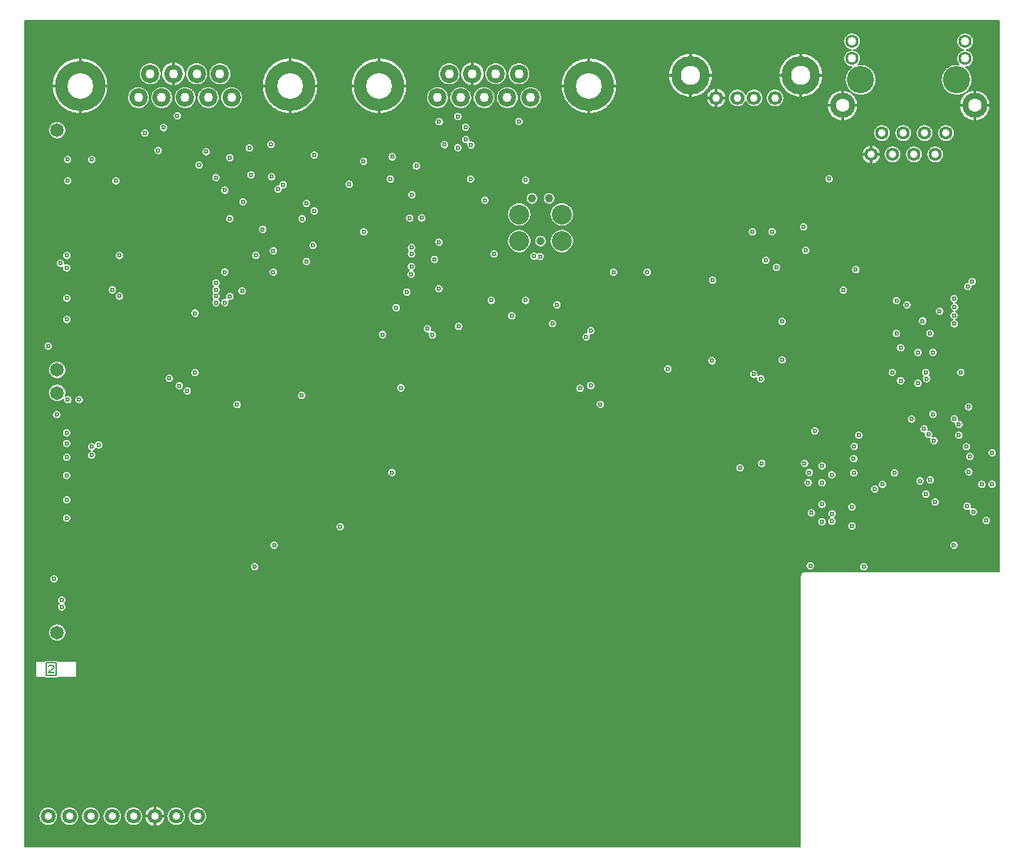
<source format=gbr>
G04 GENERATED BY PULSONIX 10.0 GERBER.DLL 7250*
G04 #@! TF.GenerationSoftware,Pulsonix,Pulsonix,10.0.7250*
G04 #@! TF.CreationDate,2019-09-22T12:23:22--1:00*
G04 #@! TF.Part,Single*
%FSLAX25Y25*%
%LPD*%
%MOIN*%
G04 #@! TF.FileFunction,Copper,L2,Inr*
G04 #@! TF.FilePolarity,Positive*
G04 #@! TA.AperFunction,OtherCopper*
%ADD10C,0.00591*%
G04 #@! TA.AperFunction,ViaPad*
%ADD11C,0.02362X0.00984*%
G04 #@! TA.AperFunction,ComponentPad*
%ADD17C,0.03543X0.01181*%
G04 #@! TD.AperFunction*
%ADD74C,0.03902*%
%ADD75C,0.09350*%
%ADD86C,0.00500*%
G04 #@! TA.AperFunction,OtherCopper*
%ADD95C,0.01200*%
%ADD115C,0.00600*%
G04 #@! TD.AperFunction*
%ADD172C,0.06496*%
G04 #@! TA.AperFunction,ComponentPad*
%ADD205C,0.23622X0.12008*%
%ADD223C,0.08661X0.04291*%
G04 #@! TD.AperFunction*
%ADD224C,0.12795*%
G04 #@! TA.AperFunction,ComponentPad*
%ADD225C,0.11811X0.06299*%
%ADD226C,0.06299X0.04016*%
%ADD227C,0.06299X0.03504*%
%ADD228C,0.18110X0.09055*%
%ADD229C,0.06693X0.03622*%
%ADD233C,0.07087X0.03543*%
X0Y0D02*
D02*
D10*
X2470Y-2470D02*
Y-389656D01*
X365837*
Y-262992*
X365853Y-262716*
X365899Y-262442*
X365976Y-262176*
X366082Y-261920*
X366216Y-261678*
X366376Y-261452*
X366560Y-261246*
X366767Y-261061*
X366993Y-260901*
X367235Y-260767*
X367491Y-260661*
X367757Y-260584*
X368030Y-260538*
X368307Y-260522*
X458947*
Y-2470*
X2470*
X26571Y-302654D02*
X26662Y-302668D01*
X26744Y-302710*
X26810Y-302775*
X26852Y-302858*
X26866Y-302949*
Y-309949*
X26852Y-310040*
X26810Y-310122*
X26744Y-310188*
X26662Y-310230*
X26571Y-310244*
X17950*
X17832Y-310359*
X17698Y-310455*
X17552Y-310533*
X17397Y-310589*
X17235Y-310623*
X17071Y-310635*
X12571*
X12406Y-310623*
X12245Y-310589*
X12090Y-310533*
X11944Y-310455*
X11810Y-310359*
X11691Y-310244*
X7571*
X7480Y-310230*
X7397Y-310188*
X7332Y-310122*
X7290Y-310040*
X7276Y-309949*
Y-302949*
X7290Y-302858*
X7332Y-302775*
X7397Y-302710*
X7480Y-302668*
X7571Y-302654*
X11691*
X11810Y-302539*
X11944Y-302442*
X12090Y-302365*
X12245Y-302309*
X12406Y-302274*
X12571Y-302263*
X17071*
X17236Y-302274*
X17397Y-302309*
X17552Y-302365*
X17698Y-302442*
X17832Y-302539*
X17950Y-302654*
X26571*
X18878Y-375374D02*
X18893Y-375008D01*
X18938Y-374645*
X19013Y-374287*
X19118Y-373936*
X19251Y-373595*
X19412Y-373266*
X19599Y-372951*
X19812Y-372653*
X20048Y-372374*
X20307Y-372115*
X20587Y-371879*
X20884Y-371666*
X21199Y-371478*
X21528Y-371318*
X21869Y-371185*
X22220Y-371080*
X22578Y-371005*
X22941Y-370960*
X23307Y-370945*
X23673Y-370960*
X24036Y-371005*
X24395Y-371080*
X24745Y-371185*
X25086Y-371318*
X25415Y-371478*
X25730Y-371666*
X26028Y-371879*
X26307Y-372115*
X26566Y-372374*
X26803Y-372653*
X27015Y-372951*
X27203Y-373266*
X27364Y-373595*
X27497Y-373936*
X27601Y-374287*
X27676Y-374645*
X27721Y-375008*
X27736Y-375374*
X27721Y-375740*
X27676Y-376103*
X27601Y-376461*
X27496Y-376812*
X27363Y-377153*
X27203Y-377482*
X27015Y-377797*
X26802Y-378095*
X26566Y-378374*
X26307Y-378633*
X26028Y-378869*
X25730Y-379082*
X25415Y-379270*
X25086Y-379430*
X24745Y-379563*
X24394Y-379668*
X24036Y-379743*
X23673Y-379788*
X23307Y-379803*
X22941Y-379788*
X22578Y-379743*
X22220Y-379668*
X21869Y-379563*
X21528Y-379430*
X21199Y-379270*
X20884Y-379082*
X20586Y-378869*
X20307Y-378633*
X20048Y-378374*
X19812Y-378095*
X19599Y-377797*
X19411Y-377482*
X19251Y-377153*
X19118Y-376812*
X19013Y-376461*
X18938Y-376103*
X18893Y-375740*
X18878Y-375374*
X8878D02*
X8893Y-375008D01*
X8938Y-374645*
X9013Y-374287*
X9118Y-373936*
X9251Y-373595*
X9412Y-373266*
X9599Y-372951*
X9812Y-372653*
X10048Y-372374*
X10307Y-372115*
X10587Y-371879*
X10884Y-371666*
X11199Y-371478*
X11528Y-371318*
X11869Y-371185*
X12220Y-371080*
X12578Y-371005*
X12941Y-370960*
X13307Y-370945*
X13673Y-370960*
X14036Y-371005*
X14395Y-371080*
X14745Y-371185*
X15086Y-371318*
X15415Y-371478*
X15730Y-371666*
X16028Y-371879*
X16307Y-372115*
X16566Y-372374*
X16803Y-372653*
X17015Y-372951*
X17203Y-373266*
X17364Y-373595*
X17497Y-373936*
X17601Y-374287*
X17676Y-374645*
X17721Y-375008*
X17736Y-375374*
X17721Y-375740*
X17676Y-376103*
X17601Y-376461*
X17496Y-376812*
X17363Y-377153*
X17203Y-377482*
X17015Y-377797*
X16802Y-378095*
X16566Y-378374*
X16307Y-378633*
X16028Y-378869*
X15730Y-379082*
X15415Y-379270*
X15086Y-379430*
X14745Y-379563*
X14394Y-379668*
X14036Y-379743*
X13673Y-379788*
X13307Y-379803*
X12941Y-379788*
X12578Y-379743*
X12220Y-379668*
X11869Y-379563*
X11528Y-379430*
X11199Y-379270*
X10884Y-379082*
X10586Y-378869*
X10307Y-378633*
X10048Y-378374*
X9812Y-378095*
X9599Y-377797*
X9411Y-377482*
X9251Y-377153*
X9118Y-376812*
X9013Y-376461*
X8938Y-376103*
X8893Y-375740*
X8878Y-375374*
X11280Y-154921D02*
X11295Y-154672D01*
X11340Y-154427*
X11414Y-154188*
X11516Y-153961*
X11645Y-153747*
X11799Y-153551*
X11976Y-153374*
X12172Y-153220*
X12386Y-153091*
X12614Y-152989*
X12852Y-152914*
X13097Y-152869*
X13346Y-152854*
X13596Y-152869*
X13841Y-152914*
X14079Y-152989*
X14307Y-153091*
X14521Y-153220*
X14717Y-153374*
X14894Y-153551*
X15047Y-153747*
X15177Y-153961*
X15279Y-154188*
X15353Y-154427*
X15398Y-154672*
X15413Y-154921*
X15398Y-155170*
X15353Y-155416*
X15279Y-155654*
X15177Y-155882*
X15047Y-156095*
X14894Y-156292*
X14717Y-156468*
X14521Y-156622*
X14307Y-156751*
X14079Y-156854*
X13841Y-156928*
X13596Y-156973*
X13346Y-156988*
X13097Y-156973*
X12852Y-156928*
X12614Y-156854*
X12386Y-156751*
X12172Y-156622*
X11976Y-156468*
X11799Y-156292*
X11645Y-156095*
X11516Y-155882*
X11414Y-155654*
X11340Y-155416*
X11295Y-155170*
X11280Y-154921*
X13378Y-289260D02*
X13394Y-288900D01*
X13441Y-288542*
X13519Y-288190*
X13627Y-287846*
X13765Y-287513*
X13932Y-287193*
X14126Y-286889*
X14345Y-286603*
X14589Y-286337*
X14855Y-286093*
X15141Y-285874*
X15445Y-285680*
X15765Y-285513*
X16098Y-285375*
X16442Y-285267*
X16794Y-285189*
X17151Y-285142*
X17512Y-285126*
X17872Y-285142*
X18230Y-285189*
X18582Y-285267*
X18926Y-285375*
X19259Y-285513*
X19579Y-285680*
X19883Y-285874*
X20169Y-286093*
X20435Y-286337*
X20679Y-286603*
X20898Y-286889*
X21092Y-287193*
X21258Y-287513*
X21396Y-287846*
X21505Y-288190*
X21583Y-288542*
X21630Y-288900*
X21646Y-289260*
X21630Y-289620*
X21583Y-289978*
X21505Y-290330*
X21396Y-290674*
X21258Y-291007*
X21092Y-291327*
X20898Y-291631*
X20679Y-291917*
X20435Y-292183*
X20169Y-292426*
X19883Y-292646*
X19579Y-292840*
X19259Y-293006*
X18926Y-293144*
X18582Y-293253*
X18230Y-293331*
X17872Y-293378*
X17512Y-293394*
X17152Y-293378*
X16794Y-293331*
X16442Y-293253*
X16098Y-293144*
X15765Y-293006*
X15445Y-292840*
X15141Y-292646*
X14855Y-292427*
X14589Y-292183*
X14345Y-291917*
X14126Y-291631*
X13932Y-291327*
X13765Y-291007*
X13627Y-290674*
X13519Y-290330*
X13441Y-289978*
X13394Y-289620*
X13378Y-289260*
X21345Y-178406D02*
X21558Y-178270D01*
X21786Y-178162*
X22025Y-178082*
X22272Y-178032*
X22524Y-178012*
X22776Y-178023*
X23025Y-178065*
X23267Y-178137*
X23498Y-178237*
X23715Y-178365*
X23915Y-178519*
X24095Y-178696*
X24252Y-178893*
X24384Y-179109*
X24489Y-179338*
X24565Y-179579*
X24611Y-179827*
X24626Y-180079*
X24611Y-180328*
X24566Y-180573*
X24492Y-180812*
X24389Y-181039*
X24260Y-181253*
X24106Y-181449*
X23930Y-181626*
X23733Y-181780*
X23520Y-181909*
X23292Y-182011*
X23054Y-182086*
X22808Y-182131*
X22559Y-182146*
X22310Y-182131*
X22064Y-182086*
X21826Y-182011*
X21599Y-181909*
X21385Y-181780*
X21188Y-181626*
X21012Y-181449*
X20858Y-181253*
X20729Y-181039*
X20626Y-180812*
X20552Y-180573*
X20507Y-180328*
X20492Y-180079*
X20502Y-179880*
X20530Y-179683*
X20279Y-179930*
X20007Y-180154*
X19717Y-180355*
X19411Y-180530*
X19091Y-180679*
X18760Y-180799*
X18419Y-180891*
X18072Y-180954*
X17721Y-180987*
X17368Y-180990*
X17017Y-180962*
X16669Y-180905*
X16327Y-180819*
X15994Y-180703*
X15671Y-180560*
X15363Y-180389*
X15069Y-180193*
X14794Y-179973*
X14538Y-179730*
X14304Y-179466*
X14094Y-179183*
X13908Y-178884*
X13749Y-178569*
X13616Y-178242*
X13513Y-177905*
X13438Y-177560*
X13393Y-177211*
X13378Y-176858*
X13394Y-176498*
X13441Y-176140*
X13519Y-175788*
X13627Y-175444*
X13765Y-175111*
X13932Y-174791*
X14126Y-174487*
X14345Y-174201*
X14589Y-173935*
X14855Y-173692*
X15141Y-173472*
X15445Y-173278*
X15765Y-173112*
X16098Y-172974*
X16442Y-172865*
X16794Y-172787*
X17151Y-172740*
X17512Y-172724*
X17872Y-172740*
X18230Y-172787*
X18582Y-172865*
X18926Y-172974*
X19259Y-173112*
X19579Y-173278*
X19883Y-173472*
X20169Y-173691*
X20435Y-173935*
X20679Y-174201*
X20898Y-174487*
X21092Y-174791*
X21258Y-175111*
X21396Y-175444*
X21505Y-175788*
X21583Y-176140*
X21630Y-176498*
X21646Y-176858*
X21634Y-177175*
X21597Y-177490*
X21537Y-177802*
X21452Y-178107*
X21345Y-178406*
X13996Y-264094D02*
X14011Y-263845D01*
X14056Y-263600*
X14130Y-263362*
X14233Y-263134*
X14362Y-262920*
X14516Y-262724*
X14692Y-262547*
X14889Y-262393*
X15102Y-262264*
X15330Y-262162*
X15568Y-262088*
X15814Y-262043*
X16063Y-262028*
X16312Y-262043*
X16558Y-262088*
X16796Y-262162*
X17024Y-262264*
X17237Y-262393*
X17434Y-262547*
X17610Y-262724*
X17764Y-262920*
X17893Y-263134*
X17996Y-263362*
X18070Y-263600*
X18115Y-263845*
X18130Y-264094*
X18115Y-264344*
X18070Y-264589*
X17996Y-264827*
X17893Y-265055*
X17764Y-265269*
X17610Y-265465*
X17434Y-265642*
X17237Y-265796*
X17024Y-265925*
X16796Y-266027*
X16558Y-266101*
X16312Y-266146*
X16063Y-266161*
X15814Y-266146*
X15568Y-266101*
X15330Y-266027*
X15102Y-265925*
X14889Y-265796*
X14692Y-265642*
X14516Y-265465*
X14362Y-265269*
X14233Y-265055*
X14130Y-264827*
X14056Y-264589*
X14011Y-264344*
X13996Y-264094*
X17618Y-274055D02*
X17633Y-273806D01*
X17678Y-273560*
X17752Y-273322*
X17855Y-273095*
X17984Y-272881*
X18138Y-272685*
X18314Y-272508*
X18511Y-272354*
X18724Y-272225*
X18952Y-272123*
X19190Y-272048*
X19436Y-272003*
X19685Y-271988*
X19934Y-272003*
X20180Y-272048*
X20418Y-272123*
X20646Y-272225*
X20859Y-272354*
X21056Y-272508*
X21232Y-272685*
X21386Y-272881*
X21515Y-273095*
X21618Y-273322*
X21692Y-273560*
X21737Y-273806*
X21752Y-274055*
X21737Y-274306*
X21691Y-274553*
X21616Y-274793*
X21512Y-275022*
X21381Y-275236*
X21225Y-275434*
X21047Y-275610*
X21225Y-275787*
X21381Y-275984*
X21512Y-276199*
X21616Y-276428*
X21691Y-276667*
X21737Y-276914*
X21752Y-277165*
X21737Y-277414*
X21692Y-277660*
X21618Y-277898*
X21515Y-278126*
X21386Y-278339*
X21232Y-278536*
X21056Y-278712*
X20859Y-278866*
X20646Y-278996*
X20418Y-279098*
X20180Y-279172*
X19934Y-279217*
X19685Y-279232*
X19436Y-279217*
X19190Y-279172*
X18952Y-279098*
X18724Y-278996*
X18511Y-278866*
X18314Y-278712*
X18138Y-278536*
X17984Y-278339*
X17855Y-278126*
X17752Y-277898*
X17678Y-277660*
X17633Y-277414*
X17618Y-277165*
X17633Y-276914*
X17679Y-276667*
X17754Y-276428*
X17858Y-276199*
X17989Y-275984*
X18145Y-275787*
X18324Y-275610*
X18145Y-275434*
X17989Y-275236*
X17858Y-275022*
X17754Y-274793*
X17679Y-274553*
X17633Y-274306*
X17618Y-274055*
X15217Y-187047D02*
X15232Y-186798D01*
X15277Y-186553*
X15351Y-186314*
X15453Y-186087*
X15582Y-185873*
X15736Y-185677*
X15913Y-185500*
X16109Y-185346*
X16323Y-185217*
X16551Y-185115*
X16789Y-185040*
X17034Y-184995*
X17283Y-184980*
X17533Y-184995*
X17778Y-185040*
X18016Y-185115*
X18244Y-185217*
X18458Y-185346*
X18654Y-185500*
X18831Y-185677*
X18984Y-185873*
X19114Y-186087*
X19216Y-186314*
X19290Y-186553*
X19335Y-186798*
X19350Y-187047*
X19335Y-187296*
X19290Y-187542*
X19216Y-187780*
X19114Y-188008*
X18984Y-188221*
X18831Y-188418*
X18654Y-188594*
X18458Y-188748*
X18244Y-188877*
X18016Y-188980*
X17778Y-189054*
X17533Y-189099*
X17283Y-189114*
X17034Y-189099*
X16789Y-189054*
X16551Y-188980*
X16323Y-188877*
X16109Y-188748*
X15913Y-188594*
X15736Y-188418*
X15582Y-188221*
X15453Y-188008*
X15351Y-187780*
X15277Y-187542*
X15232Y-187296*
X15217Y-187047*
X19941Y-235591D02*
X19956Y-235341D01*
X20001Y-235096*
X20075Y-234858*
X20178Y-234630*
X20307Y-234416*
X20461Y-234220*
X20637Y-234043*
X20834Y-233890*
X21047Y-233760*
X21275Y-233658*
X21513Y-233584*
X21759Y-233539*
X22008Y-233524*
X22257Y-233539*
X22503Y-233584*
X22741Y-233658*
X22968Y-233760*
X23182Y-233890*
X23378Y-234043*
X23555Y-234220*
X23709Y-234416*
X23838Y-234630*
X23940Y-234858*
X24015Y-235096*
X24060Y-235341*
X24075Y-235591*
X24060Y-235840*
X24015Y-236085*
X23940Y-236324*
X23838Y-236551*
X23709Y-236765*
X23555Y-236961*
X23378Y-237138*
X23182Y-237292*
X22968Y-237421*
X22741Y-237523*
X22503Y-237597*
X22257Y-237642*
X22008Y-237657*
X21759Y-237642*
X21513Y-237597*
X21275Y-237523*
X21047Y-237421*
X20834Y-237292*
X20637Y-237138*
X20461Y-236961*
X20307Y-236765*
X20178Y-236551*
X20075Y-236324*
X20001Y-236085*
X19956Y-235840*
X19941Y-235591*
Y-227047D02*
X19956Y-226798D01*
X20001Y-226553*
X20075Y-226314*
X20178Y-226087*
X20307Y-225873*
X20461Y-225677*
X20637Y-225500*
X20834Y-225346*
X21047Y-225217*
X21275Y-225115*
X21513Y-225040*
X21759Y-224995*
X22008Y-224980*
X22257Y-224995*
X22503Y-225040*
X22741Y-225115*
X22968Y-225217*
X23182Y-225346*
X23378Y-225500*
X23555Y-225677*
X23709Y-225873*
X23838Y-226087*
X23940Y-226314*
X24015Y-226553*
X24060Y-226798*
X24075Y-227047*
X24060Y-227296*
X24015Y-227542*
X23940Y-227780*
X23838Y-228008*
X23709Y-228221*
X23555Y-228418*
X23378Y-228594*
X23182Y-228748*
X22968Y-228877*
X22741Y-228980*
X22503Y-229054*
X22257Y-229099*
X22008Y-229114*
X21759Y-229099*
X21513Y-229054*
X21275Y-228980*
X21047Y-228877*
X20834Y-228748*
X20637Y-228594*
X20461Y-228418*
X20307Y-228221*
X20178Y-228008*
X20075Y-227780*
X20001Y-227542*
X19956Y-227296*
X19941Y-227047*
Y-215591D02*
X19956Y-215341D01*
X20001Y-215096*
X20075Y-214858*
X20178Y-214630*
X20307Y-214416*
X20461Y-214220*
X20637Y-214043*
X20834Y-213890*
X21047Y-213760*
X21275Y-213658*
X21513Y-213584*
X21759Y-213539*
X22008Y-213524*
X22257Y-213539*
X22503Y-213584*
X22741Y-213658*
X22968Y-213760*
X23182Y-213890*
X23378Y-214043*
X23555Y-214220*
X23709Y-214416*
X23838Y-214630*
X23940Y-214858*
X24015Y-215096*
X24060Y-215341*
X24075Y-215591*
X24060Y-215840*
X24015Y-216085*
X23940Y-216324*
X23838Y-216551*
X23709Y-216765*
X23555Y-216961*
X23378Y-217138*
X23182Y-217292*
X22968Y-217421*
X22741Y-217523*
X22503Y-217597*
X22257Y-217642*
X22008Y-217657*
X21759Y-217642*
X21513Y-217597*
X21275Y-217523*
X21047Y-217421*
X20834Y-217292*
X20637Y-217138*
X20461Y-216961*
X20307Y-216765*
X20178Y-216551*
X20075Y-216324*
X20001Y-216085*
X19956Y-215840*
X19941Y-215591*
Y-207047D02*
X19956Y-206798D01*
X20001Y-206553*
X20075Y-206314*
X20178Y-206087*
X20307Y-205873*
X20461Y-205677*
X20637Y-205500*
X20834Y-205346*
X21047Y-205217*
X21275Y-205115*
X21513Y-205040*
X21759Y-204995*
X22008Y-204980*
X22257Y-204995*
X22503Y-205040*
X22741Y-205115*
X22968Y-205217*
X23182Y-205346*
X23378Y-205500*
X23555Y-205677*
X23709Y-205873*
X23838Y-206087*
X23940Y-206314*
X24015Y-206553*
X24060Y-206798*
X24075Y-207047*
X24060Y-207296*
X24015Y-207542*
X23940Y-207780*
X23838Y-208008*
X23709Y-208221*
X23555Y-208418*
X23378Y-208594*
X23182Y-208748*
X22968Y-208877*
X22741Y-208980*
X22503Y-209054*
X22257Y-209099*
X22008Y-209114*
X21759Y-209099*
X21513Y-209054*
X21275Y-208980*
X21047Y-208877*
X20834Y-208748*
X20637Y-208594*
X20461Y-208418*
X20307Y-208221*
X20178Y-208008*
X20075Y-207780*
X20001Y-207542*
X19956Y-207296*
X19941Y-207047*
Y-200551D02*
X19956Y-200302D01*
X20001Y-200057*
X20075Y-199818*
X20178Y-199591*
X20307Y-199377*
X20461Y-199181*
X20637Y-199004*
X20834Y-198850*
X21047Y-198721*
X21275Y-198619*
X21513Y-198544*
X21759Y-198499*
X22008Y-198484*
X22257Y-198499*
X22503Y-198544*
X22741Y-198619*
X22968Y-198721*
X23182Y-198850*
X23378Y-199004*
X23555Y-199181*
X23709Y-199377*
X23838Y-199591*
X23940Y-199818*
X24015Y-200057*
X24060Y-200302*
X24075Y-200551*
X24060Y-200800*
X24015Y-201046*
X23940Y-201284*
X23838Y-201512*
X23709Y-201725*
X23555Y-201922*
X23378Y-202098*
X23182Y-202252*
X22968Y-202381*
X22741Y-202484*
X22503Y-202558*
X22257Y-202603*
X22008Y-202618*
X21759Y-202603*
X21513Y-202558*
X21275Y-202484*
X21047Y-202381*
X20834Y-202252*
X20637Y-202098*
X20461Y-201922*
X20307Y-201725*
X20178Y-201512*
X20075Y-201284*
X20001Y-201046*
X19956Y-200800*
X19941Y-200551*
Y-195591D02*
X19956Y-195341D01*
X20001Y-195096*
X20075Y-194858*
X20178Y-194630*
X20307Y-194416*
X20461Y-194220*
X20637Y-194043*
X20834Y-193890*
X21047Y-193760*
X21275Y-193658*
X21513Y-193584*
X21759Y-193539*
X22008Y-193524*
X22257Y-193539*
X22503Y-193584*
X22741Y-193658*
X22968Y-193760*
X23182Y-193890*
X23378Y-194043*
X23555Y-194220*
X23709Y-194416*
X23838Y-194630*
X23940Y-194858*
X24015Y-195096*
X24060Y-195341*
X24075Y-195591*
X24060Y-195840*
X24015Y-196085*
X23940Y-196324*
X23838Y-196551*
X23709Y-196765*
X23555Y-196961*
X23378Y-197138*
X23182Y-197292*
X22968Y-197421*
X22741Y-197523*
X22503Y-197597*
X22257Y-197642*
X22008Y-197657*
X21759Y-197642*
X21513Y-197597*
X21275Y-197523*
X21047Y-197421*
X20834Y-197292*
X20637Y-197138*
X20461Y-196961*
X20307Y-196765*
X20178Y-196551*
X20075Y-196324*
X20001Y-196085*
X19956Y-195840*
X19941Y-195591*
X13378Y-166122D02*
X13394Y-165762D01*
X13441Y-165404*
X13519Y-165052*
X13627Y-164708*
X13765Y-164375*
X13932Y-164055*
X14126Y-163751*
X14345Y-163465*
X14589Y-163199*
X14855Y-162955*
X15141Y-162736*
X15445Y-162542*
X15765Y-162376*
X16098Y-162238*
X16442Y-162129*
X16794Y-162051*
X17151Y-162004*
X17512Y-161988*
X17872Y-162004*
X18230Y-162051*
X18582Y-162129*
X18926Y-162237*
X19259Y-162375*
X19579Y-162542*
X19883Y-162736*
X20169Y-162955*
X20435Y-163199*
X20679Y-163465*
X20898Y-163751*
X21092Y-164055*
X21258Y-164375*
X21396Y-164708*
X21505Y-165052*
X21583Y-165404*
X21630Y-165762*
X21646Y-166122*
X21630Y-166482*
X21583Y-166840*
X21505Y-167192*
X21396Y-167536*
X21258Y-167869*
X21092Y-168189*
X20898Y-168493*
X20679Y-168779*
X20435Y-169045*
X20169Y-169289*
X19883Y-169508*
X19579Y-169702*
X19259Y-169869*
X18926Y-170007*
X18582Y-170115*
X18230Y-170193*
X17872Y-170240*
X17512Y-170256*
X17152Y-170240*
X16794Y-170193*
X16442Y-170115*
X16098Y-170007*
X15765Y-169869*
X15445Y-169702*
X15141Y-169508*
X14855Y-169289*
X14589Y-169045*
X14345Y-168779*
X14126Y-168493*
X13932Y-168189*
X13765Y-167869*
X13627Y-167536*
X13519Y-167192*
X13441Y-166840*
X13394Y-166482*
X13378Y-166122*
Y-53720D02*
X13394Y-53360D01*
X13441Y-53003*
X13519Y-52651*
X13627Y-52307*
X13765Y-51973*
X13932Y-51654*
X14126Y-51349*
X14345Y-51063*
X14589Y-50797*
X14855Y-50554*
X15141Y-50334*
X15445Y-50141*
X15765Y-49974*
X16098Y-49836*
X16442Y-49727*
X16794Y-49649*
X17151Y-49602*
X17512Y-49587*
X17872Y-49602*
X18230Y-49649*
X18582Y-49727*
X18926Y-49836*
X19259Y-49974*
X19579Y-50140*
X19883Y-50334*
X20169Y-50554*
X20435Y-50797*
X20679Y-51063*
X20898Y-51349*
X21092Y-51654*
X21258Y-51973*
X21396Y-52307*
X21505Y-52651*
X21583Y-53003*
X21630Y-53360*
X21646Y-53720*
X21630Y-54081*
X21583Y-54438*
X21505Y-54790*
X21396Y-55134*
X21258Y-55468*
X21092Y-55787*
X20898Y-56092*
X20679Y-56378*
X20435Y-56644*
X20169Y-56887*
X19883Y-57107*
X19579Y-57300*
X19259Y-57467*
X18926Y-57605*
X18582Y-57713*
X18230Y-57792*
X17872Y-57839*
X17512Y-57854*
X17152Y-57839*
X16794Y-57792*
X16442Y-57714*
X16098Y-57605*
X15765Y-57467*
X15445Y-57301*
X15141Y-57107*
X14855Y-56887*
X14589Y-56644*
X14345Y-56378*
X14126Y-56092*
X13932Y-55787*
X13765Y-55468*
X13627Y-55134*
X13519Y-54790*
X13441Y-54438*
X13394Y-54081*
X13378Y-53720*
X21147Y-116349D02*
X21373Y-116261D01*
X21609Y-116200*
X21849Y-116168*
X22092Y-116163*
X22334Y-116187*
X22572Y-116240*
X22801Y-116320*
X23020Y-116426*
X23224Y-116557*
X23412Y-116712*
X23581Y-116887*
X23727Y-117081*
X23850Y-117291*
X23947Y-117514*
X24018Y-117746*
X24060Y-117986*
X24075Y-118228*
X24060Y-118477*
X24015Y-118723*
X23940Y-118961*
X23838Y-119189*
X23709Y-119402*
X23555Y-119599*
X23378Y-119775*
X23182Y-119929*
X22968Y-120059*
X22741Y-120161*
X22503Y-120235*
X22257Y-120280*
X22008Y-120295*
X21759Y-120280*
X21513Y-120235*
X21275Y-120161*
X21047Y-120059*
X20834Y-119929*
X20637Y-119775*
X20461Y-119599*
X20307Y-119402*
X20178Y-119189*
X20075Y-118961*
X20001Y-118723*
X19956Y-118477*
X19941Y-118228*
X19956Y-117981*
X19729Y-118069*
X19494Y-118130*
X19253Y-118163*
X19010Y-118168*
X18768Y-118143*
X18531Y-118091*
X18301Y-118011*
X18082Y-117905*
X17878Y-117773*
X17690Y-117619*
X17522Y-117444*
X17375Y-117250*
X17252Y-117040*
X17155Y-116817*
X17085Y-116584*
X17042Y-116345*
X17028Y-116102*
X17043Y-115853*
X17088Y-115608*
X17162Y-115369*
X17264Y-115142*
X17393Y-114928*
X17547Y-114732*
X17724Y-114555*
X17920Y-114401*
X18134Y-114272*
X18362Y-114170*
X18600Y-114096*
X18845Y-114051*
X19094Y-114035*
X19344Y-114051*
X19589Y-114096*
X19827Y-114170*
X20055Y-114272*
X20269Y-114401*
X20465Y-114555*
X20642Y-114732*
X20796Y-114928*
X20925Y-115142*
X21027Y-115369*
X21101Y-115608*
X21146Y-115853*
X21161Y-116102*
X21147Y-116349*
X19941Y-142441D02*
X19956Y-142192D01*
X20001Y-141946*
X20075Y-141708*
X20178Y-141480*
X20307Y-141267*
X20461Y-141070*
X20637Y-140894*
X20834Y-140740*
X21047Y-140611*
X21275Y-140508*
X21513Y-140434*
X21759Y-140389*
X22008Y-140374*
X22257Y-140389*
X22503Y-140434*
X22741Y-140508*
X22968Y-140611*
X23182Y-140740*
X23378Y-140894*
X23555Y-141070*
X23709Y-141267*
X23838Y-141480*
X23940Y-141708*
X24015Y-141946*
X24060Y-142192*
X24075Y-142441*
X24060Y-142690*
X24015Y-142936*
X23940Y-143174*
X23838Y-143401*
X23709Y-143615*
X23555Y-143812*
X23378Y-143988*
X23182Y-144142*
X22968Y-144271*
X22741Y-144374*
X22503Y-144448*
X22257Y-144493*
X22008Y-144508*
X21759Y-144493*
X21513Y-144448*
X21275Y-144374*
X21047Y-144271*
X20834Y-144142*
X20637Y-143988*
X20461Y-143812*
X20307Y-143615*
X20178Y-143401*
X20075Y-143174*
X20001Y-142936*
X19956Y-142690*
X19941Y-142441*
Y-132441D02*
X19956Y-132192D01*
X20001Y-131946*
X20075Y-131708*
X20178Y-131480*
X20307Y-131267*
X20461Y-131070*
X20637Y-130894*
X20834Y-130740*
X21047Y-130611*
X21275Y-130508*
X21513Y-130434*
X21759Y-130389*
X22008Y-130374*
X22257Y-130389*
X22503Y-130434*
X22741Y-130508*
X22968Y-130611*
X23182Y-130740*
X23378Y-130894*
X23555Y-131070*
X23709Y-131267*
X23838Y-131480*
X23940Y-131708*
X24015Y-131946*
X24060Y-132192*
X24075Y-132441*
X24060Y-132690*
X24015Y-132936*
X23940Y-133174*
X23838Y-133401*
X23709Y-133615*
X23555Y-133812*
X23378Y-133988*
X23182Y-134142*
X22968Y-134271*
X22741Y-134374*
X22503Y-134448*
X22257Y-134493*
X22008Y-134508*
X21759Y-134493*
X21513Y-134448*
X21275Y-134374*
X21047Y-134271*
X20834Y-134142*
X20637Y-133988*
X20461Y-133812*
X20307Y-133615*
X20178Y-133401*
X20075Y-133174*
X20001Y-132936*
X19956Y-132690*
X19941Y-132441*
Y-112441D02*
X19956Y-112192D01*
X20001Y-111946*
X20075Y-111708*
X20178Y-111480*
X20307Y-111267*
X20461Y-111070*
X20637Y-110894*
X20834Y-110740*
X21047Y-110611*
X21275Y-110508*
X21513Y-110434*
X21759Y-110389*
X22008Y-110374*
X22257Y-110389*
X22503Y-110434*
X22741Y-110508*
X22968Y-110611*
X23182Y-110740*
X23378Y-110894*
X23555Y-111070*
X23709Y-111267*
X23838Y-111480*
X23940Y-111708*
X24015Y-111946*
X24060Y-112192*
X24075Y-112441*
X24060Y-112690*
X24015Y-112936*
X23940Y-113174*
X23838Y-113401*
X23709Y-113615*
X23555Y-113812*
X23378Y-113988*
X23182Y-114142*
X22968Y-114271*
X22741Y-114374*
X22503Y-114448*
X22257Y-114493*
X22008Y-114508*
X21759Y-114493*
X21513Y-114448*
X21275Y-114374*
X21047Y-114271*
X20834Y-114142*
X20637Y-113988*
X20461Y-113812*
X20307Y-113615*
X20178Y-113401*
X20075Y-113174*
X20001Y-112936*
X19956Y-112690*
X19941Y-112441*
X20453Y-77421D02*
X20468Y-77172D01*
X20513Y-76927*
X20587Y-76688*
X20690Y-76461*
X20819Y-76247*
X20973Y-76051*
X21149Y-75874*
X21346Y-75720*
X21559Y-75591*
X21787Y-75489*
X22025Y-75414*
X22271Y-75369*
X22520Y-75354*
X22769Y-75369*
X23014Y-75414*
X23253Y-75489*
X23480Y-75591*
X23694Y-75720*
X23890Y-75874*
X24067Y-76051*
X24221Y-76247*
X24350Y-76461*
X24452Y-76688*
X24527Y-76927*
X24572Y-77172*
X24587Y-77421*
X24572Y-77670*
X24527Y-77916*
X24452Y-78154*
X24350Y-78382*
X24221Y-78595*
X24067Y-78792*
X23890Y-78968*
X23694Y-79122*
X23480Y-79251*
X23253Y-79354*
X23014Y-79428*
X22769Y-79473*
X22520Y-79488*
X22271Y-79473*
X22025Y-79428*
X21787Y-79354*
X21559Y-79251*
X21346Y-79122*
X21149Y-78968*
X20973Y-78792*
X20819Y-78595*
X20690Y-78382*
X20587Y-78154*
X20513Y-77916*
X20468Y-77670*
X20453Y-77421*
Y-67421D02*
X20468Y-67172D01*
X20513Y-66927*
X20587Y-66688*
X20690Y-66461*
X20819Y-66247*
X20973Y-66051*
X21149Y-65874*
X21346Y-65720*
X21559Y-65591*
X21787Y-65489*
X22025Y-65414*
X22271Y-65369*
X22520Y-65354*
X22769Y-65369*
X23014Y-65414*
X23253Y-65489*
X23480Y-65591*
X23694Y-65720*
X23890Y-65874*
X24067Y-66051*
X24221Y-66247*
X24350Y-66461*
X24452Y-66688*
X24527Y-66927*
X24572Y-67172*
X24587Y-67421*
X24572Y-67670*
X24527Y-67916*
X24452Y-68154*
X24350Y-68382*
X24221Y-68595*
X24067Y-68792*
X23890Y-68968*
X23694Y-69122*
X23480Y-69251*
X23253Y-69354*
X23014Y-69428*
X22769Y-69473*
X22520Y-69488*
X22271Y-69473*
X22025Y-69428*
X21787Y-69354*
X21559Y-69251*
X21346Y-69122*
X21149Y-68968*
X20973Y-68792*
X20819Y-68595*
X20690Y-68382*
X20587Y-68154*
X20513Y-67916*
X20468Y-67670*
X20453Y-67421*
X15161Y-32854D02*
X15177Y-32221D01*
X15223Y-31589*
X15299Y-30961*
X15406Y-30336*
X15542Y-29718*
X15709Y-29107*
X15904Y-28504*
X16129Y-27912*
X16382Y-27331*
X16663Y-26764*
X16971Y-26210*
X17305Y-25672*
X17665Y-25151*
X18049Y-24647*
X18458Y-24163*
X18889Y-23699*
X19342Y-23257*
X19816Y-22837*
X20310Y-22440*
X20823Y-22068*
X21352Y-21721*
X21898Y-21400*
X22459Y-21106*
X23034Y-20839*
X23620Y-20600*
X24218Y-20390*
X24825Y-20208*
X25440Y-20057*
X26061Y-19935*
X26688Y-19844*
X27318Y-19782*
X27951Y-19752*
X28584*
X29217Y-19782*
X29847Y-19844*
X30474Y-19935*
X31096Y-20057*
X31711Y-20208*
X32318Y-20389*
X32915Y-20600*
X33502Y-20839*
X34076Y-21105*
X34637Y-21400*
X35183Y-21721*
X35713Y-22068*
X36225Y-22440*
X36719Y-22837*
X37193Y-23257*
X37646Y-23699*
X38078Y-24163*
X38486Y-24647*
X38871Y-25151*
X39231Y-25672*
X39565Y-26210*
X39873Y-26763*
X40153Y-27331*
X40406Y-27912*
X40631Y-28504*
X40827Y-29106*
X40993Y-29718*
X41130Y-30336*
X41236Y-30960*
X41313Y-31589*
X41359Y-32221*
X41374Y-32854*
X41359Y-33488*
X41313Y-34119*
X41236Y-34748*
X41130Y-35372*
X40993Y-35991*
X40827Y-36602*
X40631Y-37204*
X40406Y-37797*
X40153Y-38377*
X39873Y-38945*
X39565Y-39499*
X39231Y-40037*
X38871Y-40558*
X38486Y-41061*
X38078Y-41545*
X37647Y-42009*
X37193Y-42452*
X36719Y-42872*
X36225Y-43268*
X35713Y-43641*
X35183Y-43988*
X34637Y-44309*
X34076Y-44603*
X33502Y-44870*
X32915Y-45109*
X32318Y-45319*
X31711Y-45500*
X31096Y-45652*
X30474Y-45774*
X29848Y-45865*
X29217Y-45926*
X28584Y-45957*
X27951*
X27318Y-45926*
X26688Y-45865*
X26061Y-45774*
X25440Y-45652*
X24825Y-45500*
X24218Y-45319*
X23620Y-45109*
X23034Y-44870*
X22459Y-44603*
X21898Y-44309*
X21352Y-43988*
X20823Y-43641*
X20310Y-43268*
X19816Y-42872*
X19342Y-42452*
X18889Y-42009*
X18458Y-41546*
X18049Y-41061*
X17665Y-40558*
X17305Y-40037*
X16971Y-39499*
X16663Y-38945*
X16382Y-38378*
X16129Y-37797*
X15905Y-37205*
X15709Y-36602*
X15542Y-35991*
X15406Y-35373*
X15299Y-34748*
X15223Y-34119*
X15177Y-33488*
X15161Y-32854*
X25807Y-180079D02*
X25822Y-179830D01*
X25867Y-179584*
X25941Y-179346*
X26044Y-179118*
X26173Y-178905*
X26327Y-178708*
X26503Y-178532*
X26700Y-178378*
X26913Y-178249*
X27141Y-178146*
X27379Y-178072*
X27625Y-178027*
X27874Y-178012*
X28123Y-178027*
X28369Y-178072*
X28607Y-178146*
X28835Y-178249*
X29048Y-178378*
X29245Y-178532*
X29421Y-178708*
X29575Y-178905*
X29704Y-179118*
X29807Y-179346*
X29881Y-179584*
X29926Y-179830*
X29941Y-180079*
X29926Y-180328*
X29881Y-180573*
X29807Y-180812*
X29704Y-181039*
X29575Y-181253*
X29421Y-181449*
X29245Y-181626*
X29048Y-181780*
X28835Y-181909*
X28607Y-182011*
X28369Y-182086*
X28123Y-182131*
X27874Y-182146*
X27625Y-182131*
X27379Y-182086*
X27141Y-182011*
X26913Y-181909*
X26700Y-181780*
X26503Y-181626*
X26327Y-181449*
X26173Y-181253*
X26044Y-181039*
X25941Y-180812*
X25867Y-180573*
X25822Y-180328*
X25807Y-180079*
X28878Y-375374D02*
X28893Y-375008D01*
X28938Y-374645*
X29013Y-374287*
X29118Y-373936*
X29251Y-373595*
X29412Y-373266*
X29599Y-372951*
X29812Y-372653*
X30048Y-372374*
X30307Y-372115*
X30587Y-371879*
X30884Y-371666*
X31199Y-371478*
X31528Y-371318*
X31869Y-371185*
X32220Y-371080*
X32578Y-371005*
X32941Y-370960*
X33307Y-370945*
X33673Y-370960*
X34036Y-371005*
X34395Y-371080*
X34745Y-371185*
X35086Y-371318*
X35415Y-371478*
X35730Y-371666*
X36028Y-371879*
X36307Y-372115*
X36566Y-372374*
X36803Y-372653*
X37015Y-372951*
X37203Y-373266*
X37364Y-373595*
X37497Y-373936*
X37601Y-374287*
X37676Y-374645*
X37721Y-375008*
X37736Y-375374*
X37721Y-375740*
X37676Y-376103*
X37601Y-376461*
X37496Y-376812*
X37363Y-377153*
X37203Y-377482*
X37015Y-377797*
X36802Y-378095*
X36566Y-378374*
X36307Y-378633*
X36028Y-378869*
X35730Y-379082*
X35415Y-379270*
X35086Y-379430*
X34745Y-379563*
X34394Y-379668*
X34036Y-379743*
X33673Y-379788*
X33307Y-379803*
X32941Y-379788*
X32578Y-379743*
X32220Y-379668*
X31869Y-379563*
X31528Y-379430*
X31199Y-379270*
X30884Y-379082*
X30586Y-378869*
X30307Y-378633*
X30048Y-378374*
X29812Y-378095*
X29599Y-377797*
X29411Y-377482*
X29251Y-377153*
X29118Y-376812*
X29013Y-376461*
X28938Y-376103*
X28893Y-375740*
X28878Y-375374*
X35099Y-200529D02*
X35198Y-200298D01*
X35323Y-200080*
X35475Y-199879*
X35649Y-199698*
X35845Y-199539*
X36058Y-199406*
X36285Y-199299*
X36524Y-199221*
X36771Y-199172*
X37022Y-199154*
X37273Y-199166*
X37521Y-199209*
X37762Y-199281*
X37992Y-199382*
X38209Y-199511*
X38408Y-199664*
X38587Y-199841*
X38743Y-200038*
X38874Y-200253*
X38978Y-200482*
X39053Y-200722*
X39099Y-200969*
X39114Y-201220*
X39099Y-201469*
X39055Y-201714*
X38981Y-201951*
X38879Y-202178*
X38751Y-202391*
X38598Y-202587*
X38422Y-202764*
X38227Y-202918*
X38014Y-203047*
X37788Y-203150*
X37551Y-203225*
X37306Y-203271*
X37058Y-203287*
X36809Y-203274*
X36564Y-203230*
X36326Y-203158*
X36099Y-203057*
X35885Y-202930*
X35688Y-202778*
X35592Y-203004*
X35470Y-203218*
X35323Y-203415*
X35154Y-203594*
X34965Y-203752*
X34758Y-203885*
X34537Y-203994*
X34305Y-204075*
X34535Y-204155*
X34753Y-204261*
X34958Y-204393*
X35145Y-204547*
X35313Y-204722*
X35460Y-204916*
X35582Y-205126*
X35680Y-205349*
X35750Y-205581*
X35793Y-205820*
X35807Y-206063*
X35792Y-206312*
X35747Y-206558*
X35673Y-206796*
X35570Y-207024*
X35441Y-207237*
X35287Y-207434*
X35111Y-207610*
X34914Y-207764*
X34701Y-207893*
X34473Y-207996*
X34235Y-208070*
X33989Y-208115*
X33740Y-208130*
X33491Y-208115*
X33246Y-208070*
X33007Y-207996*
X32780Y-207893*
X32566Y-207764*
X32370Y-207610*
X32193Y-207434*
X32039Y-207237*
X31910Y-207024*
X31808Y-206796*
X31733Y-206558*
X31688Y-206312*
X31673Y-206063*
X31688Y-205820*
X31730Y-205581*
X31801Y-205349*
X31898Y-205126*
X32021Y-204916*
X32167Y-204722*
X32335Y-204547*
X32523Y-204393*
X32727Y-204261*
X32946Y-204155*
X33175Y-204075*
X32946Y-203995*
X32727Y-203888*
X32523Y-203757*
X32335Y-203603*
X32167Y-203427*
X32021Y-203233*
X31898Y-203024*
X31801Y-202801*
X31730Y-202568*
X31688Y-202329*
X31673Y-202087*
X31688Y-201838*
X31733Y-201594*
X31807Y-201356*
X31908Y-201129*
X32037Y-200916*
X32190Y-200720*
X32365Y-200543*
X32561Y-200389*
X32773Y-200260*
X33000Y-200157*
X33237Y-200082*
X33481Y-200036*
X33730Y-200020*
X33978Y-200033*
X34223Y-200077*
X34461Y-200149*
X34689Y-200250*
X34902Y-200377*
X35099Y-200529*
X38878Y-375374D02*
X38893Y-375008D01*
X38938Y-374645*
X39013Y-374287*
X39118Y-373936*
X39251Y-373595*
X39412Y-373266*
X39599Y-372951*
X39812Y-372653*
X40048Y-372374*
X40307Y-372115*
X40587Y-371879*
X40884Y-371666*
X41199Y-371478*
X41528Y-371318*
X41869Y-371185*
X42220Y-371080*
X42578Y-371005*
X42941Y-370960*
X43307Y-370945*
X43673Y-370960*
X44036Y-371005*
X44395Y-371080*
X44745Y-371185*
X45086Y-371318*
X45415Y-371478*
X45730Y-371666*
X46028Y-371879*
X46307Y-372115*
X46566Y-372374*
X46803Y-372653*
X47015Y-372951*
X47203Y-373266*
X47364Y-373595*
X47497Y-373936*
X47601Y-374287*
X47676Y-374645*
X47721Y-375008*
X47736Y-375374*
X47721Y-375740*
X47676Y-376103*
X47601Y-376461*
X47496Y-376812*
X47363Y-377153*
X47203Y-377482*
X47015Y-377797*
X46802Y-378095*
X46566Y-378374*
X46307Y-378633*
X46028Y-378869*
X45730Y-379082*
X45415Y-379270*
X45086Y-379430*
X44745Y-379563*
X44394Y-379668*
X44036Y-379743*
X43673Y-379788*
X43307Y-379803*
X42941Y-379788*
X42578Y-379743*
X42220Y-379668*
X41869Y-379563*
X41528Y-379430*
X41199Y-379270*
X40884Y-379082*
X40586Y-378869*
X40307Y-378633*
X40048Y-378374*
X39812Y-378095*
X39599Y-377797*
X39411Y-377482*
X39251Y-377153*
X39118Y-376812*
X39013Y-376461*
X38938Y-376103*
X38893Y-375740*
X38878Y-375374*
X31673Y-67441D02*
X31688Y-67192D01*
X31733Y-66946*
X31808Y-66708*
X31910Y-66480*
X32039Y-66267*
X32193Y-66070*
X32370Y-65894*
X32566Y-65740*
X32780Y-65611*
X33007Y-65508*
X33246Y-65434*
X33491Y-65389*
X33740Y-65374*
X33989Y-65389*
X34235Y-65434*
X34473Y-65508*
X34701Y-65611*
X34914Y-65740*
X35111Y-65894*
X35287Y-66070*
X35441Y-66267*
X35570Y-66480*
X35673Y-66708*
X35747Y-66946*
X35792Y-67192*
X35807Y-67441*
X35792Y-67690*
X35747Y-67936*
X35673Y-68174*
X35570Y-68401*
X35441Y-68615*
X35287Y-68812*
X35111Y-68988*
X34914Y-69142*
X34701Y-69271*
X34473Y-69374*
X34235Y-69448*
X33989Y-69493*
X33740Y-69508*
X33491Y-69493*
X33246Y-69448*
X33007Y-69374*
X32780Y-69271*
X32566Y-69142*
X32370Y-68988*
X32193Y-68812*
X32039Y-68615*
X31910Y-68401*
X31808Y-68174*
X31733Y-67936*
X31688Y-67690*
X31673Y-67441*
X41319Y-128504D02*
X41334Y-128255D01*
X41379Y-128009*
X41453Y-127771*
X41556Y-127543*
X41685Y-127330*
X41839Y-127133*
X42015Y-126957*
X42212Y-126803*
X42425Y-126674*
X42653Y-126571*
X42891Y-126497*
X43137Y-126452*
X43386Y-126437*
X43635Y-126452*
X43880Y-126497*
X44119Y-126571*
X44346Y-126674*
X44560Y-126803*
X44756Y-126957*
X44933Y-127133*
X45087Y-127330*
X45216Y-127543*
X45318Y-127771*
X45393Y-128009*
X45438Y-128255*
X45453Y-128504*
X45438Y-128753*
X45393Y-128999*
X45318Y-129237*
X45216Y-129464*
X45087Y-129678*
X44933Y-129875*
X44756Y-130051*
X44560Y-130205*
X44346Y-130334*
X44119Y-130437*
X43880Y-130511*
X43635Y-130556*
X43386Y-130571*
X43137Y-130556*
X42891Y-130511*
X42653Y-130437*
X42425Y-130334*
X42212Y-130205*
X42015Y-130051*
X41839Y-129875*
X41685Y-129678*
X41556Y-129464*
X41453Y-129237*
X41379Y-128999*
X41334Y-128753*
X41319Y-128504*
X44665Y-131457D02*
X44680Y-131208D01*
X44725Y-130962*
X44800Y-130724*
X44902Y-130496*
X45031Y-130283*
X45185Y-130086*
X45362Y-129910*
X45558Y-129756*
X45772Y-129627*
X45999Y-129524*
X46238Y-129450*
X46483Y-129405*
X46732Y-129390*
X46981Y-129405*
X47227Y-129450*
X47465Y-129524*
X47693Y-129627*
X47906Y-129756*
X48103Y-129910*
X48279Y-130086*
X48433Y-130283*
X48562Y-130496*
X48665Y-130724*
X48739Y-130962*
X48784Y-131208*
X48799Y-131457*
X48784Y-131706*
X48739Y-131951*
X48665Y-132190*
X48562Y-132417*
X48433Y-132631*
X48279Y-132827*
X48103Y-133004*
X47906Y-133158*
X47693Y-133287*
X47465Y-133389*
X47227Y-133464*
X46981Y-133509*
X46732Y-133524*
X46483Y-133509*
X46238Y-133464*
X45999Y-133389*
X45772Y-133287*
X45558Y-133158*
X45362Y-133004*
X45185Y-132827*
X45031Y-132631*
X44902Y-132417*
X44800Y-132190*
X44725Y-131951*
X44680Y-131706*
X44665Y-131457*
X42972Y-77441D02*
X42988Y-77192D01*
X43033Y-76946*
X43107Y-76708*
X43209Y-76480*
X43338Y-76267*
X43492Y-76070*
X43669Y-75894*
X43865Y-75740*
X44079Y-75611*
X44306Y-75508*
X44545Y-75434*
X44790Y-75389*
X45039Y-75374*
X45289Y-75389*
X45534Y-75434*
X45772Y-75508*
X46000Y-75611*
X46214Y-75740*
X46410Y-75894*
X46586Y-76070*
X46740Y-76267*
X46870Y-76480*
X46972Y-76708*
X47046Y-76946*
X47091Y-77192*
X47106Y-77441*
X47091Y-77690*
X47046Y-77936*
X46972Y-78174*
X46870Y-78401*
X46740Y-78615*
X46586Y-78812*
X46410Y-78988*
X46214Y-79142*
X46000Y-79271*
X45772Y-79374*
X45534Y-79448*
X45289Y-79493*
X45039Y-79508*
X44790Y-79493*
X44545Y-79448*
X44306Y-79374*
X44079Y-79271*
X43865Y-79142*
X43669Y-78988*
X43492Y-78812*
X43338Y-78615*
X43209Y-78401*
X43107Y-78174*
X43033Y-77936*
X42988Y-77690*
X42972Y-77441*
X44665Y-112441D02*
X44680Y-112192D01*
X44725Y-111946*
X44800Y-111708*
X44902Y-111480*
X45031Y-111267*
X45185Y-111070*
X45362Y-110894*
X45558Y-110740*
X45772Y-110611*
X45999Y-110508*
X46238Y-110434*
X46483Y-110389*
X46732Y-110374*
X46981Y-110389*
X47227Y-110434*
X47465Y-110508*
X47693Y-110611*
X47906Y-110740*
X48103Y-110894*
X48279Y-111070*
X48433Y-111267*
X48562Y-111480*
X48665Y-111708*
X48739Y-111946*
X48784Y-112192*
X48799Y-112441*
X48784Y-112690*
X48739Y-112936*
X48665Y-113174*
X48562Y-113401*
X48433Y-113615*
X48279Y-113812*
X48103Y-113988*
X47906Y-114142*
X47693Y-114271*
X47465Y-114374*
X47227Y-114448*
X46981Y-114493*
X46732Y-114508*
X46483Y-114493*
X46238Y-114448*
X45999Y-114374*
X45772Y-114271*
X45558Y-114142*
X45362Y-113988*
X45185Y-113812*
X45031Y-113615*
X44902Y-113401*
X44800Y-113174*
X44725Y-112936*
X44680Y-112690*
X44665Y-112441*
X48878Y-375374D02*
X48893Y-375008D01*
X48938Y-374645*
X49013Y-374287*
X49118Y-373936*
X49251Y-373595*
X49412Y-373266*
X49599Y-372951*
X49812Y-372653*
X50048Y-372374*
X50307Y-372115*
X50587Y-371879*
X50884Y-371666*
X51199Y-371478*
X51528Y-371318*
X51869Y-371185*
X52220Y-371080*
X52578Y-371005*
X52941Y-370960*
X53307Y-370945*
X53673Y-370960*
X54036Y-371005*
X54395Y-371080*
X54745Y-371185*
X55086Y-371318*
X55415Y-371478*
X55730Y-371666*
X56028Y-371879*
X56307Y-372115*
X56566Y-372374*
X56803Y-372653*
X57015Y-372951*
X57203Y-373266*
X57364Y-373595*
X57497Y-373936*
X57601Y-374287*
X57676Y-374645*
X57721Y-375008*
X57736Y-375374*
X57721Y-375740*
X57676Y-376103*
X57601Y-376461*
X57496Y-376812*
X57363Y-377153*
X57203Y-377482*
X57015Y-377797*
X56802Y-378095*
X56566Y-378374*
X56307Y-378633*
X56028Y-378869*
X55730Y-379082*
X55415Y-379270*
X55086Y-379430*
X54745Y-379563*
X54394Y-379668*
X54036Y-379743*
X53673Y-379788*
X53307Y-379803*
X52941Y-379788*
X52578Y-379743*
X52220Y-379668*
X51869Y-379563*
X51528Y-379430*
X51199Y-379270*
X50884Y-379082*
X50586Y-378869*
X50307Y-378633*
X50048Y-378374*
X49812Y-378095*
X49599Y-377797*
X49411Y-377482*
X49251Y-377153*
X49118Y-376812*
X49013Y-376461*
X48938Y-376103*
X48893Y-375740*
X48878Y-375374*
X50453Y-38445D02*
X50468Y-38046D01*
X50514Y-37649*
X50590Y-37256*
X50696Y-36871*
X50831Y-36495*
X50994Y-36130*
X51185Y-35779*
X51403Y-35444*
X51645Y-35126*
X51911Y-34828*
X52199Y-34550*
X52507Y-34296*
X52834Y-34066*
X53177Y-33862*
X53535Y-33685*
X53906Y-33535*
X54287Y-33415*
X54676Y-33324*
X55071Y-33263*
X55469Y-33232*
X55869*
X56268Y-33263*
X56662Y-33324*
X57052Y-33415*
X57433Y-33535*
X57803Y-33685*
X58161Y-33862*
X58505Y-34066*
X58832Y-34296*
X59140Y-34550*
X59428Y-34827*
X59694Y-35126*
X59936Y-35444*
X60153Y-35779*
X60344Y-36130*
X60508Y-36495*
X60643Y-36871*
X60749Y-37256*
X60825Y-37649*
X60871Y-38045*
X60886Y-38445*
X60871Y-38844*
X60825Y-39241*
X60749Y-39634*
X60643Y-40019*
X60508Y-40395*
X60344Y-40760*
X60153Y-41111*
X59936Y-41446*
X59694Y-41764*
X59428Y-42062*
X59140Y-42339*
X58832Y-42594*
X58505Y-42823*
X58161Y-43028*
X57803Y-43205*
X57433Y-43354*
X57052Y-43475*
X56663Y-43566*
X56268Y-43627*
X55869Y-43658*
X55470*
X55071Y-43627*
X54676Y-43566*
X54287Y-43475*
X53906Y-43354*
X53535Y-43205*
X53177Y-43028*
X52834Y-42824*
X52507Y-42594*
X52199Y-42339*
X51911Y-42062*
X51645Y-41764*
X51403Y-41446*
X51185Y-41111*
X50994Y-40760*
X50831Y-40395*
X50696Y-40019*
X50590Y-39634*
X50514Y-39241*
X50468Y-38844*
X50453Y-38445*
X56555Y-55039D02*
X56570Y-54790D01*
X56615Y-54545*
X56689Y-54306*
X56792Y-54079*
X56921Y-53865*
X57075Y-53669*
X57251Y-53492*
X57448Y-53338*
X57661Y-53209*
X57889Y-53107*
X58127Y-53033*
X58373Y-52988*
X58622Y-52972*
X58871Y-52988*
X59117Y-53033*
X59355Y-53107*
X59583Y-53209*
X59796Y-53338*
X59993Y-53492*
X60169Y-53669*
X60323Y-53865*
X60452Y-54079*
X60555Y-54306*
X60629Y-54545*
X60674Y-54790*
X60689Y-55039*
X60674Y-55289*
X60629Y-55534*
X60555Y-55772*
X60452Y-56000*
X60323Y-56214*
X60169Y-56410*
X59993Y-56586*
X59796Y-56740*
X59583Y-56870*
X59355Y-56972*
X59117Y-57046*
X58871Y-57091*
X58622Y-57106*
X58373Y-57091*
X58127Y-57046*
X57889Y-56972*
X57661Y-56870*
X57448Y-56740*
X57251Y-56586*
X57075Y-56410*
X56921Y-56214*
X56792Y-56000*
X56689Y-55772*
X56615Y-55534*
X56570Y-55289*
X56555Y-55039*
X58468Y-375374D02*
X58484Y-374985D01*
X58531Y-374598*
X58609Y-374216*
X58717Y-373842*
X58856Y-373477*
X59023Y-373125*
X59217Y-372788*
X59439Y-372467*
X59685Y-372165*
X59955Y-371884*
X60247Y-371626*
X60558Y-371392*
X60888Y-371184*
X61233Y-371002*
X61591Y-370850*
X61961Y-370726*
X62339Y-370633*
X62724Y-370571*
X63112Y-370539*
X63502*
X63890Y-370571*
X64275Y-370633*
X64653Y-370726*
X65023Y-370850*
X65382Y-371003*
X65727Y-371184*
X66056Y-371392*
X66367Y-371626*
X66659Y-371884*
X66929Y-372165*
X67175Y-372467*
X67397Y-372788*
X67592Y-373125*
X67759Y-373478*
X67897Y-373842*
X68005Y-374216*
X68083Y-374598*
X68130Y-374985*
X68146Y-375374*
X68130Y-375763*
X68083Y-376150*
X68005Y-376532*
X67897Y-376906*
X67759Y-377271*
X67592Y-377623*
X67397Y-377960*
X67175Y-378281*
X66929Y-378583*
X66659Y-378864*
X66367Y-379122*
X66056Y-379356*
X65726Y-379565*
X65381Y-379746*
X65023Y-379898*
X64653Y-380022*
X64275Y-380115*
X63890Y-380178*
X63502Y-380209*
X63112*
X62724Y-380177*
X62339Y-380115*
X61961Y-380022*
X61591Y-379898*
X61233Y-379746*
X60888Y-379564*
X60558Y-379356*
X60247Y-379122*
X59955Y-378864*
X59685Y-378583*
X59439Y-378281*
X59217Y-377960*
X59023Y-377623*
X58856Y-377271*
X58717Y-376906*
X58609Y-376532*
X58531Y-376150*
X58484Y-375763*
X58468Y-375374*
X55906Y-27264D02*
X55921Y-26864D01*
X55967Y-26467*
X56043Y-26075*
X56149Y-25690*
X56284Y-25314*
X56447Y-24949*
X56638Y-24598*
X56855Y-24263*
X57098Y-23945*
X57363Y-23646*
X57651Y-23369*
X57960Y-23115*
X58286Y-22885*
X58630Y-22681*
X58988Y-22504*
X59359Y-22354*
X59740Y-22234*
X60129Y-22143*
X60524Y-22082*
X60922Y-22051*
X61322*
X61720Y-22082*
X62115Y-22143*
X62504Y-22234*
X62885Y-22354*
X63256Y-22504*
X63614Y-22681*
X63958Y-22885*
X64284Y-23115*
X64593Y-23369*
X64881Y-23646*
X65147Y-23945*
X65389Y-24263*
X65606Y-24598*
X65797Y-24949*
X65960Y-25314*
X66095Y-25690*
X66201Y-26075*
X66277Y-26467*
X66323Y-26864*
X66339Y-27264*
X66323Y-27663*
X66277Y-28060*
X66201Y-28452*
X66095Y-28838*
X65960Y-29214*
X65797Y-29578*
X65606Y-29930*
X65389Y-30265*
X65147Y-30583*
X64881Y-30881*
X64593Y-31158*
X64284Y-31412*
X63958Y-31642*
X63614Y-31847*
X63256Y-32024*
X62885Y-32173*
X62504Y-32294*
X62115Y-32385*
X61720Y-32446*
X61322Y-32477*
X60922*
X60524Y-32446*
X60129Y-32385*
X59740Y-32294*
X59359Y-32173*
X58988Y-32024*
X58630Y-31847*
X58287Y-31642*
X57960Y-31413*
X57651Y-31158*
X57363Y-30881*
X57098Y-30583*
X56855Y-30265*
X56638Y-29930*
X56447Y-29579*
X56284Y-29214*
X56149Y-28838*
X56043Y-28452*
X55967Y-28060*
X55921Y-27663*
X55906Y-27264*
X61358Y-38445D02*
X61374Y-38046D01*
X61419Y-37649*
X61496Y-37256*
X61601Y-36871*
X61736Y-36495*
X61900Y-36130*
X62091Y-35779*
X62308Y-35444*
X62550Y-35126*
X62816Y-34828*
X63104Y-34550*
X63412Y-34296*
X63739Y-34066*
X64083Y-33862*
X64441Y-33685*
X64811Y-33535*
X65192Y-33415*
X65582Y-33324*
X65976Y-33263*
X66375Y-33232*
X66775*
X67173Y-33263*
X67568Y-33324*
X67957Y-33415*
X68338Y-33535*
X68709Y-33685*
X69067Y-33862*
X69410Y-34066*
X69737Y-34296*
X70045Y-34550*
X70333Y-34827*
X70599Y-35126*
X70842Y-35444*
X71059Y-35779*
X71250Y-36130*
X71413Y-36495*
X71548Y-36871*
X71654Y-37256*
X71730Y-37649*
X71776Y-38045*
X71791Y-38445*
X71776Y-38844*
X71730Y-39241*
X71654Y-39634*
X71548Y-40019*
X71413Y-40395*
X71250Y-40760*
X71059Y-41111*
X70842Y-41446*
X70599Y-41764*
X70333Y-42062*
X70046Y-42339*
X69737Y-42594*
X69410Y-42823*
X69067Y-43028*
X68709Y-43205*
X68338Y-43354*
X67957Y-43475*
X67568Y-43566*
X67173Y-43627*
X66775Y-43658*
X66375*
X65977Y-43627*
X65582Y-43566*
X65193Y-43475*
X64812Y-43354*
X64441Y-43205*
X64083Y-43028*
X63739Y-42824*
X63412Y-42594*
X63104Y-42339*
X62816Y-42062*
X62550Y-41764*
X62308Y-41446*
X62091Y-41111*
X61900Y-40760*
X61736Y-40395*
X61601Y-40019*
X61495Y-39634*
X61419Y-39241*
X61374Y-38844*
X61358Y-38445*
X62815Y-63189D02*
X62830Y-62940D01*
X62875Y-62694*
X62949Y-62456*
X63052Y-62228*
X63181Y-62015*
X63335Y-61818*
X63511Y-61642*
X63708Y-61488*
X63921Y-61359*
X64149Y-61256*
X64387Y-61182*
X64633Y-61137*
X64882Y-61122*
X65131Y-61137*
X65377Y-61182*
X65615Y-61256*
X65842Y-61359*
X66056Y-61488*
X66252Y-61642*
X66429Y-61818*
X66583Y-62015*
X66712Y-62228*
X66814Y-62456*
X66889Y-62694*
X66934Y-62940*
X66949Y-63189*
X66934Y-63438*
X66889Y-63684*
X66814Y-63922*
X66712Y-64150*
X66583Y-64363*
X66429Y-64560*
X66252Y-64736*
X66056Y-64890*
X65842Y-65019*
X65615Y-65122*
X65377Y-65196*
X65131Y-65241*
X64882Y-65256*
X64633Y-65241*
X64387Y-65196*
X64149Y-65122*
X63921Y-65019*
X63708Y-64890*
X63511Y-64736*
X63335Y-64560*
X63181Y-64363*
X63052Y-64150*
X62949Y-63922*
X62875Y-63684*
X62830Y-63438*
X62815Y-63189*
X65374Y-52441D02*
X65389Y-52192D01*
X65434Y-51946*
X65508Y-51708*
X65611Y-51480*
X65740Y-51267*
X65894Y-51070*
X66070Y-50894*
X66267Y-50740*
X66480Y-50611*
X66708Y-50508*
X66946Y-50434*
X67192Y-50389*
X67441Y-50374*
X67690Y-50389*
X67936Y-50434*
X68174Y-50508*
X68401Y-50611*
X68615Y-50740*
X68812Y-50894*
X68988Y-51070*
X69142Y-51267*
X69271Y-51480*
X69374Y-51708*
X69448Y-51946*
X69493Y-52192*
X69508Y-52441*
X69493Y-52690*
X69448Y-52936*
X69374Y-53174*
X69271Y-53401*
X69142Y-53615*
X68988Y-53812*
X68812Y-53988*
X68615Y-54142*
X68401Y-54271*
X68174Y-54374*
X67936Y-54448*
X67690Y-54493*
X67441Y-54508*
X67192Y-54493*
X66946Y-54448*
X66708Y-54374*
X66480Y-54271*
X66267Y-54142*
X66070Y-53988*
X65894Y-53812*
X65740Y-53615*
X65611Y-53401*
X65508Y-53174*
X65434Y-52936*
X65389Y-52690*
X65374Y-52441*
X68130Y-170079D02*
X68145Y-169830D01*
X68190Y-169584*
X68264Y-169346*
X68367Y-169118*
X68496Y-168905*
X68650Y-168708*
X68826Y-168532*
X69023Y-168378*
X69236Y-168249*
X69464Y-168146*
X69702Y-168072*
X69948Y-168027*
X70197Y-168012*
X70446Y-168027*
X70691Y-168072*
X70930Y-168146*
X71157Y-168249*
X71371Y-168378*
X71567Y-168532*
X71744Y-168708*
X71898Y-168905*
X72027Y-169118*
X72129Y-169346*
X72204Y-169584*
X72249Y-169830*
X72264Y-170079*
X72249Y-170328*
X72204Y-170573*
X72129Y-170812*
X72027Y-171039*
X71898Y-171253*
X71744Y-171449*
X71567Y-171626*
X71371Y-171780*
X71157Y-171909*
X70930Y-172011*
X70691Y-172086*
X70446Y-172131*
X70197Y-172146*
X69948Y-172131*
X69702Y-172086*
X69464Y-172011*
X69236Y-171909*
X69023Y-171780*
X68826Y-171626*
X68650Y-171449*
X68496Y-171253*
X68367Y-171039*
X68264Y-170812*
X68190Y-170573*
X68145Y-170328*
X68130Y-170079*
X68878Y-375374D02*
X68893Y-375008D01*
X68938Y-374645*
X69013Y-374287*
X69118Y-373936*
X69251Y-373595*
X69412Y-373266*
X69599Y-372951*
X69812Y-372653*
X70048Y-372374*
X70307Y-372115*
X70587Y-371879*
X70884Y-371666*
X71199Y-371478*
X71528Y-371318*
X71869Y-371185*
X72220Y-371080*
X72578Y-371005*
X72941Y-370960*
X73307Y-370945*
X73673Y-370960*
X74036Y-371005*
X74395Y-371080*
X74745Y-371185*
X75086Y-371318*
X75415Y-371478*
X75730Y-371666*
X76028Y-371879*
X76307Y-372115*
X76566Y-372374*
X76803Y-372653*
X77015Y-372951*
X77203Y-373266*
X77364Y-373595*
X77497Y-373936*
X77601Y-374287*
X77676Y-374645*
X77721Y-375008*
X77736Y-375374*
X77721Y-375740*
X77676Y-376103*
X77601Y-376461*
X77496Y-376812*
X77363Y-377153*
X77203Y-377482*
X77015Y-377797*
X76802Y-378095*
X76566Y-378374*
X76307Y-378633*
X76028Y-378869*
X75730Y-379082*
X75415Y-379270*
X75086Y-379430*
X74745Y-379563*
X74394Y-379668*
X74036Y-379743*
X73673Y-379788*
X73307Y-379803*
X72941Y-379788*
X72578Y-379743*
X72220Y-379668*
X71869Y-379563*
X71528Y-379430*
X71199Y-379270*
X70884Y-379082*
X70586Y-378869*
X70307Y-378633*
X70048Y-378374*
X69812Y-378095*
X69599Y-377797*
X69411Y-377482*
X69251Y-377153*
X69118Y-376812*
X69013Y-376461*
X68938Y-376103*
X68893Y-375740*
X68878Y-375374*
X66402Y-27264D02*
X66417Y-26843D01*
X66464Y-26425*
X66543Y-26012*
X66652Y-25606*
X66790Y-25208*
X66959Y-24823*
X67155Y-24451*
X67379Y-24095*
X67629Y-23756*
X67903Y-23437*
X68201Y-23140*
X68520Y-22865*
X68858Y-22615*
X69215Y-22392*
X69586Y-22195*
X69972Y-22027*
X70369Y-21888*
X70776Y-21779*
X71189Y-21701*
X71607Y-21654*
X72028Y-21638*
X72448Y-21654*
X72866Y-21701*
X73279Y-21779*
X73686Y-21888*
X74083Y-22027*
X74469Y-22195*
X74841Y-22391*
X75197Y-22615*
X75535Y-22865*
X75854Y-23140*
X76152Y-23437*
X76426Y-23756*
X76676Y-24094*
X76900Y-24451*
X77096Y-24823*
X77265Y-25208*
X77404Y-25605*
X77513Y-26012*
X77591Y-26425*
X77638Y-26843*
X77654Y-27264*
X77638Y-27684*
X77591Y-28102*
X77512Y-28516*
X77404Y-28922*
X77265Y-29319*
X77096Y-29705*
X76900Y-30077*
X76676Y-30433*
X76426Y-30771*
X76152Y-31090*
X75854Y-31388*
X75535Y-31662*
X75197Y-31912*
X74841Y-32136*
X74469Y-32333*
X74083Y-32501*
X73686Y-32640*
X73279Y-32749*
X72866Y-32827*
X72448Y-32874*
X72028Y-32890*
X71607Y-32874*
X71189Y-32827*
X70776Y-32749*
X70369Y-32640*
X69972Y-32501*
X69587Y-32333*
X69215Y-32136*
X68858Y-31912*
X68520Y-31662*
X68201Y-31388*
X67903Y-31091*
X67629Y-30772*
X67379Y-30433*
X67155Y-30077*
X66959Y-29705*
X66790Y-29319*
X66651Y-28922*
X66543Y-28516*
X66464Y-28102*
X66417Y-27684*
X66402Y-27264*
X71831Y-46890D02*
X71846Y-46641D01*
X71891Y-46395*
X71965Y-46157*
X72067Y-45929*
X72197Y-45716*
X72351Y-45519*
X72527Y-45343*
X72724Y-45189*
X72937Y-45060*
X73165Y-44957*
X73403Y-44883*
X73649Y-44838*
X73898Y-44823*
X74147Y-44838*
X74392Y-44883*
X74631Y-44957*
X74858Y-45060*
X75072Y-45189*
X75268Y-45343*
X75445Y-45519*
X75599Y-45716*
X75728Y-45929*
X75830Y-46157*
X75904Y-46395*
X75949Y-46641*
X75965Y-46890*
X75949Y-47139*
X75904Y-47384*
X75830Y-47623*
X75728Y-47850*
X75599Y-48064*
X75445Y-48260*
X75268Y-48437*
X75072Y-48591*
X74858Y-48720*
X74631Y-48822*
X74392Y-48897*
X74147Y-48942*
X73898Y-48957*
X73649Y-48942*
X73403Y-48897*
X73165Y-48822*
X72937Y-48720*
X72724Y-48591*
X72527Y-48437*
X72351Y-48260*
X72197Y-48064*
X72067Y-47850*
X71965Y-47623*
X71891Y-47384*
X71846Y-47139*
X71831Y-46890*
X72697Y-173504D02*
X72712Y-173255D01*
X72757Y-173009*
X72831Y-172771*
X72934Y-172543*
X73063Y-172330*
X73217Y-172133*
X73393Y-171957*
X73590Y-171803*
X73803Y-171674*
X74031Y-171571*
X74269Y-171497*
X74515Y-171452*
X74764Y-171437*
X75013Y-171452*
X75258Y-171497*
X75497Y-171571*
X75724Y-171674*
X75938Y-171803*
X76134Y-171957*
X76311Y-172133*
X76465Y-172330*
X76594Y-172543*
X76696Y-172771*
X76771Y-173009*
X76816Y-173255*
X76831Y-173504*
X76816Y-173753*
X76771Y-173999*
X76696Y-174237*
X76594Y-174464*
X76465Y-174678*
X76311Y-174875*
X76134Y-175051*
X75938Y-175205*
X75724Y-175334*
X75497Y-175437*
X75258Y-175511*
X75013Y-175556*
X74764Y-175571*
X74515Y-175556*
X74269Y-175511*
X74031Y-175437*
X73803Y-175334*
X73590Y-175205*
X73393Y-175051*
X73217Y-174875*
X73063Y-174678*
X72934Y-174464*
X72831Y-174237*
X72757Y-173999*
X72712Y-173753*
X72697Y-173504*
X76398Y-175906D02*
X76413Y-175656D01*
X76458Y-175411*
X76532Y-175173*
X76634Y-174945*
X76764Y-174731*
X76917Y-174535*
X77094Y-174358*
X77290Y-174204*
X77504Y-174075*
X77732Y-173973*
X77970Y-173899*
X78215Y-173854*
X78465Y-173839*
X78714Y-173854*
X78959Y-173899*
X79198Y-173973*
X79425Y-174075*
X79639Y-174204*
X79835Y-174358*
X80012Y-174535*
X80166Y-174731*
X80295Y-174945*
X80397Y-175173*
X80471Y-175411*
X80516Y-175656*
X80531Y-175906*
X80516Y-176155*
X80471Y-176400*
X80397Y-176638*
X80295Y-176866*
X80166Y-177080*
X80012Y-177276*
X79835Y-177453*
X79639Y-177607*
X79425Y-177736*
X79198Y-177838*
X78959Y-177912*
X78714Y-177957*
X78465Y-177972*
X78215Y-177957*
X77970Y-177912*
X77732Y-177838*
X77504Y-177736*
X77290Y-177607*
X77094Y-177453*
X76917Y-177276*
X76764Y-177080*
X76634Y-176866*
X76532Y-176638*
X76458Y-176400*
X76413Y-176155*
X76398Y-175906*
X78878Y-375374D02*
X78893Y-375008D01*
X78938Y-374645*
X79013Y-374287*
X79118Y-373936*
X79251Y-373595*
X79412Y-373266*
X79599Y-372951*
X79812Y-372653*
X80048Y-372374*
X80307Y-372115*
X80587Y-371879*
X80884Y-371666*
X81199Y-371478*
X81528Y-371318*
X81869Y-371185*
X82220Y-371080*
X82578Y-371005*
X82941Y-370960*
X83307Y-370945*
X83673Y-370960*
X84036Y-371005*
X84395Y-371080*
X84745Y-371185*
X85086Y-371318*
X85415Y-371478*
X85730Y-371666*
X86028Y-371879*
X86307Y-372115*
X86566Y-372374*
X86803Y-372653*
X87015Y-372951*
X87203Y-373266*
X87364Y-373595*
X87497Y-373936*
X87601Y-374287*
X87676Y-374645*
X87721Y-375008*
X87736Y-375374*
X87721Y-375740*
X87676Y-376103*
X87601Y-376461*
X87496Y-376812*
X87363Y-377153*
X87203Y-377482*
X87015Y-377797*
X86802Y-378095*
X86566Y-378374*
X86307Y-378633*
X86028Y-378869*
X85730Y-379082*
X85415Y-379270*
X85086Y-379430*
X84745Y-379563*
X84394Y-379668*
X84036Y-379743*
X83673Y-379788*
X83307Y-379803*
X82941Y-379788*
X82578Y-379743*
X82220Y-379668*
X81869Y-379563*
X81528Y-379430*
X81199Y-379270*
X80884Y-379082*
X80586Y-378869*
X80307Y-378633*
X80048Y-378374*
X79812Y-378095*
X79599Y-377797*
X79411Y-377482*
X79251Y-377153*
X79118Y-376812*
X79013Y-376461*
X78938Y-376103*
X78893Y-375740*
X78878Y-375374*
X72264Y-38445D02*
X72279Y-38046D01*
X72325Y-37649*
X72401Y-37256*
X72507Y-36871*
X72642Y-36495*
X72805Y-36130*
X72996Y-35779*
X73214Y-35444*
X73456Y-35126*
X73722Y-34828*
X74010Y-34550*
X74318Y-34296*
X74645Y-34066*
X74988Y-33862*
X75346Y-33685*
X75717Y-33535*
X76098Y-33415*
X76487Y-33324*
X76882Y-33263*
X77280Y-33232*
X77680*
X78079Y-33263*
X78473Y-33324*
X78863Y-33415*
X79244Y-33535*
X79614Y-33685*
X79972Y-33862*
X80316Y-34066*
X80643Y-34296*
X80951Y-34550*
X81239Y-34827*
X81505Y-35126*
X81747Y-35444*
X81964Y-35779*
X82155Y-36130*
X82319Y-36495*
X82454Y-36871*
X82560Y-37256*
X82636Y-37649*
X82682Y-38045*
X82697Y-38445*
X82682Y-38844*
X82636Y-39241*
X82560Y-39634*
X82454Y-40019*
X82319Y-40395*
X82155Y-40760*
X81964Y-41111*
X81747Y-41446*
X81505Y-41764*
X81239Y-42062*
X80951Y-42339*
X80643Y-42594*
X80316Y-42823*
X79972Y-43028*
X79614Y-43205*
X79244Y-43354*
X78863Y-43475*
X78474Y-43566*
X78079Y-43627*
X77680Y-43658*
X77281*
X76882Y-43627*
X76487Y-43566*
X76098Y-43475*
X75717Y-43354*
X75346Y-43205*
X74988Y-43028*
X74645Y-42824*
X74318Y-42594*
X74010Y-42339*
X73722Y-42062*
X73456Y-41764*
X73214Y-41446*
X72996Y-41111*
X72805Y-40760*
X72642Y-40395*
X72507Y-40019*
X72401Y-39634*
X72325Y-39241*
X72279Y-38844*
X72264Y-38445*
X80138Y-167323D02*
X80153Y-167074D01*
X80198Y-166828*
X80272Y-166590*
X80375Y-166362*
X80504Y-166149*
X80658Y-165952*
X80834Y-165776*
X81031Y-165622*
X81244Y-165493*
X81472Y-165390*
X81710Y-165316*
X81956Y-165271*
X82205Y-165256*
X82454Y-165271*
X82699Y-165316*
X82938Y-165390*
X83165Y-165493*
X83379Y-165622*
X83575Y-165776*
X83752Y-165952*
X83906Y-166149*
X84035Y-166362*
X84137Y-166590*
X84212Y-166828*
X84257Y-167074*
X84272Y-167323*
X84257Y-167572*
X84212Y-167817*
X84137Y-168056*
X84035Y-168283*
X83906Y-168497*
X83752Y-168693*
X83575Y-168870*
X83379Y-169024*
X83165Y-169153*
X82938Y-169255*
X82699Y-169330*
X82454Y-169375*
X82205Y-169390*
X81956Y-169375*
X81710Y-169330*
X81472Y-169255*
X81244Y-169153*
X81031Y-169024*
X80834Y-168870*
X80658Y-168693*
X80504Y-168497*
X80375Y-168283*
X80272Y-168056*
X80198Y-167817*
X80153Y-167572*
X80138Y-167323*
Y-139488D02*
X80153Y-139239D01*
X80198Y-138994*
X80272Y-138755*
X80375Y-138528*
X80504Y-138314*
X80658Y-138118*
X80834Y-137941*
X81031Y-137787*
X81244Y-137658*
X81472Y-137556*
X81710Y-137481*
X81956Y-137436*
X82205Y-137421*
X82454Y-137436*
X82699Y-137481*
X82938Y-137556*
X83165Y-137658*
X83379Y-137787*
X83575Y-137941*
X83752Y-138118*
X83906Y-138314*
X84035Y-138528*
X84137Y-138755*
X84212Y-138994*
X84257Y-139239*
X84272Y-139488*
X84257Y-139737*
X84212Y-139983*
X84137Y-140221*
X84035Y-140449*
X83906Y-140662*
X83752Y-140859*
X83575Y-141035*
X83379Y-141189*
X83165Y-141318*
X82938Y-141421*
X82699Y-141495*
X82454Y-141540*
X82205Y-141555*
X81956Y-141540*
X81710Y-141495*
X81472Y-141421*
X81244Y-141318*
X81031Y-141189*
X80834Y-141035*
X80658Y-140859*
X80504Y-140662*
X80375Y-140449*
X80272Y-140221*
X80198Y-139983*
X80153Y-139737*
X80138Y-139488*
X81909Y-70000D02*
X81925Y-69751D01*
X81970Y-69505*
X82044Y-69267*
X82146Y-69039*
X82275Y-68826*
X82429Y-68629*
X82606Y-68453*
X82802Y-68299*
X83016Y-68170*
X83243Y-68067*
X83482Y-67993*
X83727Y-67948*
X83976Y-67933*
X84226Y-67948*
X84471Y-67993*
X84709Y-68067*
X84937Y-68170*
X85151Y-68299*
X85347Y-68453*
X85523Y-68629*
X85677Y-68826*
X85807Y-69039*
X85909Y-69267*
X85983Y-69505*
X86028Y-69751*
X86043Y-70000*
X86028Y-70249*
X85983Y-70495*
X85909Y-70733*
X85807Y-70961*
X85677Y-71174*
X85523Y-71371*
X85347Y-71547*
X85151Y-71701*
X84937Y-71830*
X84709Y-71933*
X84471Y-72007*
X84226Y-72052*
X83976Y-72067*
X83727Y-72052*
X83482Y-72007*
X83243Y-71933*
X83016Y-71830*
X82802Y-71701*
X82606Y-71547*
X82429Y-71371*
X82275Y-71174*
X82146Y-70961*
X82044Y-70733*
X81970Y-70495*
X81925Y-70249*
X81909Y-70000*
X77717Y-27264D02*
X77732Y-26864D01*
X77778Y-26467*
X77854Y-26075*
X77960Y-25690*
X78095Y-25314*
X78258Y-24949*
X78449Y-24598*
X78666Y-24263*
X78909Y-23945*
X79174Y-23646*
X79462Y-23369*
X79771Y-23115*
X80098Y-22885*
X80441Y-22681*
X80799Y-22504*
X81170Y-22354*
X81551Y-22234*
X81940Y-22143*
X82335Y-22082*
X82733Y-22051*
X83133*
X83531Y-22082*
X83926Y-22143*
X84315Y-22234*
X84696Y-22354*
X85067Y-22504*
X85425Y-22681*
X85769Y-22885*
X86095Y-23115*
X86404Y-23369*
X86692Y-23646*
X86958Y-23945*
X87200Y-24263*
X87417Y-24598*
X87608Y-24949*
X87771Y-25314*
X87906Y-25690*
X88012Y-26075*
X88089Y-26467*
X88134Y-26864*
X88150Y-27264*
X88134Y-27663*
X88088Y-28060*
X88012Y-28452*
X87906Y-28838*
X87771Y-29214*
X87608Y-29578*
X87417Y-29930*
X87200Y-30265*
X86958Y-30583*
X86692Y-30881*
X86404Y-31158*
X86095Y-31412*
X85769Y-31642*
X85425Y-31847*
X85067Y-32024*
X84696Y-32173*
X84315Y-32294*
X83926Y-32385*
X83531Y-32446*
X83133Y-32477*
X82733*
X82335Y-32446*
X81940Y-32385*
X81551Y-32294*
X81170Y-32173*
X80799Y-32024*
X80441Y-31847*
X80098Y-31642*
X79771Y-31413*
X79462Y-31158*
X79174Y-30881*
X78909Y-30583*
X78666Y-30265*
X78449Y-29930*
X78258Y-29579*
X78095Y-29214*
X77960Y-28838*
X77854Y-28452*
X77778Y-28060*
X77732Y-27663*
X77717Y-27264*
X83169Y-38445D02*
X83185Y-38046D01*
X83230Y-37649*
X83307Y-37256*
X83412Y-36871*
X83548Y-36495*
X83711Y-36130*
X83902Y-35779*
X84119Y-35444*
X84361Y-35126*
X84627Y-34828*
X84915Y-34550*
X85223Y-34296*
X85550Y-34066*
X85894Y-33862*
X86252Y-33685*
X86623Y-33535*
X87004Y-33415*
X87393Y-33324*
X87788Y-33263*
X88186Y-33232*
X88586*
X88984Y-33263*
X89379Y-33324*
X89768Y-33415*
X90149Y-33535*
X90520Y-33685*
X90878Y-33862*
X91221Y-34066*
X91548Y-34296*
X91856Y-34550*
X92144Y-34827*
X92410Y-35126*
X92653Y-35444*
X92870Y-35779*
X93061Y-36130*
X93224Y-36495*
X93359Y-36871*
X93465Y-37256*
X93541Y-37649*
X93587Y-38045*
X93602Y-38445*
X93587Y-38844*
X93541Y-39241*
X93465Y-39634*
X93359Y-40019*
X93224Y-40395*
X93061Y-40760*
X92870Y-41111*
X92653Y-41446*
X92410Y-41764*
X92144Y-42062*
X91857Y-42339*
X91548Y-42594*
X91221Y-42823*
X90878Y-43028*
X90520Y-43205*
X90149Y-43354*
X89768Y-43475*
X89379Y-43566*
X88984Y-43627*
X88586Y-43658*
X88186*
X87788Y-43627*
X87393Y-43566*
X87004Y-43475*
X86623Y-43354*
X86252Y-43205*
X85894Y-43028*
X85550Y-42824*
X85223Y-42594*
X84915Y-42339*
X84627Y-42062*
X84361Y-41764*
X84119Y-41446*
X83902Y-41111*
X83711Y-40760*
X83547Y-40395*
X83412Y-40019*
X83306Y-39634*
X83230Y-39241*
X83185Y-38844*
X83169Y-38445*
X85256Y-63780D02*
X85271Y-63530D01*
X85316Y-63285*
X85390Y-63047*
X85493Y-62819*
X85622Y-62605*
X85776Y-62409*
X85952Y-62232*
X86149Y-62079*
X86362Y-61949*
X86590Y-61847*
X86828Y-61773*
X87074Y-61728*
X87323Y-61713*
X87572Y-61728*
X87817Y-61773*
X88056Y-61847*
X88283Y-61949*
X88497Y-62079*
X88693Y-62232*
X88870Y-62409*
X89024Y-62605*
X89153Y-62819*
X89255Y-63047*
X89330Y-63285*
X89375Y-63530*
X89390Y-63780*
X89375Y-64029*
X89330Y-64274*
X89255Y-64512*
X89153Y-64740*
X89024Y-64954*
X88870Y-65150*
X88693Y-65327*
X88497Y-65481*
X88283Y-65610*
X88056Y-65712*
X87817Y-65786*
X87572Y-65831*
X87323Y-65846*
X87074Y-65831*
X86828Y-65786*
X86590Y-65712*
X86362Y-65610*
X86149Y-65481*
X85952Y-65327*
X85776Y-65150*
X85622Y-64954*
X85493Y-64740*
X85390Y-64512*
X85316Y-64274*
X85271Y-64029*
X85256Y-63780*
X89902Y-125315D02*
X89917Y-125066D01*
X89962Y-124820*
X90036Y-124582*
X90138Y-124354*
X90267Y-124141*
X90421Y-123944*
X90598Y-123768*
X90794Y-123614*
X91008Y-123485*
X91236Y-123382*
X91474Y-123308*
X91719Y-123263*
X91969Y-123248*
X92218Y-123263*
X92463Y-123308*
X92701Y-123382*
X92929Y-123485*
X93143Y-123614*
X93339Y-123768*
X93516Y-123944*
X93670Y-124141*
X93799Y-124354*
X93901Y-124582*
X93975Y-124820*
X94020Y-125066*
X94035Y-125315*
X94023Y-125542*
X93986Y-125767*
X93924Y-125986*
X93838Y-126196*
X93730Y-126397*
X93600Y-126584*
X93451Y-126755*
X93284Y-126909*
X93465Y-127078*
X93624Y-127267*
X93760Y-127474*
X93871Y-127695*
X93954Y-127928*
X94008Y-128170*
X94034Y-128416*
X94029Y-128663*
X93996Y-128908*
X93933Y-129147*
X93842Y-129377*
X93724Y-129595*
X93581Y-129797*
X93415Y-129980*
X93576Y-130157*
X93715Y-130351*
X93831Y-130560*
X93922Y-130781*
X93987Y-131011*
X94025Y-131247*
X94035Y-131485*
X94018Y-131723*
X93974Y-131958*
X93902Y-132186*
X93805Y-132404*
X93684Y-132610*
X93539Y-132800*
X93374Y-132972*
X93542Y-133148*
X93688Y-133342*
X93811Y-133551*
X93908Y-133774*
X93979Y-134007*
X94021Y-134246*
X94035Y-134488*
X94020Y-134737*
X93975Y-134983*
X93901Y-135221*
X93799Y-135449*
X93670Y-135662*
X93516Y-135859*
X93339Y-136035*
X93143Y-136189*
X92929Y-136318*
X92701Y-136421*
X92463Y-136495*
X92218Y-136540*
X91969Y-136555*
X91719Y-136540*
X91474Y-136495*
X91236Y-136421*
X91008Y-136318*
X90794Y-136189*
X90598Y-136035*
X90421Y-135859*
X90267Y-135662*
X90138Y-135449*
X90036Y-135221*
X89962Y-134983*
X89917Y-134737*
X89902Y-134488*
X89916Y-134246*
X89959Y-134006*
X90029Y-133774*
X90126Y-133551*
X90249Y-133342*
X90395Y-133148*
X90563Y-132972*
X90398Y-132800*
X90253Y-132610*
X90132Y-132404*
X90035Y-132186*
X89963Y-131958*
X89919Y-131723*
X89902Y-131485*
X89912Y-131247*
X89950Y-131011*
X90015Y-130781*
X90106Y-130560*
X90222Y-130351*
X90361Y-130157*
X90522Y-129980*
X90356Y-129797*
X90213Y-129595*
X90095Y-129377*
X90004Y-129147*
X89941Y-128908*
X89908Y-128663*
X89903Y-128416*
X89929Y-128170*
X89983Y-127928*
X90066Y-127695*
X90177Y-127474*
X90313Y-127267*
X90472Y-127078*
X90653Y-126909*
X90486Y-126755*
X90337Y-126584*
X90207Y-126396*
X90099Y-126196*
X90013Y-125986*
X89952Y-125767*
X89914Y-125542*
X89902Y-125315*
Y-75866D02*
X89917Y-75617D01*
X89962Y-75371*
X90036Y-75133*
X90138Y-74906*
X90267Y-74692*
X90421Y-74496*
X90598Y-74319*
X90794Y-74165*
X91008Y-74036*
X91236Y-73934*
X91474Y-73859*
X91719Y-73814*
X91969Y-73799*
X92218Y-73814*
X92463Y-73859*
X92701Y-73934*
X92929Y-74036*
X93143Y-74165*
X93339Y-74319*
X93516Y-74496*
X93670Y-74692*
X93799Y-74906*
X93901Y-75133*
X93975Y-75371*
X94020Y-75617*
X94035Y-75866*
X94020Y-76115*
X93975Y-76361*
X93901Y-76599*
X93799Y-76827*
X93670Y-77040*
X93516Y-77237*
X93339Y-77413*
X93143Y-77567*
X92929Y-77696*
X92701Y-77799*
X92463Y-77873*
X92218Y-77918*
X91969Y-77933*
X91719Y-77918*
X91474Y-77873*
X91236Y-77799*
X91008Y-77696*
X90794Y-77567*
X90598Y-77413*
X90421Y-77237*
X90267Y-77040*
X90138Y-76827*
X90036Y-76599*
X89962Y-76361*
X89917Y-76115*
X89902Y-75866*
X88622Y-27264D02*
X88637Y-26864D01*
X88683Y-26467*
X88759Y-26075*
X88865Y-25690*
X89000Y-25314*
X89164Y-24949*
X89355Y-24598*
X89572Y-24263*
X89814Y-23945*
X90080Y-23646*
X90368Y-23369*
X90676Y-23115*
X91003Y-22885*
X91347Y-22681*
X91705Y-22504*
X92075Y-22354*
X92456Y-22234*
X92845Y-22143*
X93240Y-22082*
X93639Y-22051*
X94038*
X94437Y-22082*
X94832Y-22143*
X95221Y-22234*
X95602Y-22354*
X95972Y-22504*
X96331Y-22681*
X96674Y-22885*
X97001Y-23115*
X97309Y-23369*
X97597Y-23646*
X97863Y-23945*
X98105Y-24263*
X98323Y-24598*
X98513Y-24949*
X98677Y-25314*
X98812Y-25690*
X98918Y-26075*
X98994Y-26467*
X99040Y-26864*
X99055Y-27264*
X99040Y-27663*
X98994Y-28060*
X98918Y-28452*
X98812Y-28838*
X98677Y-29214*
X98513Y-29578*
X98323Y-29930*
X98105Y-30265*
X97863Y-30583*
X97597Y-30881*
X97309Y-31158*
X97001Y-31412*
X96674Y-31642*
X96331Y-31847*
X95973Y-32024*
X95602Y-32173*
X95221Y-32294*
X94832Y-32385*
X94437Y-32446*
X94038Y-32477*
X93639*
X93240Y-32446*
X92845Y-32385*
X92456Y-32294*
X92075Y-32173*
X91705Y-32024*
X91347Y-31847*
X91003Y-31642*
X90676Y-31413*
X90368Y-31158*
X90080Y-30881*
X89814Y-30583*
X89572Y-30265*
X89355Y-29930*
X89164Y-29579*
X89000Y-29214*
X88865Y-28838*
X88759Y-28452*
X88683Y-28060*
X88637Y-27663*
X88622Y-27264*
X96398Y-131535D02*
X96413Y-131286D01*
X96458Y-131041*
X96532Y-130802*
X96634Y-130575*
X96764Y-130361*
X96917Y-130165*
X97094Y-129988*
X97290Y-129834*
X97504Y-129705*
X97732Y-129603*
X97970Y-129529*
X98215Y-129484*
X98465Y-129469*
X98714Y-129484*
X98959Y-129529*
X99198Y-129603*
X99425Y-129705*
X99639Y-129834*
X99835Y-129988*
X100012Y-130165*
X100166Y-130361*
X100295Y-130575*
X100397Y-130802*
X100471Y-131041*
X100516Y-131286*
X100531Y-131535*
X100517Y-131784*
X100472Y-132029*
X100398Y-132266*
X100296Y-132493*
X100168Y-132706*
X100015Y-132903*
X99839Y-133079*
X99644Y-133233*
X99431Y-133362*
X99205Y-133465*
X98967Y-133540*
X98723Y-133586*
X98474Y-133602*
X98226Y-133588*
X97981Y-133545*
X98079Y-133769*
X98151Y-134003*
X98194Y-134244*
X98209Y-134488*
X98194Y-134737*
X98149Y-134983*
X98074Y-135221*
X97972Y-135449*
X97843Y-135662*
X97689Y-135859*
X97512Y-136035*
X97316Y-136189*
X97102Y-136318*
X96875Y-136421*
X96636Y-136495*
X96391Y-136540*
X96142Y-136555*
X95893Y-136540*
X95647Y-136495*
X95409Y-136421*
X95181Y-136318*
X94968Y-136189*
X94771Y-136035*
X94595Y-135859*
X94441Y-135662*
X94312Y-135449*
X94209Y-135221*
X94135Y-134983*
X94090Y-134737*
X94075Y-134488*
X94090Y-134240*
X94134Y-133995*
X94208Y-133757*
X94310Y-133530*
X94439Y-133317*
X94592Y-133121*
X94767Y-132945*
X94963Y-132791*
X95175Y-132661*
X95402Y-132558*
X95639Y-132483*
X95884Y-132437*
X96132Y-132421*
X96380Y-132435*
X96625Y-132479*
X96527Y-132255*
X96455Y-132021*
X96412Y-131780*
X96398Y-131535*
X99823Y-182323D02*
X99838Y-182074D01*
X99883Y-181828*
X99957Y-181590*
X100060Y-181362*
X100189Y-181149*
X100343Y-180952*
X100519Y-180776*
X100716Y-180622*
X100929Y-180493*
X101157Y-180390*
X101395Y-180316*
X101641Y-180271*
X101890Y-180256*
X102139Y-180271*
X102384Y-180316*
X102623Y-180390*
X102850Y-180493*
X103064Y-180622*
X103260Y-180776*
X103437Y-180952*
X103591Y-181149*
X103720Y-181362*
X103822Y-181590*
X103897Y-181828*
X103942Y-182074*
X103957Y-182323*
X103942Y-182572*
X103897Y-182817*
X103822Y-183056*
X103720Y-183283*
X103591Y-183497*
X103437Y-183693*
X103260Y-183870*
X103064Y-184024*
X102850Y-184153*
X102623Y-184255*
X102384Y-184330*
X102139Y-184375*
X101890Y-184390*
X101641Y-184375*
X101395Y-184330*
X101157Y-184255*
X100929Y-184153*
X100716Y-184024*
X100519Y-183870*
X100343Y-183693*
X100189Y-183497*
X100060Y-183283*
X99957Y-183056*
X99883Y-182817*
X99838Y-182572*
X99823Y-182323*
X94075Y-120157D02*
X94090Y-119908D01*
X94135Y-119663*
X94209Y-119425*
X94312Y-119197*
X94441Y-118983*
X94595Y-118787*
X94771Y-118610*
X94968Y-118456*
X95181Y-118327*
X95409Y-118225*
X95647Y-118151*
X95893Y-118106*
X96142Y-118091*
X96391Y-118106*
X96636Y-118151*
X96875Y-118225*
X97102Y-118327*
X97316Y-118456*
X97512Y-118610*
X97689Y-118787*
X97843Y-118983*
X97972Y-119197*
X98074Y-119425*
X98149Y-119663*
X98194Y-119908*
X98209Y-120157*
X98194Y-120407*
X98149Y-120652*
X98074Y-120890*
X97972Y-121118*
X97843Y-121332*
X97689Y-121528*
X97512Y-121705*
X97316Y-121859*
X97102Y-121988*
X96875Y-122090*
X96636Y-122164*
X96391Y-122209*
X96142Y-122224*
X95893Y-122209*
X95647Y-122164*
X95409Y-122090*
X95181Y-121988*
X94968Y-121859*
X94771Y-121705*
X94595Y-121528*
X94441Y-121332*
X94312Y-121118*
X94209Y-120890*
X94135Y-120652*
X94090Y-120407*
X94075Y-120157*
Y-81811D02*
X94090Y-81562D01*
X94135Y-81316*
X94209Y-81078*
X94312Y-80850*
X94441Y-80637*
X94595Y-80440*
X94771Y-80264*
X94968Y-80110*
X95181Y-79981*
X95409Y-79878*
X95647Y-79804*
X95893Y-79759*
X96142Y-79744*
X96391Y-79759*
X96636Y-79804*
X96875Y-79878*
X97102Y-79981*
X97316Y-80110*
X97512Y-80264*
X97689Y-80440*
X97843Y-80637*
X97972Y-80850*
X98074Y-81078*
X98149Y-81316*
X98194Y-81562*
X98209Y-81811*
X98194Y-82060*
X98149Y-82306*
X98074Y-82544*
X97972Y-82772*
X97843Y-82985*
X97689Y-83182*
X97512Y-83358*
X97316Y-83512*
X97102Y-83641*
X96875Y-83744*
X96636Y-83818*
X96391Y-83863*
X96142Y-83878*
X95893Y-83863*
X95647Y-83818*
X95409Y-83744*
X95181Y-83641*
X94968Y-83512*
X94771Y-83358*
X94595Y-83182*
X94441Y-82985*
X94312Y-82772*
X94209Y-82544*
X94135Y-82306*
X94090Y-82060*
X94075Y-81811*
X96358Y-95157D02*
X96373Y-94908D01*
X96418Y-94663*
X96493Y-94425*
X96595Y-94197*
X96724Y-93983*
X96878Y-93787*
X97055Y-93610*
X97251Y-93456*
X97465Y-93327*
X97692Y-93225*
X97931Y-93151*
X98176Y-93106*
X98425Y-93091*
X98674Y-93106*
X98920Y-93151*
X99158Y-93225*
X99386Y-93327*
X99599Y-93456*
X99796Y-93610*
X99972Y-93787*
X100126Y-93983*
X100255Y-94197*
X100358Y-94425*
X100432Y-94663*
X100477Y-94908*
X100492Y-95157*
X100477Y-95407*
X100432Y-95652*
X100358Y-95890*
X100255Y-96118*
X100126Y-96332*
X99972Y-96528*
X99796Y-96705*
X99599Y-96859*
X99386Y-96988*
X99158Y-97090*
X98920Y-97164*
X98674Y-97209*
X98425Y-97224*
X98176Y-97209*
X97931Y-97164*
X97692Y-97090*
X97465Y-96988*
X97251Y-96859*
X97055Y-96705*
X96878Y-96528*
X96724Y-96332*
X96595Y-96118*
X96493Y-95890*
X96418Y-95652*
X96373Y-95407*
X96358Y-95157*
X94075Y-38445D02*
X94090Y-38046D01*
X94136Y-37649*
X94212Y-37256*
X94318Y-36871*
X94453Y-36495*
X94616Y-36130*
X94807Y-35779*
X95025Y-35444*
X95267Y-35126*
X95533Y-34828*
X95821Y-34550*
X96129Y-34296*
X96456Y-34066*
X96799Y-33862*
X97157Y-33685*
X97528Y-33535*
X97909Y-33415*
X98298Y-33324*
X98693Y-33263*
X99091Y-33232*
X99491*
X99890Y-33263*
X100284Y-33324*
X100674Y-33415*
X101055Y-33535*
X101425Y-33685*
X101783Y-33862*
X102127Y-34066*
X102454Y-34296*
X102762Y-34550*
X103050Y-34827*
X103316Y-35126*
X103558Y-35444*
X103775Y-35779*
X103966Y-36130*
X104130Y-36495*
X104265Y-36871*
X104371Y-37256*
X104447Y-37649*
X104493Y-38045*
X104508Y-38445*
X104493Y-38844*
X104447Y-39241*
X104371Y-39634*
X104265Y-40019*
X104130Y-40395*
X103966Y-40760*
X103775Y-41111*
X103558Y-41446*
X103316Y-41764*
X103050Y-42062*
X102762Y-42339*
X102454Y-42594*
X102127Y-42823*
X101783Y-43028*
X101425Y-43205*
X101055Y-43354*
X100674Y-43475*
X100285Y-43566*
X99890Y-43627*
X99491Y-43658*
X99092*
X98693Y-43627*
X98298Y-43566*
X97909Y-43475*
X97528Y-43354*
X97157Y-43205*
X96799Y-43028*
X96456Y-42824*
X96129Y-42594*
X95821Y-42339*
X95533Y-42062*
X95267Y-41764*
X95025Y-41446*
X94807Y-41111*
X94616Y-40760*
X94453Y-40395*
X94318Y-40019*
X94212Y-39634*
X94136Y-39241*
X94090Y-38844*
X94075Y-38445*
X96358Y-66575D02*
X96373Y-66326D01*
X96418Y-66080*
X96493Y-65842*
X96595Y-65614*
X96724Y-65401*
X96878Y-65204*
X97055Y-65028*
X97251Y-64874*
X97465Y-64745*
X97692Y-64642*
X97931Y-64568*
X98176Y-64523*
X98425Y-64508*
X98674Y-64523*
X98920Y-64568*
X99158Y-64642*
X99386Y-64745*
X99599Y-64874*
X99796Y-65028*
X99972Y-65204*
X100126Y-65401*
X100255Y-65614*
X100358Y-65842*
X100432Y-66080*
X100477Y-66326*
X100492Y-66575*
X100477Y-66824*
X100432Y-67069*
X100358Y-67308*
X100255Y-67535*
X100126Y-67749*
X99972Y-67945*
X99796Y-68122*
X99599Y-68276*
X99386Y-68405*
X99158Y-68507*
X98920Y-68582*
X98674Y-68627*
X98425Y-68642*
X98176Y-68627*
X97931Y-68582*
X97692Y-68507*
X97465Y-68405*
X97251Y-68276*
X97055Y-68122*
X96878Y-67945*
X96724Y-67749*
X96595Y-67535*
X96493Y-67308*
X96418Y-67069*
X96373Y-66824*
X96358Y-66575*
X102185Y-129016D02*
X102200Y-128767D01*
X102245Y-128521*
X102319Y-128283*
X102422Y-128055*
X102551Y-127842*
X102705Y-127645*
X102881Y-127469*
X103078Y-127315*
X103291Y-127186*
X103519Y-127083*
X103757Y-127009*
X104003Y-126964*
X104252Y-126949*
X104501Y-126964*
X104747Y-127009*
X104985Y-127083*
X105213Y-127186*
X105426Y-127315*
X105623Y-127469*
X105799Y-127645*
X105953Y-127842*
X106082Y-128055*
X106185Y-128283*
X106259Y-128521*
X106304Y-128767*
X106319Y-129016*
X106304Y-129265*
X106259Y-129510*
X106185Y-129749*
X106082Y-129976*
X105953Y-130190*
X105799Y-130386*
X105623Y-130563*
X105426Y-130717*
X105213Y-130846*
X104985Y-130948*
X104747Y-131023*
X104501Y-131068*
X104252Y-131083*
X104003Y-131068*
X103757Y-131023*
X103519Y-130948*
X103291Y-130846*
X103078Y-130717*
X102881Y-130563*
X102705Y-130386*
X102551Y-130190*
X102422Y-129976*
X102319Y-129749*
X102245Y-129510*
X102200Y-129265*
X102185Y-129016*
X102579Y-87205D02*
X102594Y-86956D01*
X102639Y-86710*
X102713Y-86472*
X102816Y-86244*
X102945Y-86031*
X103099Y-85834*
X103275Y-85658*
X103472Y-85504*
X103685Y-85375*
X103913Y-85272*
X104151Y-85198*
X104397Y-85153*
X104646Y-85138*
X104895Y-85153*
X105140Y-85198*
X105379Y-85272*
X105606Y-85375*
X105820Y-85504*
X106016Y-85658*
X106193Y-85834*
X106347Y-86031*
X106476Y-86244*
X106578Y-86472*
X106653Y-86710*
X106698Y-86956*
X106713Y-87205*
X106698Y-87454*
X106653Y-87699*
X106578Y-87938*
X106476Y-88165*
X106347Y-88379*
X106193Y-88575*
X106016Y-88752*
X105820Y-88906*
X105606Y-89035*
X105379Y-89137*
X105140Y-89212*
X104895Y-89257*
X104646Y-89272*
X104397Y-89257*
X104151Y-89212*
X103913Y-89137*
X103685Y-89035*
X103472Y-88906*
X103275Y-88752*
X103099Y-88575*
X102945Y-88379*
X102816Y-88165*
X102713Y-87938*
X102639Y-87699*
X102594Y-87454*
X102579Y-87205*
X105531Y-62087D02*
X105547Y-61837D01*
X105592Y-61592*
X105666Y-61354*
X105768Y-61126*
X105897Y-60912*
X106051Y-60716*
X106228Y-60540*
X106424Y-60386*
X106638Y-60256*
X106865Y-60154*
X107104Y-60080*
X107349Y-60035*
X107598Y-60020*
X107848Y-60035*
X108093Y-60080*
X108331Y-60154*
X108559Y-60256*
X108773Y-60386*
X108969Y-60540*
X109146Y-60716*
X109299Y-60912*
X109429Y-61126*
X109531Y-61354*
X109605Y-61592*
X109650Y-61837*
X109665Y-62087*
X109650Y-62336*
X109605Y-62581*
X109531Y-62820*
X109429Y-63047*
X109299Y-63261*
X109146Y-63457*
X108969Y-63634*
X108773Y-63788*
X108559Y-63917*
X108331Y-64019*
X108093Y-64093*
X107848Y-64138*
X107598Y-64154*
X107349Y-64138*
X107104Y-64093*
X106865Y-64019*
X106638Y-63917*
X106424Y-63788*
X106228Y-63634*
X106051Y-63457*
X105897Y-63261*
X105768Y-63047*
X105666Y-62820*
X105592Y-62581*
X105547Y-62336*
X105531Y-62087*
X106319Y-74646D02*
X106334Y-74397D01*
X106379Y-74151*
X106453Y-73913*
X106556Y-73685*
X106685Y-73472*
X106839Y-73275*
X107015Y-73099*
X107212Y-72945*
X107425Y-72816*
X107653Y-72713*
X107891Y-72639*
X108137Y-72594*
X108386Y-72579*
X108635Y-72594*
X108880Y-72639*
X109119Y-72713*
X109346Y-72816*
X109560Y-72945*
X109756Y-73099*
X109933Y-73275*
X110087Y-73472*
X110216Y-73685*
X110318Y-73913*
X110393Y-74151*
X110438Y-74397*
X110453Y-74646*
X110438Y-74895*
X110393Y-75140*
X110318Y-75379*
X110216Y-75606*
X110087Y-75820*
X109933Y-76016*
X109756Y-76193*
X109560Y-76347*
X109346Y-76476*
X109119Y-76578*
X108880Y-76653*
X108635Y-76698*
X108386Y-76713*
X108137Y-76698*
X107891Y-76653*
X107653Y-76578*
X107425Y-76476*
X107212Y-76347*
X107015Y-76193*
X106839Y-76016*
X106685Y-75820*
X106556Y-75606*
X106453Y-75379*
X106379Y-75140*
X106334Y-74895*
X106319Y-74646*
X108091Y-258386D02*
X108106Y-258137D01*
X108151Y-257891*
X108225Y-257653*
X108327Y-257425*
X108456Y-257212*
X108610Y-257015*
X108787Y-256839*
X108983Y-256685*
X109197Y-256556*
X109425Y-256453*
X109663Y-256379*
X109908Y-256334*
X110157Y-256319*
X110407Y-256334*
X110652Y-256379*
X110890Y-256453*
X111118Y-256556*
X111332Y-256685*
X111528Y-256839*
X111705Y-257015*
X111859Y-257212*
X111988Y-257425*
X112090Y-257653*
X112164Y-257891*
X112209Y-258137*
X112224Y-258386*
X112209Y-258635*
X112164Y-258880*
X112090Y-259119*
X111988Y-259346*
X111859Y-259560*
X111705Y-259756*
X111528Y-259933*
X111332Y-260087*
X111118Y-260216*
X110890Y-260318*
X110652Y-260393*
X110407Y-260438*
X110157Y-260453*
X109908Y-260438*
X109663Y-260393*
X109425Y-260318*
X109197Y-260216*
X108983Y-260087*
X108787Y-259933*
X108610Y-259756*
X108456Y-259560*
X108327Y-259346*
X108225Y-259119*
X108151Y-258880*
X108106Y-258635*
X108091Y-258386*
X108563Y-112362D02*
X108578Y-112113D01*
X108623Y-111868*
X108697Y-111629*
X108800Y-111402*
X108929Y-111188*
X109083Y-110992*
X109259Y-110815*
X109456Y-110661*
X109669Y-110532*
X109897Y-110430*
X110135Y-110355*
X110381Y-110310*
X110630Y-110295*
X110879Y-110310*
X111125Y-110355*
X111363Y-110430*
X111590Y-110532*
X111804Y-110661*
X112001Y-110815*
X112177Y-110992*
X112331Y-111188*
X112460Y-111402*
X112563Y-111629*
X112637Y-111868*
X112682Y-112113*
X112697Y-112362*
X112682Y-112611*
X112637Y-112857*
X112563Y-113095*
X112460Y-113323*
X112331Y-113536*
X112177Y-113733*
X112001Y-113909*
X111804Y-114063*
X111590Y-114192*
X111363Y-114295*
X111125Y-114369*
X110879Y-114414*
X110630Y-114429*
X110381Y-114414*
X110135Y-114369*
X109897Y-114295*
X109669Y-114192*
X109456Y-114063*
X109259Y-113909*
X109083Y-113733*
X108929Y-113536*
X108800Y-113323*
X108697Y-113095*
X108623Y-112857*
X108578Y-112611*
X108563Y-112362*
X111831Y-100157D02*
X111846Y-99908D01*
X111891Y-99663*
X111965Y-99425*
X112067Y-99197*
X112197Y-98983*
X112351Y-98787*
X112527Y-98610*
X112724Y-98456*
X112937Y-98327*
X113165Y-98225*
X113403Y-98151*
X113649Y-98106*
X113898Y-98091*
X114147Y-98106*
X114392Y-98151*
X114631Y-98225*
X114858Y-98327*
X115072Y-98456*
X115268Y-98610*
X115445Y-98787*
X115599Y-98983*
X115728Y-99197*
X115830Y-99425*
X115904Y-99663*
X115949Y-99908*
X115965Y-100157*
X115949Y-100407*
X115904Y-100652*
X115830Y-100890*
X115728Y-101118*
X115599Y-101332*
X115445Y-101528*
X115268Y-101705*
X115072Y-101859*
X114858Y-101988*
X114631Y-102090*
X114392Y-102164*
X114147Y-102209*
X113898Y-102224*
X113649Y-102209*
X113403Y-102164*
X113165Y-102090*
X112937Y-101988*
X112724Y-101859*
X112527Y-101705*
X112351Y-101528*
X112197Y-101332*
X112067Y-101118*
X111965Y-100890*
X111891Y-100652*
X111846Y-100407*
X111831Y-100157*
X113587Y-32854D02*
X113602Y-32221D01*
X113648Y-31589*
X113724Y-30961*
X113831Y-30336*
X113967Y-29718*
X114134Y-29107*
X114330Y-28504*
X114554Y-27912*
X114807Y-27331*
X115088Y-26764*
X115396Y-26210*
X115730Y-25672*
X116090Y-25151*
X116474Y-24647*
X116883Y-24163*
X117314Y-23699*
X117767Y-23257*
X118241Y-22837*
X118735Y-22440*
X119248Y-22068*
X119778Y-21721*
X120324Y-21400*
X120884Y-21106*
X121459Y-20839*
X122045Y-20600*
X122643Y-20390*
X123250Y-20208*
X123865Y-20057*
X124486Y-19935*
X125113Y-19844*
X125744Y-19782*
X126376Y-19752*
X127010*
X127642Y-19782*
X128273Y-19844*
X128899Y-19935*
X129521Y-20057*
X130136Y-20208*
X130743Y-20389*
X131340Y-20600*
X131927Y-20839*
X132501Y-21105*
X133062Y-21400*
X133608Y-21721*
X134138Y-22068*
X134650Y-22440*
X135144Y-22837*
X135618Y-23257*
X136072Y-23699*
X136503Y-24163*
X136911Y-24647*
X137296Y-25151*
X137656Y-25672*
X137990Y-26210*
X138298Y-26763*
X138579Y-27331*
X138831Y-27912*
X139056Y-28504*
X139252Y-29106*
X139418Y-29718*
X139555Y-30336*
X139662Y-30960*
X139738Y-31589*
X139784Y-32221*
X139799Y-32854*
X139784Y-33488*
X139738Y-34119*
X139662Y-34748*
X139555Y-35372*
X139418Y-35991*
X139252Y-36602*
X139056Y-37204*
X138832Y-37797*
X138579Y-38377*
X138298Y-38945*
X137990Y-39499*
X137656Y-40037*
X137296Y-40558*
X136911Y-41061*
X136503Y-41545*
X136072Y-42009*
X135618Y-42452*
X135144Y-42872*
X134651Y-43268*
X134138Y-43641*
X133608Y-43988*
X133062Y-44309*
X132501Y-44603*
X131927Y-44870*
X131340Y-45109*
X130743Y-45319*
X130136Y-45500*
X129521Y-45652*
X128899Y-45774*
X128273Y-45865*
X127642Y-45926*
X127010Y-45957*
X126376*
X125744Y-45926*
X125113Y-45865*
X124486Y-45774*
X123865Y-45652*
X123250Y-45500*
X122643Y-45319*
X122046Y-45109*
X121459Y-44870*
X120884Y-44603*
X120324Y-44309*
X119778Y-43988*
X119248Y-43641*
X118735Y-43268*
X118242Y-42872*
X117767Y-42452*
X117314Y-42009*
X116883Y-41546*
X116474Y-41061*
X116090Y-40558*
X115730Y-40037*
X115396Y-39499*
X115088Y-38945*
X114807Y-38378*
X114554Y-37797*
X114330Y-37205*
X114134Y-36602*
X113968Y-35991*
X113831Y-35373*
X113724Y-34748*
X113648Y-34119*
X113602Y-33488*
X113587Y-32854*
X115768Y-60354D02*
X115783Y-60105D01*
X115828Y-59860*
X115902Y-59621*
X116004Y-59394*
X116134Y-59180*
X116288Y-58984*
X116464Y-58807*
X116661Y-58653*
X116874Y-58524*
X117102Y-58422*
X117340Y-58347*
X117586Y-58302*
X117835Y-58287*
X118084Y-58302*
X118329Y-58347*
X118568Y-58422*
X118795Y-58524*
X119009Y-58653*
X119205Y-58807*
X119382Y-58984*
X119536Y-59180*
X119665Y-59394*
X119767Y-59621*
X119841Y-59860*
X119886Y-60105*
X119902Y-60354*
X119886Y-60603*
X119841Y-60849*
X119767Y-61087*
X119665Y-61315*
X119536Y-61528*
X119382Y-61725*
X119205Y-61901*
X119009Y-62055*
X118795Y-62184*
X118568Y-62287*
X118329Y-62361*
X118084Y-62406*
X117835Y-62421*
X117586Y-62406*
X117340Y-62361*
X117102Y-62287*
X116874Y-62184*
X116661Y-62055*
X116464Y-61901*
X116288Y-61725*
X116134Y-61528*
X116004Y-61315*
X115902Y-61087*
X115828Y-60849*
X115783Y-60603*
X115768Y-60354*
X116004Y-75472D02*
X116019Y-75223D01*
X116064Y-74978*
X116138Y-74739*
X116241Y-74512*
X116370Y-74298*
X116524Y-74102*
X116700Y-73925*
X116897Y-73771*
X117110Y-73642*
X117338Y-73540*
X117576Y-73466*
X117822Y-73421*
X118071Y-73406*
X118320Y-73421*
X118566Y-73466*
X118804Y-73540*
X119031Y-73642*
X119245Y-73771*
X119441Y-73925*
X119618Y-74102*
X119772Y-74298*
X119901Y-74512*
X120003Y-74739*
X120078Y-74978*
X120123Y-75223*
X120138Y-75472*
X120123Y-75722*
X120078Y-75967*
X120003Y-76205*
X119901Y-76433*
X119772Y-76647*
X119618Y-76843*
X119441Y-77020*
X119245Y-77173*
X119031Y-77303*
X118804Y-77405*
X118566Y-77479*
X118320Y-77524*
X118071Y-77539*
X117822Y-77524*
X117576Y-77479*
X117338Y-77405*
X117110Y-77303*
X116897Y-77173*
X116700Y-77020*
X116524Y-76843*
X116370Y-76647*
X116241Y-76433*
X116138Y-76205*
X116064Y-75967*
X116019Y-75722*
X116004Y-75472*
X116831Y-120197D02*
X116846Y-119948D01*
X116891Y-119702*
X116965Y-119464*
X117067Y-119236*
X117197Y-119023*
X117351Y-118826*
X117527Y-118650*
X117724Y-118496*
X117937Y-118367*
X118165Y-118264*
X118403Y-118190*
X118649Y-118145*
X118898Y-118130*
X119147Y-118145*
X119392Y-118190*
X119631Y-118264*
X119858Y-118367*
X120072Y-118496*
X120268Y-118650*
X120445Y-118826*
X120599Y-119023*
X120728Y-119236*
X120830Y-119464*
X120904Y-119702*
X120949Y-119948*
X120965Y-120197*
X120949Y-120446*
X120904Y-120691*
X120830Y-120930*
X120728Y-121157*
X120599Y-121371*
X120445Y-121567*
X120268Y-121744*
X120072Y-121898*
X119858Y-122027*
X119631Y-122129*
X119392Y-122204*
X119147Y-122249*
X118898Y-122264*
X118649Y-122249*
X118403Y-122204*
X118165Y-122129*
X117937Y-122027*
X117724Y-121898*
X117527Y-121744*
X117351Y-121567*
X117197Y-121371*
X117067Y-121157*
X116965Y-120930*
X116891Y-120691*
X116846Y-120446*
X116831Y-120197*
X117185Y-248307D02*
X117200Y-248058D01*
X117245Y-247812*
X117319Y-247574*
X117422Y-247347*
X117551Y-247133*
X117705Y-246936*
X117881Y-246760*
X118078Y-246606*
X118291Y-246477*
X118519Y-246374*
X118757Y-246300*
X119003Y-246255*
X119252Y-246240*
X119501Y-246255*
X119747Y-246300*
X119985Y-246374*
X120213Y-246477*
X120426Y-246606*
X120623Y-246760*
X120799Y-246936*
X120953Y-247133*
X121082Y-247347*
X121185Y-247574*
X121259Y-247812*
X121304Y-248058*
X121319Y-248307*
X121304Y-248556*
X121259Y-248802*
X121185Y-249040*
X121082Y-249268*
X120953Y-249481*
X120799Y-249678*
X120623Y-249854*
X120426Y-250008*
X120213Y-250137*
X119985Y-250240*
X119747Y-250314*
X119501Y-250359*
X119252Y-250374*
X119003Y-250359*
X118757Y-250314*
X118519Y-250240*
X118291Y-250137*
X118078Y-250008*
X117881Y-249854*
X117705Y-249678*
X117551Y-249481*
X117422Y-249268*
X117319Y-249040*
X117245Y-248802*
X117200Y-248556*
X117185Y-248307*
X116831Y-110197D02*
X116846Y-109948D01*
X116891Y-109702*
X116965Y-109464*
X117067Y-109236*
X117197Y-109023*
X117351Y-108826*
X117527Y-108650*
X117724Y-108496*
X117937Y-108367*
X118165Y-108264*
X118403Y-108190*
X118649Y-108145*
X118898Y-108130*
X119147Y-108145*
X119392Y-108190*
X119631Y-108264*
X119858Y-108367*
X120072Y-108496*
X120268Y-108650*
X120445Y-108826*
X120599Y-109023*
X120728Y-109236*
X120830Y-109464*
X120904Y-109702*
X120949Y-109948*
X120965Y-110197*
X120949Y-110446*
X120904Y-110691*
X120830Y-110930*
X120728Y-111157*
X120599Y-111371*
X120445Y-111567*
X120268Y-111744*
X120072Y-111898*
X119858Y-112027*
X119631Y-112129*
X119392Y-112204*
X119147Y-112249*
X118898Y-112264*
X118649Y-112249*
X118403Y-112204*
X118165Y-112129*
X117937Y-112027*
X117724Y-111898*
X117527Y-111744*
X117351Y-111567*
X117197Y-111371*
X117067Y-111157*
X116965Y-110930*
X116891Y-110691*
X116846Y-110446*
X116831Y-110197*
X121358Y-79291D02*
X121373Y-79042D01*
X121418Y-78797*
X121493Y-78558*
X121595Y-78331*
X121724Y-78117*
X121878Y-77921*
X122055Y-77744*
X122251Y-77590*
X122465Y-77461*
X122692Y-77359*
X122931Y-77284*
X123176Y-77239*
X123425Y-77224*
X123674Y-77239*
X123920Y-77284*
X124158Y-77359*
X124386Y-77461*
X124599Y-77590*
X124796Y-77744*
X124972Y-77921*
X125126Y-78117*
X125255Y-78331*
X125358Y-78558*
X125432Y-78797*
X125477Y-79042*
X125492Y-79291*
X125478Y-79530*
X125437Y-79765*
X125369Y-79994*
X125275Y-80213*
X125156Y-80420*
X125015Y-80613*
X124852Y-80787*
X124670Y-80942*
X124471Y-81074*
X124259Y-81183*
X124035Y-81266*
X123803Y-81323*
X123566Y-81353*
X123327Y-81356*
X123090Y-81331*
X123091Y-81378*
X123075Y-81627*
X123030Y-81873*
X122956Y-82111*
X122854Y-82339*
X122725Y-82552*
X122571Y-82749*
X122394Y-82925*
X122198Y-83079*
X121984Y-83208*
X121757Y-83311*
X121518Y-83385*
X121273Y-83430*
X121024Y-83445*
X120774Y-83430*
X120529Y-83385*
X120291Y-83311*
X120063Y-83208*
X119849Y-83079*
X119653Y-82925*
X119477Y-82749*
X119323Y-82552*
X119193Y-82339*
X119091Y-82111*
X119017Y-81873*
X118972Y-81627*
X118957Y-81378*
X118970Y-81140*
X119012Y-80904*
X119080Y-80676*
X119174Y-80456*
X119292Y-80249*
X119434Y-80057*
X119597Y-79882*
X119779Y-79728*
X119978Y-79595*
X120190Y-79486*
X120414Y-79403*
X120646Y-79346*
X120883Y-79316*
X121121Y-79313*
X121359Y-79338*
X121358Y-79291*
X130138Y-177992D02*
X130153Y-177743D01*
X130198Y-177497*
X130272Y-177259*
X130375Y-177032*
X130504Y-176818*
X130658Y-176622*
X130834Y-176445*
X131031Y-176291*
X131244Y-176162*
X131472Y-176060*
X131710Y-175985*
X131956Y-175940*
X132205Y-175925*
X132454Y-175940*
X132699Y-175985*
X132938Y-176060*
X133165Y-176162*
X133379Y-176291*
X133575Y-176445*
X133752Y-176622*
X133906Y-176818*
X134035Y-177032*
X134137Y-177259*
X134212Y-177497*
X134257Y-177743*
X134272Y-177992*
X134257Y-178241*
X134212Y-178487*
X134137Y-178725*
X134035Y-178953*
X133906Y-179166*
X133752Y-179363*
X133575Y-179539*
X133379Y-179693*
X133165Y-179822*
X132938Y-179925*
X132699Y-179999*
X132454Y-180044*
X132205Y-180059*
X131956Y-180044*
X131710Y-179999*
X131472Y-179925*
X131244Y-179822*
X131031Y-179693*
X130834Y-179539*
X130658Y-179363*
X130504Y-179166*
X130375Y-178953*
X130272Y-178725*
X130198Y-178487*
X130153Y-178241*
X130138Y-177992*
X130256Y-95157D02*
X130271Y-94908D01*
X130316Y-94663*
X130390Y-94425*
X130493Y-94197*
X130622Y-93983*
X130776Y-93787*
X130952Y-93610*
X131149Y-93456*
X131362Y-93327*
X131590Y-93225*
X131828Y-93151*
X132074Y-93106*
X132323Y-93091*
X132572Y-93106*
X132817Y-93151*
X133056Y-93225*
X133283Y-93327*
X133497Y-93456*
X133693Y-93610*
X133870Y-93787*
X134024Y-93983*
X134153Y-94197*
X134255Y-94425*
X134330Y-94663*
X134375Y-94908*
X134390Y-95157*
X134375Y-95407*
X134330Y-95652*
X134255Y-95890*
X134153Y-96118*
X134024Y-96332*
X133870Y-96528*
X133693Y-96705*
X133497Y-96859*
X133283Y-96988*
X133056Y-97090*
X132817Y-97164*
X132572Y-97209*
X132323Y-97224*
X132074Y-97209*
X131828Y-97164*
X131590Y-97090*
X131362Y-96988*
X131149Y-96859*
X130952Y-96705*
X130776Y-96528*
X130622Y-96332*
X130493Y-96118*
X130390Y-95890*
X130316Y-95652*
X130271Y-95407*
X130256Y-95157*
X132343Y-115157D02*
X132358Y-114908D01*
X132403Y-114663*
X132477Y-114425*
X132579Y-114197*
X132708Y-113983*
X132862Y-113787*
X133039Y-113610*
X133235Y-113456*
X133449Y-113327*
X133676Y-113225*
X133915Y-113151*
X134160Y-113106*
X134409Y-113091*
X134659Y-113106*
X134904Y-113151*
X135142Y-113225*
X135370Y-113327*
X135584Y-113456*
X135780Y-113610*
X135957Y-113787*
X136110Y-113983*
X136240Y-114197*
X136342Y-114425*
X136416Y-114663*
X136461Y-114908*
X136476Y-115157*
X136461Y-115407*
X136416Y-115652*
X136342Y-115890*
X136240Y-116118*
X136110Y-116332*
X135957Y-116528*
X135780Y-116705*
X135584Y-116859*
X135370Y-116988*
X135142Y-117090*
X134904Y-117164*
X134659Y-117209*
X134409Y-117224*
X134160Y-117209*
X133915Y-117164*
X133676Y-117090*
X133449Y-116988*
X133235Y-116859*
X133039Y-116705*
X132862Y-116528*
X132708Y-116332*
X132579Y-116118*
X132477Y-115890*
X132403Y-115652*
X132358Y-115407*
X132343Y-115157*
Y-88071D02*
X132358Y-87822D01*
X132403Y-87576*
X132477Y-87338*
X132579Y-87110*
X132708Y-86897*
X132862Y-86700*
X133039Y-86524*
X133235Y-86370*
X133449Y-86241*
X133676Y-86138*
X133915Y-86064*
X134160Y-86019*
X134409Y-86004*
X134659Y-86019*
X134904Y-86064*
X135142Y-86138*
X135370Y-86241*
X135584Y-86370*
X135780Y-86524*
X135957Y-86700*
X136110Y-86897*
X136240Y-87110*
X136342Y-87338*
X136416Y-87576*
X136461Y-87822*
X136476Y-88071*
X136461Y-88320*
X136416Y-88566*
X136342Y-88804*
X136240Y-89031*
X136110Y-89245*
X135957Y-89441*
X135780Y-89618*
X135584Y-89772*
X135370Y-89901*
X135142Y-90003*
X134904Y-90078*
X134659Y-90123*
X134409Y-90138*
X134160Y-90123*
X133915Y-90078*
X133676Y-90003*
X133449Y-89901*
X133235Y-89772*
X133039Y-89618*
X132862Y-89441*
X132708Y-89245*
X132579Y-89031*
X132477Y-88804*
X132403Y-88566*
X132358Y-88320*
X132343Y-88071*
X135453Y-107717D02*
X135468Y-107467D01*
X135513Y-107222*
X135587Y-106984*
X135690Y-106756*
X135819Y-106542*
X135973Y-106346*
X136149Y-106169*
X136346Y-106016*
X136559Y-105886*
X136787Y-105784*
X137025Y-105710*
X137271Y-105665*
X137520Y-105650*
X137769Y-105665*
X138014Y-105710*
X138253Y-105784*
X138480Y-105886*
X138694Y-106016*
X138890Y-106169*
X139067Y-106346*
X139221Y-106542*
X139350Y-106756*
X139452Y-106984*
X139527Y-107222*
X139572Y-107467*
X139587Y-107717*
X139572Y-107966*
X139527Y-108211*
X139452Y-108449*
X139350Y-108677*
X139221Y-108891*
X139067Y-109087*
X138890Y-109264*
X138694Y-109418*
X138480Y-109547*
X138253Y-109649*
X138014Y-109723*
X137769Y-109768*
X137520Y-109783*
X137271Y-109768*
X137025Y-109723*
X136787Y-109649*
X136559Y-109547*
X136346Y-109418*
X136149Y-109264*
X135973Y-109087*
X135819Y-108891*
X135690Y-108677*
X135587Y-108449*
X135513Y-108211*
X135468Y-107966*
X135453Y-107717*
X135965Y-91496D02*
X135980Y-91247D01*
X136025Y-91001*
X136099Y-90763*
X136201Y-90536*
X136330Y-90322*
X136484Y-90125*
X136661Y-89949*
X136857Y-89795*
X137071Y-89666*
X137299Y-89563*
X137537Y-89489*
X137782Y-89444*
X138031Y-89429*
X138281Y-89444*
X138526Y-89489*
X138764Y-89563*
X138992Y-89666*
X139206Y-89795*
X139402Y-89949*
X139579Y-90125*
X139733Y-90322*
X139862Y-90536*
X139964Y-90763*
X140038Y-91001*
X140083Y-91247*
X140098Y-91496*
X140083Y-91745*
X140038Y-91991*
X139964Y-92229*
X139862Y-92457*
X139733Y-92670*
X139579Y-92867*
X139402Y-93043*
X139206Y-93197*
X138992Y-93326*
X138764Y-93429*
X138526Y-93503*
X138281Y-93548*
X138031Y-93563*
X137782Y-93548*
X137537Y-93503*
X137299Y-93429*
X137071Y-93326*
X136857Y-93197*
X136661Y-93043*
X136484Y-92867*
X136330Y-92670*
X136201Y-92457*
X136099Y-92229*
X136025Y-91991*
X135980Y-91745*
X135965Y-91496*
Y-65394D02*
X135980Y-65145D01*
X136025Y-64899*
X136099Y-64661*
X136201Y-64433*
X136330Y-64220*
X136484Y-64023*
X136661Y-63847*
X136857Y-63693*
X137071Y-63564*
X137299Y-63461*
X137537Y-63387*
X137782Y-63342*
X138031Y-63327*
X138281Y-63342*
X138526Y-63387*
X138764Y-63461*
X138992Y-63564*
X139206Y-63693*
X139402Y-63847*
X139579Y-64023*
X139733Y-64220*
X139862Y-64433*
X139964Y-64661*
X140038Y-64899*
X140083Y-65145*
X140098Y-65394*
X140083Y-65643*
X140038Y-65888*
X139964Y-66127*
X139862Y-66354*
X139733Y-66568*
X139579Y-66764*
X139402Y-66941*
X139206Y-67095*
X138992Y-67224*
X138764Y-67326*
X138526Y-67401*
X138281Y-67446*
X138031Y-67461*
X137782Y-67446*
X137537Y-67401*
X137299Y-67326*
X137071Y-67224*
X136857Y-67095*
X136661Y-66941*
X136484Y-66764*
X136330Y-66568*
X136201Y-66354*
X136099Y-66127*
X136025Y-65888*
X135980Y-65643*
X135965Y-65394*
X148130Y-239606D02*
X148145Y-239357D01*
X148190Y-239112*
X148264Y-238873*
X148367Y-238646*
X148496Y-238432*
X148650Y-238236*
X148826Y-238059*
X149023Y-237905*
X149236Y-237776*
X149464Y-237674*
X149702Y-237599*
X149948Y-237554*
X150197Y-237539*
X150446Y-237554*
X150691Y-237599*
X150930Y-237674*
X151157Y-237776*
X151371Y-237905*
X151567Y-238059*
X151744Y-238236*
X151898Y-238432*
X152027Y-238646*
X152129Y-238873*
X152204Y-239112*
X152249Y-239357*
X152264Y-239606*
X152249Y-239855*
X152204Y-240101*
X152129Y-240339*
X152027Y-240567*
X151898Y-240780*
X151744Y-240977*
X151567Y-241153*
X151371Y-241307*
X151157Y-241436*
X150930Y-241539*
X150691Y-241613*
X150446Y-241658*
X150197Y-241673*
X149948Y-241658*
X149702Y-241613*
X149464Y-241539*
X149236Y-241436*
X149023Y-241307*
X148826Y-241153*
X148650Y-240977*
X148496Y-240780*
X148367Y-240567*
X148264Y-240339*
X148190Y-240101*
X148145Y-239855*
X148130Y-239606*
X152421Y-79016D02*
X152436Y-78767D01*
X152481Y-78521*
X152556Y-78283*
X152658Y-78055*
X152787Y-77842*
X152941Y-77645*
X153118Y-77469*
X153314Y-77315*
X153528Y-77186*
X153755Y-77083*
X153994Y-77009*
X154239Y-76964*
X154488Y-76949*
X154737Y-76964*
X154983Y-77009*
X155221Y-77083*
X155449Y-77186*
X155662Y-77315*
X155859Y-77469*
X156035Y-77645*
X156189Y-77842*
X156318Y-78055*
X156421Y-78283*
X156495Y-78521*
X156540Y-78767*
X156555Y-79016*
X156540Y-79265*
X156495Y-79510*
X156421Y-79749*
X156318Y-79976*
X156189Y-80190*
X156035Y-80386*
X155859Y-80563*
X155662Y-80717*
X155449Y-80846*
X155221Y-80948*
X154983Y-81023*
X154737Y-81068*
X154488Y-81083*
X154239Y-81068*
X153994Y-81023*
X153755Y-80948*
X153528Y-80846*
X153314Y-80717*
X153118Y-80563*
X152941Y-80386*
X152787Y-80190*
X152658Y-79976*
X152556Y-79749*
X152481Y-79510*
X152436Y-79265*
X152421Y-79016*
X155319Y-32854D02*
X155334Y-32221D01*
X155380Y-31589*
X155456Y-30961*
X155563Y-30336*
X155700Y-29718*
X155866Y-29107*
X156062Y-28504*
X156287Y-27912*
X156539Y-27331*
X156820Y-26764*
X157128Y-26210*
X157462Y-25672*
X157822Y-25151*
X158207Y-24647*
X158615Y-24163*
X159046Y-23699*
X159500Y-23257*
X159974Y-22837*
X160468Y-22440*
X160980Y-22068*
X161510Y-21721*
X162056Y-21400*
X162617Y-21106*
X163191Y-20839*
X163778Y-20600*
X164375Y-20390*
X164982Y-20208*
X165597Y-20057*
X166219Y-19935*
X166845Y-19844*
X167476Y-19782*
X168108Y-19752*
X168742*
X169374Y-19782*
X170005Y-19844*
X170632Y-19935*
X171253Y-20057*
X171868Y-20208*
X172475Y-20389*
X173073Y-20600*
X173659Y-20839*
X174234Y-21105*
X174794Y-21400*
X175340Y-21721*
X175870Y-22068*
X176383Y-22440*
X176877Y-22837*
X177351Y-23257*
X177804Y-23699*
X178235Y-24163*
X178644Y-24647*
X179028Y-25151*
X179388Y-25672*
X179722Y-26210*
X180030Y-26763*
X180311Y-27331*
X180564Y-27912*
X180788Y-28504*
X180984Y-29106*
X181151Y-29718*
X181287Y-30336*
X181394Y-30960*
X181470Y-31589*
X181516Y-32221*
X181531Y-32854*
X181516Y-33488*
X181470Y-34119*
X181394Y-34748*
X181287Y-35372*
X181151Y-35991*
X180984Y-36602*
X180788Y-37204*
X180564Y-37797*
X180311Y-38377*
X180030Y-38945*
X179722Y-39499*
X179388Y-40037*
X179028Y-40558*
X178644Y-41061*
X178235Y-41545*
X177804Y-42009*
X177351Y-42452*
X176877Y-42872*
X176383Y-43268*
X175870Y-43641*
X175341Y-43988*
X174795Y-44309*
X174234Y-44603*
X173659Y-44870*
X173073Y-45109*
X172475Y-45319*
X171868Y-45500*
X171253Y-45652*
X170632Y-45774*
X170005Y-45865*
X169375Y-45926*
X168742Y-45957*
X168109*
X167476Y-45926*
X166846Y-45865*
X166219Y-45774*
X165597Y-45652*
X164982Y-45500*
X164375Y-45319*
X163778Y-45109*
X163191Y-44870*
X162617Y-44603*
X162056Y-44309*
X161510Y-43988*
X160980Y-43641*
X160468Y-43268*
X159974Y-42872*
X159500Y-42452*
X159046Y-42009*
X158615Y-41546*
X158207Y-41061*
X157822Y-40558*
X157462Y-40037*
X157128Y-39499*
X156820Y-38945*
X156540Y-38378*
X156287Y-37797*
X156062Y-37205*
X155866Y-36602*
X155700Y-35991*
X155563Y-35373*
X155456Y-34748*
X155380Y-34119*
X155334Y-33488*
X155319Y-32854*
X159114Y-68307D02*
X159129Y-68058D01*
X159174Y-67812*
X159249Y-67574*
X159351Y-67347*
X159480Y-67133*
X159634Y-66936*
X159811Y-66760*
X160007Y-66606*
X160221Y-66477*
X160448Y-66374*
X160686Y-66300*
X160932Y-66255*
X161181Y-66240*
X161430Y-66255*
X161676Y-66300*
X161914Y-66374*
X162142Y-66477*
X162355Y-66606*
X162552Y-66760*
X162728Y-66936*
X162882Y-67133*
X163011Y-67347*
X163114Y-67574*
X163188Y-67812*
X163233Y-68058*
X163248Y-68307*
X163233Y-68556*
X163188Y-68802*
X163114Y-69040*
X163011Y-69268*
X162882Y-69481*
X162728Y-69678*
X162552Y-69854*
X162355Y-70008*
X162142Y-70137*
X161914Y-70240*
X161676Y-70314*
X161430Y-70359*
X161181Y-70374*
X160932Y-70359*
X160686Y-70314*
X160448Y-70240*
X160221Y-70137*
X160007Y-70008*
X159811Y-69854*
X159634Y-69678*
X159480Y-69481*
X159351Y-69268*
X159249Y-69040*
X159174Y-68802*
X159129Y-68556*
X159114Y-68307*
X159193Y-101378D02*
X159208Y-101129D01*
X159253Y-100883*
X159327Y-100645*
X159430Y-100417*
X159559Y-100204*
X159713Y-100007*
X159889Y-99831*
X160086Y-99677*
X160299Y-99548*
X160527Y-99445*
X160765Y-99371*
X161011Y-99326*
X161260Y-99311*
X161509Y-99326*
X161754Y-99371*
X161993Y-99445*
X162220Y-99548*
X162434Y-99677*
X162630Y-99831*
X162807Y-100007*
X162961Y-100204*
X163090Y-100417*
X163192Y-100645*
X163267Y-100883*
X163312Y-101129*
X163327Y-101378*
X163312Y-101627*
X163267Y-101873*
X163192Y-102111*
X163090Y-102339*
X162961Y-102552*
X162807Y-102749*
X162630Y-102925*
X162434Y-103079*
X162220Y-103208*
X161993Y-103311*
X161754Y-103385*
X161509Y-103430*
X161260Y-103445*
X161011Y-103430*
X160765Y-103385*
X160527Y-103311*
X160299Y-103208*
X160086Y-103079*
X159889Y-102925*
X159713Y-102749*
X159559Y-102552*
X159430Y-102339*
X159327Y-102111*
X159253Y-101873*
X159208Y-101627*
X159193Y-101378*
X167972Y-149488D02*
X167988Y-149239D01*
X168033Y-148994*
X168107Y-148755*
X168209Y-148528*
X168338Y-148314*
X168492Y-148118*
X168669Y-147941*
X168865Y-147787*
X169079Y-147658*
X169306Y-147556*
X169545Y-147481*
X169790Y-147436*
X170039Y-147421*
X170289Y-147436*
X170534Y-147481*
X170772Y-147556*
X171000Y-147658*
X171214Y-147787*
X171410Y-147941*
X171586Y-148118*
X171740Y-148314*
X171870Y-148528*
X171972Y-148755*
X172046Y-148994*
X172091Y-149239*
X172106Y-149488*
X172091Y-149737*
X172046Y-149983*
X171972Y-150221*
X171870Y-150449*
X171740Y-150662*
X171586Y-150859*
X171410Y-151035*
X171214Y-151189*
X171000Y-151318*
X170772Y-151421*
X170534Y-151495*
X170289Y-151540*
X170039Y-151555*
X169790Y-151540*
X169545Y-151495*
X169306Y-151421*
X169079Y-151318*
X168865Y-151189*
X168669Y-151035*
X168492Y-150859*
X168338Y-150662*
X168209Y-150449*
X168107Y-150221*
X168033Y-149983*
X167988Y-149737*
X167972Y-149488*
X171673Y-76575D02*
X171688Y-76326D01*
X171733Y-76080*
X171808Y-75842*
X171910Y-75614*
X172039Y-75401*
X172193Y-75204*
X172370Y-75028*
X172566Y-74874*
X172780Y-74745*
X173007Y-74642*
X173246Y-74568*
X173491Y-74523*
X173740Y-74508*
X173989Y-74523*
X174235Y-74568*
X174473Y-74642*
X174701Y-74745*
X174914Y-74874*
X175111Y-75028*
X175287Y-75204*
X175441Y-75401*
X175570Y-75614*
X175673Y-75842*
X175747Y-76080*
X175792Y-76326*
X175807Y-76575*
X175792Y-76824*
X175747Y-77069*
X175673Y-77308*
X175570Y-77535*
X175441Y-77749*
X175287Y-77945*
X175111Y-78122*
X174914Y-78276*
X174701Y-78405*
X174473Y-78507*
X174235Y-78582*
X173989Y-78627*
X173740Y-78642*
X173491Y-78627*
X173246Y-78582*
X173007Y-78507*
X172780Y-78405*
X172566Y-78276*
X172370Y-78122*
X172193Y-77945*
X172039Y-77749*
X171910Y-77535*
X171808Y-77308*
X171733Y-77069*
X171688Y-76824*
X171673Y-76575*
X172421Y-214173D02*
X172436Y-213924D01*
X172481Y-213679*
X172556Y-213440*
X172658Y-213213*
X172787Y-212999*
X172941Y-212803*
X173118Y-212626*
X173314Y-212472*
X173528Y-212343*
X173755Y-212241*
X173994Y-212166*
X174239Y-212121*
X174488Y-212106*
X174737Y-212121*
X174983Y-212166*
X175221Y-212241*
X175449Y-212343*
X175662Y-212472*
X175859Y-212626*
X176035Y-212803*
X176189Y-212999*
X176318Y-213213*
X176421Y-213440*
X176495Y-213679*
X176540Y-213924*
X176555Y-214173*
X176540Y-214422*
X176495Y-214668*
X176421Y-214906*
X176318Y-215134*
X176189Y-215347*
X176035Y-215544*
X175859Y-215720*
X175662Y-215874*
X175449Y-216003*
X175221Y-216106*
X174983Y-216180*
X174737Y-216225*
X174488Y-216240*
X174239Y-216225*
X173994Y-216180*
X173755Y-216106*
X173528Y-216003*
X173314Y-215874*
X173118Y-215720*
X172941Y-215544*
X172787Y-215347*
X172658Y-215134*
X172556Y-214906*
X172481Y-214668*
X172436Y-214422*
X172421Y-214173*
X174350Y-136969D02*
X174365Y-136719D01*
X174410Y-136474*
X174485Y-136236*
X174587Y-136008*
X174716Y-135794*
X174870Y-135598*
X175047Y-135421*
X175243Y-135267*
X175457Y-135138*
X175684Y-135036*
X175923Y-134962*
X176168Y-134917*
X176417Y-134902*
X176666Y-134917*
X176912Y-134962*
X177150Y-135036*
X177378Y-135138*
X177591Y-135267*
X177788Y-135421*
X177964Y-135598*
X178118Y-135794*
X178247Y-136008*
X178350Y-136236*
X178424Y-136474*
X178469Y-136719*
X178484Y-136969*
X178469Y-137218*
X178424Y-137463*
X178350Y-137701*
X178247Y-137929*
X178118Y-138143*
X177964Y-138339*
X177788Y-138516*
X177591Y-138670*
X177378Y-138799*
X177150Y-138901*
X176912Y-138975*
X176666Y-139020*
X176417Y-139035*
X176168Y-139020*
X175923Y-138975*
X175684Y-138901*
X175457Y-138799*
X175243Y-138670*
X175047Y-138516*
X174870Y-138339*
X174716Y-138143*
X174587Y-137929*
X174485Y-137701*
X174410Y-137463*
X174365Y-137218*
X174350Y-136969*
X176555Y-174488D02*
X176570Y-174239D01*
X176615Y-173994*
X176689Y-173755*
X176792Y-173528*
X176921Y-173314*
X177075Y-173118*
X177251Y-172941*
X177448Y-172787*
X177661Y-172658*
X177889Y-172556*
X178127Y-172481*
X178373Y-172436*
X178622Y-172421*
X178871Y-172436*
X179117Y-172481*
X179355Y-172556*
X179583Y-172658*
X179796Y-172787*
X179993Y-172941*
X180169Y-173118*
X180323Y-173314*
X180452Y-173528*
X180555Y-173755*
X180629Y-173994*
X180674Y-174239*
X180689Y-174488*
X180674Y-174737*
X180629Y-174983*
X180555Y-175221*
X180452Y-175449*
X180323Y-175662*
X180169Y-175859*
X179993Y-176035*
X179796Y-176189*
X179583Y-176318*
X179355Y-176421*
X179117Y-176495*
X178871Y-176540*
X178622Y-176555*
X178373Y-176540*
X178127Y-176495*
X177889Y-176421*
X177661Y-176318*
X177448Y-176189*
X177251Y-176035*
X177075Y-175859*
X176921Y-175662*
X176792Y-175449*
X176689Y-175221*
X176615Y-174983*
X176570Y-174737*
X176555Y-174488*
X172539Y-66142D02*
X172554Y-65893D01*
X172599Y-65647*
X172674Y-65409*
X172776Y-65181*
X172905Y-64968*
X173059Y-64771*
X173236Y-64595*
X173432Y-64441*
X173646Y-64312*
X173873Y-64209*
X174112Y-64135*
X174357Y-64090*
X174606Y-64075*
X174855Y-64090*
X175101Y-64135*
X175339Y-64209*
X175567Y-64312*
X175780Y-64441*
X175977Y-64595*
X176153Y-64771*
X176307Y-64968*
X176436Y-65181*
X176539Y-65409*
X176613Y-65647*
X176658Y-65893*
X176673Y-66142*
X176658Y-66391*
X176613Y-66636*
X176539Y-66875*
X176436Y-67102*
X176307Y-67316*
X176153Y-67512*
X175977Y-67689*
X175780Y-67843*
X175567Y-67972*
X175339Y-68074*
X175101Y-68149*
X174855Y-68194*
X174606Y-68209*
X174357Y-68194*
X174112Y-68149*
X173873Y-68074*
X173646Y-67972*
X173432Y-67843*
X173236Y-67689*
X173059Y-67512*
X172905Y-67316*
X172776Y-67102*
X172674Y-66875*
X172599Y-66636*
X172554Y-66391*
X172539Y-66142*
X179350Y-129606D02*
X179365Y-129357D01*
X179410Y-129112*
X179485Y-128873*
X179587Y-128646*
X179716Y-128432*
X179870Y-128236*
X180047Y-128059*
X180243Y-127905*
X180457Y-127776*
X180684Y-127674*
X180923Y-127599*
X181168Y-127554*
X181417Y-127539*
X181666Y-127554*
X181912Y-127599*
X182150Y-127674*
X182378Y-127776*
X182591Y-127905*
X182788Y-128059*
X182964Y-128236*
X183118Y-128432*
X183247Y-128646*
X183350Y-128873*
X183424Y-129112*
X183469Y-129357*
X183484Y-129606*
X183469Y-129855*
X183424Y-130101*
X183350Y-130339*
X183247Y-130567*
X183118Y-130780*
X182964Y-130977*
X182788Y-131153*
X182591Y-131307*
X182378Y-131436*
X182150Y-131539*
X181912Y-131613*
X181666Y-131658*
X181417Y-131673*
X181168Y-131658*
X180923Y-131613*
X180684Y-131539*
X180457Y-131436*
X180243Y-131307*
X180047Y-131153*
X179870Y-130977*
X179716Y-130780*
X179587Y-130567*
X179485Y-130339*
X179410Y-130101*
X179365Y-129855*
X179350Y-129606*
X180689Y-94882D02*
X180704Y-94633D01*
X180749Y-94387*
X180823Y-94149*
X180926Y-93921*
X181055Y-93708*
X181209Y-93511*
X181385Y-93335*
X181582Y-93181*
X181795Y-93052*
X182023Y-92949*
X182261Y-92875*
X182507Y-92830*
X182756Y-92815*
X183005Y-92830*
X183251Y-92875*
X183489Y-92949*
X183716Y-93052*
X183930Y-93181*
X184126Y-93335*
X184303Y-93511*
X184457Y-93708*
X184586Y-93921*
X184689Y-94149*
X184763Y-94387*
X184808Y-94633*
X184823Y-94882*
X184808Y-95131*
X184763Y-95377*
X184689Y-95615*
X184586Y-95842*
X184457Y-96056*
X184303Y-96252*
X184126Y-96429*
X183930Y-96583*
X183716Y-96712*
X183489Y-96814*
X183251Y-96889*
X183005Y-96934*
X182756Y-96949*
X182507Y-96934*
X182261Y-96889*
X182023Y-96814*
X181795Y-96712*
X181582Y-96583*
X181385Y-96429*
X181209Y-96252*
X181055Y-96056*
X180926Y-95842*
X180823Y-95615*
X180749Y-95377*
X180704Y-95131*
X180689Y-94882*
X181555Y-117598D02*
X181570Y-117349D01*
X181615Y-117104*
X181689Y-116865*
X181792Y-116638*
X181921Y-116424*
X182075Y-116228*
X182251Y-116051*
X182448Y-115897*
X182661Y-115768*
X182889Y-115666*
X183127Y-115592*
X183373Y-115547*
X183622Y-115531*
X183871Y-115547*
X184117Y-115592*
X184355Y-115666*
X184583Y-115768*
X184796Y-115897*
X184993Y-116051*
X185169Y-116228*
X185323Y-116424*
X185452Y-116638*
X185555Y-116865*
X185629Y-117104*
X185674Y-117349*
X185689Y-117598*
X185674Y-117846*
X185629Y-118091*
X185556Y-118328*
X185454Y-118555*
X185326Y-118768*
X185174Y-118964*
X184999Y-119140*
X184804Y-119294*
X184592Y-119424*
X184783Y-119558*
X184958Y-119712*
X185114Y-119885*
X185250Y-120075*
X185364Y-120279*
X185453Y-120494*
X185518Y-120718*
X185558Y-120948*
X185571Y-121181*
X185556Y-121430*
X185511Y-121676*
X185437Y-121914*
X185334Y-122142*
X185205Y-122355*
X185051Y-122552*
X184875Y-122728*
X184678Y-122882*
X184464Y-123011*
X184237Y-123114*
X183999Y-123188*
X183753Y-123233*
X183504Y-123248*
X183255Y-123233*
X183009Y-123188*
X182771Y-123114*
X182543Y-123011*
X182330Y-122882*
X182133Y-122728*
X181957Y-122552*
X181803Y-122355*
X181674Y-122142*
X181571Y-121914*
X181497Y-121676*
X181452Y-121430*
X181437Y-121181*
X181452Y-120933*
X181496Y-120689*
X181570Y-120451*
X181672Y-120225*
X181800Y-120012*
X181952Y-119816*
X182127Y-119639*
X182322Y-119485*
X182534Y-119356*
X182343Y-119222*
X182168Y-119068*
X182012Y-118894*
X181876Y-118705*
X181762Y-118501*
X181673Y-118285*
X181608Y-118061*
X181568Y-117831*
X181555Y-117598*
Y-108740D02*
X181570Y-108491D01*
X181615Y-108246*
X181689Y-108007*
X181792Y-107780*
X181921Y-107566*
X182075Y-107370*
X182251Y-107193*
X182448Y-107039*
X182661Y-106910*
X182889Y-106808*
X183127Y-106733*
X183373Y-106688*
X183622Y-106673*
X183871Y-106688*
X184117Y-106733*
X184355Y-106808*
X184583Y-106910*
X184796Y-107039*
X184993Y-107193*
X185169Y-107370*
X185323Y-107566*
X185452Y-107780*
X185555Y-108007*
X185629Y-108246*
X185674Y-108491*
X185689Y-108740*
X185676Y-108975*
X185636Y-109206*
X185570Y-109431*
X185479Y-109648*
X185364Y-109853*
X185227Y-110043*
X185069Y-110217*
X185227Y-110390*
X185364Y-110581*
X185479Y-110785*
X185570Y-111002*
X185636Y-111227*
X185676Y-111459*
X185689Y-111693*
X185674Y-111942*
X185629Y-112188*
X185555Y-112426*
X185452Y-112653*
X185323Y-112867*
X185169Y-113064*
X184993Y-113240*
X184796Y-113394*
X184583Y-113523*
X184355Y-113626*
X184117Y-113700*
X183871Y-113745*
X183622Y-113760*
X183373Y-113745*
X183127Y-113700*
X182889Y-113626*
X182661Y-113523*
X182448Y-113394*
X182251Y-113240*
X182075Y-113064*
X181921Y-112867*
X181792Y-112653*
X181689Y-112426*
X181615Y-112188*
X181570Y-111942*
X181555Y-111693*
X181568Y-111459*
X181608Y-111227*
X181674Y-111002*
X181765Y-110785*
X181880Y-110581*
X182017Y-110390*
X182176Y-110217*
X182017Y-110043*
X181880Y-109853*
X181765Y-109648*
X181674Y-109431*
X181608Y-109206*
X181568Y-108975*
X181555Y-108740*
X181752Y-83939D02*
X181767Y-83690D01*
X181812Y-83445*
X181886Y-83206*
X181989Y-82979*
X182118Y-82765*
X182272Y-82569*
X182448Y-82392*
X182645Y-82238*
X182858Y-82109*
X183086Y-82007*
X183324Y-81933*
X183570Y-81888*
X183819Y-81872*
X184068Y-81888*
X184314Y-81933*
X184552Y-82007*
X184779Y-82109*
X184993Y-82238*
X185189Y-82392*
X185366Y-82569*
X185520Y-82765*
X185649Y-82979*
X185751Y-83206*
X185826Y-83445*
X185871Y-83690*
X185886Y-83939*
X185871Y-84189*
X185826Y-84434*
X185751Y-84672*
X185649Y-84900*
X185520Y-85114*
X185366Y-85310*
X185189Y-85486*
X184993Y-85640*
X184779Y-85770*
X184552Y-85872*
X184314Y-85946*
X184068Y-85991*
X183819Y-86006*
X183570Y-85991*
X183324Y-85946*
X183086Y-85872*
X182858Y-85770*
X182645Y-85640*
X182448Y-85486*
X182272Y-85310*
X182118Y-85114*
X181989Y-84900*
X181886Y-84672*
X181812Y-84434*
X181767Y-84189*
X181752Y-83939*
X183878Y-70472D02*
X183893Y-70223D01*
X183938Y-69978*
X184012Y-69739*
X184115Y-69512*
X184244Y-69298*
X184398Y-69102*
X184574Y-68925*
X184771Y-68771*
X184984Y-68642*
X185212Y-68540*
X185450Y-68466*
X185696Y-68421*
X185945Y-68406*
X186194Y-68421*
X186440Y-68466*
X186678Y-68540*
X186905Y-68642*
X187119Y-68771*
X187315Y-68925*
X187492Y-69102*
X187646Y-69298*
X187775Y-69512*
X187877Y-69739*
X187952Y-69978*
X187997Y-70223*
X188012Y-70472*
X187997Y-70722*
X187952Y-70967*
X187877Y-71205*
X187775Y-71433*
X187646Y-71647*
X187492Y-71843*
X187315Y-72020*
X187119Y-72173*
X186905Y-72303*
X186678Y-72405*
X186440Y-72479*
X186194Y-72524*
X185945Y-72539*
X185696Y-72524*
X185450Y-72479*
X185212Y-72405*
X184984Y-72303*
X184771Y-72173*
X184574Y-72020*
X184398Y-71843*
X184244Y-71647*
X184115Y-71433*
X184012Y-71205*
X183938Y-70967*
X183893Y-70722*
X183878Y-70472*
X186319Y-94803D02*
X186334Y-94554D01*
X186379Y-94309*
X186453Y-94070*
X186556Y-93843*
X186685Y-93629*
X186839Y-93433*
X187015Y-93256*
X187212Y-93102*
X187425Y-92973*
X187653Y-92871*
X187891Y-92796*
X188137Y-92751*
X188386Y-92736*
X188635Y-92751*
X188880Y-92796*
X189119Y-92871*
X189346Y-92973*
X189560Y-93102*
X189756Y-93256*
X189933Y-93433*
X190087Y-93629*
X190216Y-93843*
X190318Y-94070*
X190393Y-94309*
X190438Y-94554*
X190453Y-94803*
X190438Y-95052*
X190393Y-95298*
X190318Y-95536*
X190216Y-95764*
X190087Y-95977*
X189933Y-96174*
X189756Y-96350*
X189560Y-96504*
X189346Y-96633*
X189119Y-96736*
X188880Y-96810*
X188635Y-96855*
X188386Y-96870*
X188137Y-96855*
X187891Y-96810*
X187653Y-96736*
X187425Y-96633*
X187212Y-96504*
X187015Y-96350*
X186839Y-96174*
X186685Y-95977*
X186556Y-95764*
X186453Y-95536*
X186379Y-95298*
X186334Y-95052*
X186319Y-94803*
X192919Y-147681D02*
X193165Y-147635D01*
X193415Y-147618*
X193665Y-147632*
X193911Y-147676*
X194151Y-147750*
X194379Y-147852*
X194594Y-147980*
X194792Y-148134*
X194969Y-148311*
X195124Y-148508*
X195254Y-148722*
X195357Y-148950*
X195432Y-149189*
X195477Y-149435*
X195492Y-149685*
X195477Y-149934*
X195432Y-150180*
X195358Y-150418*
X195255Y-150646*
X195126Y-150859*
X194972Y-151056*
X194796Y-151232*
X194599Y-151386*
X194386Y-151515*
X194158Y-151618*
X193920Y-151692*
X193674Y-151737*
X193425Y-151752*
X193176Y-151737*
X192931Y-151692*
X192692Y-151618*
X192465Y-151515*
X192251Y-151386*
X192055Y-151232*
X191878Y-151056*
X191724Y-150859*
X191595Y-150646*
X191493Y-150418*
X191418Y-150180*
X191373Y-149934*
X191358Y-149685*
X191372Y-149450*
X191412Y-149218*
X191478Y-148993*
X191569Y-148776*
X191323Y-148822*
X191073Y-148839*
X190823Y-148825*
X190577Y-148781*
X190337Y-148707*
X190109Y-148605*
X189894Y-148476*
X189696Y-148322*
X189519Y-148146*
X189364Y-147949*
X189234Y-147735*
X189131Y-147507*
X189056Y-147268*
X189011Y-147022*
X188996Y-146772*
X189011Y-146523*
X189056Y-146277*
X189130Y-146039*
X189233Y-145811*
X189362Y-145598*
X189516Y-145401*
X189692Y-145225*
X189889Y-145071*
X190102Y-144941*
X190330Y-144839*
X190568Y-144765*
X190814Y-144720*
X191063Y-144705*
X191312Y-144720*
X191558Y-144765*
X191796Y-144839*
X192024Y-144941*
X192237Y-145071*
X192434Y-145225*
X192610Y-145401*
X192764Y-145598*
X192893Y-145811*
X192996Y-146039*
X193070Y-146277*
X193115Y-146523*
X193130Y-146772*
X193117Y-147007*
X193077Y-147238*
X193010Y-147464*
X192919Y-147681*
X190610Y-38445D02*
X190626Y-38046D01*
X190671Y-37649*
X190747Y-37256*
X190853Y-36871*
X190988Y-36495*
X191152Y-36130*
X191343Y-35779*
X191560Y-35444*
X191802Y-35126*
X192068Y-34828*
X192356Y-34550*
X192664Y-34296*
X192991Y-34066*
X193335Y-33862*
X193693Y-33685*
X194063Y-33535*
X194444Y-33415*
X194834Y-33324*
X195228Y-33263*
X195627Y-33232*
X196027*
X196425Y-33263*
X196820Y-33324*
X197209Y-33415*
X197590Y-33535*
X197961Y-33685*
X198319Y-33862*
X198662Y-34066*
X198989Y-34296*
X199297Y-34550*
X199585Y-34827*
X199851Y-35126*
X200094Y-35444*
X200311Y-35779*
X200502Y-36130*
X200665Y-36495*
X200800Y-36871*
X200906Y-37256*
X200982Y-37649*
X201028Y-38045*
X201043Y-38445*
X201028Y-38844*
X200982Y-39241*
X200906Y-39634*
X200800Y-40019*
X200665Y-40395*
X200502Y-40760*
X200311Y-41111*
X200094Y-41446*
X199851Y-41764*
X199585Y-42062*
X199297Y-42339*
X198989Y-42594*
X198662Y-42823*
X198319Y-43028*
X197961Y-43205*
X197590Y-43354*
X197209Y-43475*
X196820Y-43566*
X196425Y-43627*
X196027Y-43658*
X195627*
X195229Y-43627*
X194834Y-43566*
X194445Y-43475*
X194064Y-43354*
X193693Y-43205*
X193335Y-43028*
X192991Y-42824*
X192664Y-42594*
X192356Y-42339*
X192068Y-42062*
X191802Y-41764*
X191560Y-41446*
X191343Y-41111*
X191152Y-40760*
X190988Y-40395*
X190853Y-40019*
X190747Y-39634*
X190671Y-39241*
X190626Y-38844*
X190610Y-38445*
X192343Y-114252D02*
X192358Y-114003D01*
X192403Y-113757*
X192477Y-113519*
X192579Y-113291*
X192708Y-113078*
X192862Y-112881*
X193039Y-112705*
X193235Y-112551*
X193449Y-112422*
X193676Y-112319*
X193915Y-112245*
X194160Y-112200*
X194409Y-112185*
X194659Y-112200*
X194904Y-112245*
X195142Y-112319*
X195370Y-112422*
X195584Y-112551*
X195780Y-112705*
X195957Y-112881*
X196110Y-113078*
X196240Y-113291*
X196342Y-113519*
X196416Y-113757*
X196461Y-114003*
X196476Y-114252*
X196461Y-114501*
X196416Y-114747*
X196342Y-114985*
X196240Y-115213*
X196110Y-115426*
X195957Y-115623*
X195780Y-115799*
X195584Y-115953*
X195370Y-116082*
X195142Y-116185*
X194904Y-116259*
X194659Y-116304*
X194409Y-116319*
X194160Y-116304*
X193915Y-116259*
X193676Y-116185*
X193449Y-116082*
X193235Y-115953*
X193039Y-115799*
X192862Y-115623*
X192708Y-115426*
X192579Y-115213*
X192477Y-114985*
X192403Y-114747*
X192358Y-114501*
X192343Y-114252*
X194469Y-128071D02*
X194484Y-127822D01*
X194529Y-127576*
X194603Y-127338*
X194705Y-127110*
X194834Y-126897*
X194988Y-126700*
X195165Y-126524*
X195361Y-126370*
X195575Y-126241*
X195802Y-126138*
X196041Y-126064*
X196286Y-126019*
X196535Y-126004*
X196785Y-126019*
X197030Y-126064*
X197268Y-126138*
X197496Y-126241*
X197710Y-126370*
X197906Y-126524*
X198083Y-126700*
X198236Y-126897*
X198366Y-127110*
X198468Y-127338*
X198542Y-127576*
X198587Y-127822*
X198602Y-128071*
X198587Y-128320*
X198542Y-128566*
X198468Y-128804*
X198366Y-129031*
X198236Y-129245*
X198083Y-129441*
X197906Y-129618*
X197710Y-129772*
X197496Y-129901*
X197268Y-130003*
X197030Y-130078*
X196785Y-130123*
X196535Y-130138*
X196286Y-130123*
X196041Y-130078*
X195802Y-130003*
X195575Y-129901*
X195361Y-129772*
X195165Y-129618*
X194988Y-129441*
X194834Y-129245*
X194705Y-129031*
X194603Y-128804*
X194529Y-128566*
X194484Y-128320*
X194469Y-128071*
Y-106181D02*
X194484Y-105932D01*
X194529Y-105686*
X194603Y-105448*
X194705Y-105221*
X194834Y-105007*
X194988Y-104811*
X195165Y-104634*
X195361Y-104480*
X195575Y-104351*
X195802Y-104249*
X196041Y-104174*
X196286Y-104129*
X196535Y-104114*
X196785Y-104129*
X197030Y-104174*
X197268Y-104249*
X197496Y-104351*
X197710Y-104480*
X197906Y-104634*
X198083Y-104811*
X198236Y-105007*
X198366Y-105221*
X198468Y-105448*
X198542Y-105686*
X198587Y-105932*
X198602Y-106181*
X198587Y-106430*
X198542Y-106676*
X198468Y-106914*
X198366Y-107142*
X198236Y-107355*
X198083Y-107552*
X197906Y-107728*
X197710Y-107882*
X197496Y-108011*
X197268Y-108114*
X197030Y-108188*
X196785Y-108233*
X196535Y-108248*
X196286Y-108233*
X196041Y-108188*
X195802Y-108114*
X195575Y-108011*
X195361Y-107882*
X195165Y-107728*
X194988Y-107552*
X194834Y-107355*
X194705Y-107142*
X194603Y-106914*
X194529Y-106676*
X194484Y-106430*
X194469Y-106181*
X194508Y-49685D02*
X194523Y-49436D01*
X194568Y-49190*
X194642Y-48952*
X194745Y-48724*
X194874Y-48511*
X195028Y-48314*
X195204Y-48138*
X195401Y-47984*
X195614Y-47855*
X195842Y-47752*
X196080Y-47678*
X196326Y-47633*
X196575Y-47618*
X196824Y-47633*
X197069Y-47678*
X197308Y-47752*
X197535Y-47855*
X197749Y-47984*
X197945Y-48138*
X198122Y-48314*
X198276Y-48511*
X198405Y-48724*
X198507Y-48952*
X198582Y-49190*
X198627Y-49436*
X198642Y-49685*
X198627Y-49934*
X198582Y-50180*
X198507Y-50418*
X198405Y-50646*
X198276Y-50859*
X198122Y-51056*
X197945Y-51232*
X197749Y-51386*
X197535Y-51515*
X197308Y-51618*
X197069Y-51692*
X196824Y-51737*
X196575Y-51752*
X196326Y-51737*
X196080Y-51692*
X195842Y-51618*
X195614Y-51515*
X195401Y-51386*
X195204Y-51232*
X195028Y-51056*
X194874Y-50859*
X194745Y-50646*
X194642Y-50418*
X194568Y-50180*
X194523Y-49934*
X194508Y-49685*
X197067Y-60433D02*
X197082Y-60184D01*
X197127Y-59938*
X197201Y-59700*
X197304Y-59473*
X197433Y-59259*
X197587Y-59062*
X197763Y-58886*
X197960Y-58732*
X198173Y-58603*
X198401Y-58500*
X198639Y-58426*
X198885Y-58381*
X199134Y-58366*
X199383Y-58381*
X199629Y-58426*
X199867Y-58500*
X200094Y-58603*
X200308Y-58732*
X200504Y-58886*
X200681Y-59062*
X200835Y-59259*
X200964Y-59473*
X201066Y-59700*
X201141Y-59938*
X201186Y-60184*
X201201Y-60433*
X201186Y-60682*
X201141Y-60928*
X201066Y-61166*
X200964Y-61394*
X200835Y-61607*
X200681Y-61804*
X200504Y-61980*
X200308Y-62134*
X200094Y-62263*
X199867Y-62366*
X199629Y-62440*
X199383Y-62485*
X199134Y-62500*
X198885Y-62485*
X198639Y-62440*
X198401Y-62366*
X198173Y-62263*
X197960Y-62134*
X197763Y-61980*
X197587Y-61804*
X197433Y-61607*
X197304Y-61394*
X197201Y-61166*
X197127Y-60928*
X197082Y-60682*
X197067Y-60433*
X196063Y-27264D02*
X196078Y-26864D01*
X196124Y-26467*
X196200Y-26075*
X196306Y-25690*
X196441Y-25314*
X196605Y-24949*
X196796Y-24598*
X197013Y-24263*
X197255Y-23945*
X197521Y-23646*
X197809Y-23369*
X198117Y-23115*
X198444Y-22885*
X198787Y-22681*
X199146Y-22504*
X199516Y-22354*
X199897Y-22234*
X200286Y-22143*
X200681Y-22082*
X201080Y-22051*
X201479*
X201878Y-22082*
X202273Y-22143*
X202662Y-22234*
X203043Y-22354*
X203413Y-22504*
X203772Y-22681*
X204115Y-22885*
X204442Y-23115*
X204750Y-23369*
X205038Y-23646*
X205304Y-23945*
X205546Y-24263*
X205764Y-24598*
X205954Y-24949*
X206118Y-25314*
X206253Y-25690*
X206359Y-26075*
X206435Y-26467*
X206481Y-26864*
X206496Y-27264*
X206481Y-27663*
X206435Y-28060*
X206359Y-28452*
X206253Y-28838*
X206118Y-29214*
X205954Y-29578*
X205763Y-29930*
X205546Y-30265*
X205304Y-30583*
X205038Y-30881*
X204750Y-31158*
X204442Y-31412*
X204115Y-31642*
X203772Y-31847*
X203413Y-32024*
X203043Y-32173*
X202662Y-32294*
X202273Y-32385*
X201878Y-32446*
X201479Y-32477*
X201080*
X200681Y-32446*
X200286Y-32385*
X199897Y-32294*
X199516Y-32173*
X199146Y-32024*
X198788Y-31847*
X198444Y-31642*
X198117Y-31413*
X197809Y-31158*
X197521Y-30881*
X197255Y-30583*
X197013Y-30265*
X196796Y-29930*
X196605Y-29579*
X196441Y-29214*
X196306Y-28838*
X196200Y-28452*
X196124Y-28060*
X196078Y-27663*
X196063Y-27264*
X201516Y-38445D02*
X201531Y-38046D01*
X201577Y-37649*
X201653Y-37256*
X201759Y-36871*
X201894Y-36495*
X202057Y-36130*
X202248Y-35779*
X202466Y-35444*
X202708Y-35126*
X202974Y-34828*
X203262Y-34550*
X203570Y-34296*
X203897Y-34066*
X204240Y-33862*
X204598Y-33685*
X204969Y-33535*
X205350Y-33415*
X205739Y-33324*
X206134Y-33263*
X206532Y-33232*
X206932*
X207331Y-33263*
X207725Y-33324*
X208115Y-33415*
X208496Y-33535*
X208866Y-33685*
X209224Y-33862*
X209568Y-34066*
X209895Y-34296*
X210203Y-34550*
X210491Y-34827*
X210757Y-35126*
X210999Y-35444*
X211216Y-35779*
X211407Y-36130*
X211571Y-36495*
X211706Y-36871*
X211812Y-37256*
X211888Y-37649*
X211934Y-38045*
X211949Y-38445*
X211934Y-38844*
X211888Y-39241*
X211812Y-39634*
X211706Y-40019*
X211571Y-40395*
X211407Y-40760*
X211216Y-41111*
X210999Y-41446*
X210757Y-41764*
X210491Y-42062*
X210203Y-42339*
X209895Y-42594*
X209568Y-42823*
X209224Y-43028*
X208866Y-43205*
X208496Y-43354*
X208115Y-43475*
X207726Y-43566*
X207331Y-43627*
X206932Y-43658*
X206533*
X206134Y-43627*
X205739Y-43566*
X205350Y-43475*
X204969Y-43354*
X204598Y-43205*
X204240Y-43028*
X203897Y-42824*
X203570Y-42594*
X203262Y-42339*
X202974Y-42062*
X202708Y-41764*
X202466Y-41446*
X202248Y-41111*
X202057Y-40760*
X201894Y-40395*
X201759Y-40019*
X201653Y-39634*
X201577Y-39241*
X201531Y-38844*
X201516Y-38445*
X203327Y-61850D02*
X203342Y-61601D01*
X203387Y-61356*
X203461Y-61117*
X203564Y-60890*
X203693Y-60676*
X203847Y-60480*
X204023Y-60303*
X204220Y-60149*
X204433Y-60020*
X204661Y-59918*
X204899Y-59844*
X205145Y-59799*
X205394Y-59783*
X205643Y-59799*
X205888Y-59844*
X206127Y-59918*
X206354Y-60020*
X206568Y-60149*
X206764Y-60303*
X206941Y-60480*
X207095Y-60676*
X207224Y-60890*
X207326Y-61117*
X207401Y-61356*
X207446Y-61601*
X207461Y-61850*
X207446Y-62100*
X207401Y-62345*
X207326Y-62583*
X207224Y-62811*
X207095Y-63025*
X206941Y-63221*
X206764Y-63397*
X206568Y-63551*
X206354Y-63681*
X206127Y-63783*
X205888Y-63857*
X205643Y-63902*
X205394Y-63917*
X205145Y-63902*
X204899Y-63857*
X204661Y-63783*
X204433Y-63681*
X204220Y-63551*
X204023Y-63397*
X203847Y-63221*
X203693Y-63025*
X203564Y-62811*
X203461Y-62583*
X203387Y-62345*
X203342Y-62100*
X203327Y-61850*
X203642Y-145669D02*
X203657Y-145420D01*
X203702Y-145175*
X203776Y-144936*
X203879Y-144709*
X204008Y-144495*
X204162Y-144299*
X204338Y-144122*
X204535Y-143968*
X204748Y-143839*
X204976Y-143737*
X205214Y-143662*
X205460Y-143617*
X205709Y-143602*
X205958Y-143617*
X206203Y-143662*
X206442Y-143737*
X206669Y-143839*
X206883Y-143968*
X207079Y-144122*
X207256Y-144299*
X207410Y-144495*
X207539Y-144709*
X207641Y-144936*
X207716Y-145175*
X207761Y-145420*
X207776Y-145669*
X207761Y-145918*
X207716Y-146164*
X207641Y-146402*
X207539Y-146630*
X207410Y-146843*
X207256Y-147040*
X207079Y-147216*
X206883Y-147370*
X206669Y-147499*
X206442Y-147602*
X206203Y-147676*
X205958Y-147721*
X205709Y-147736*
X205460Y-147721*
X205214Y-147676*
X204976Y-147602*
X204748Y-147499*
X204535Y-147370*
X204338Y-147216*
X204162Y-147040*
X204008Y-146843*
X203879Y-146630*
X203776Y-146402*
X203702Y-146164*
X203657Y-145918*
X203642Y-145669*
X203327Y-47283D02*
X203342Y-47034D01*
X203387Y-46789*
X203461Y-46551*
X203564Y-46323*
X203693Y-46109*
X203847Y-45913*
X204023Y-45736*
X204220Y-45582*
X204433Y-45453*
X204661Y-45351*
X204899Y-45277*
X205145Y-45232*
X205394Y-45217*
X205643Y-45232*
X205888Y-45277*
X206127Y-45351*
X206354Y-45453*
X206568Y-45582*
X206764Y-45736*
X206941Y-45913*
X207095Y-46109*
X207224Y-46323*
X207326Y-46551*
X207401Y-46789*
X207446Y-47034*
X207461Y-47283*
X207446Y-47533*
X207401Y-47778*
X207326Y-48016*
X207224Y-48244*
X207095Y-48458*
X206941Y-48654*
X206764Y-48831*
X206568Y-48984*
X206354Y-49114*
X206127Y-49216*
X205888Y-49290*
X205643Y-49335*
X205394Y-49350*
X205145Y-49335*
X204899Y-49290*
X204661Y-49216*
X204433Y-49114*
X204220Y-48984*
X204023Y-48831*
X203847Y-48654*
X203693Y-48458*
X203564Y-48244*
X203461Y-48016*
X203387Y-47778*
X203342Y-47533*
X203327Y-47283*
X210949Y-58648D02*
X211183Y-58593D01*
X211421Y-58566*
X211661Y-58567*
X211899Y-58595*
X212133Y-58651*
X212358Y-58734*
X212572Y-58842*
X212773Y-58974*
X212956Y-59129*
X213120Y-59303*
X213264Y-59496*
X213383Y-59704*
X213478Y-59924*
X213547Y-60154*
X213588Y-60390*
X213602Y-60630*
X213587Y-60879*
X213542Y-61125*
X213468Y-61363*
X213366Y-61590*
X213236Y-61804*
X213083Y-62001*
X212906Y-62177*
X212710Y-62331*
X212496Y-62460*
X212268Y-62563*
X212030Y-62637*
X211785Y-62682*
X211535Y-62697*
X211286Y-62682*
X211041Y-62637*
X210802Y-62563*
X210575Y-62460*
X210361Y-62331*
X210165Y-62177*
X209988Y-62001*
X209834Y-61804*
X209705Y-61590*
X209603Y-61363*
X209529Y-61125*
X209484Y-60879*
X209469Y-60630*
X209479Y-60422*
X209510Y-60216*
X209563Y-60014*
X209329Y-60068*
X209091Y-60095*
X208851Y-60095*
X208612Y-60066*
X208379Y-60010*
X208154Y-59928*
X207940Y-59820*
X207739Y-59687*
X207556Y-59533*
X207391Y-59358*
X207248Y-59165*
X207129Y-58958*
X207034Y-58737*
X206965Y-58507*
X206923Y-58271*
X206909Y-58031*
X206925Y-57782*
X206970Y-57537*
X207044Y-57299*
X207146Y-57071*
X207275Y-56857*
X207429Y-56661*
X207606Y-56484*
X207802Y-56330*
X208016Y-56201*
X208243Y-56099*
X208482Y-56025*
X208727Y-55980*
X208976Y-55965*
X209226Y-55980*
X209471Y-56025*
X209709Y-56099*
X209937Y-56201*
X210151Y-56330*
X210347Y-56484*
X210523Y-56661*
X210677Y-56857*
X210807Y-57071*
X210909Y-57299*
X210983Y-57537*
X211028Y-57782*
X211043Y-58031*
X211033Y-58240*
X211001Y-58446*
X210949Y-58648*
X209272Y-76575D02*
X209287Y-76326D01*
X209332Y-76080*
X209406Y-75842*
X209508Y-75614*
X209638Y-75401*
X209791Y-75204*
X209968Y-75028*
X210164Y-74874*
X210378Y-74745*
X210606Y-74642*
X210844Y-74568*
X211089Y-74523*
X211339Y-74508*
X211588Y-74523*
X211833Y-74568*
X212072Y-74642*
X212299Y-74745*
X212513Y-74874*
X212709Y-75028*
X212886Y-75204*
X213040Y-75401*
X213169Y-75614*
X213271Y-75842*
X213345Y-76080*
X213390Y-76326*
X213406Y-76575*
X213390Y-76824*
X213345Y-77069*
X213271Y-77308*
X213169Y-77535*
X213040Y-77749*
X212886Y-77945*
X212709Y-78122*
X212513Y-78276*
X212299Y-78405*
X212072Y-78507*
X211833Y-78582*
X211588Y-78627*
X211339Y-78642*
X211089Y-78627*
X210844Y-78582*
X210606Y-78507*
X210378Y-78405*
X210164Y-78276*
X209968Y-78122*
X209791Y-77945*
X209638Y-77749*
X209508Y-77535*
X209406Y-77308*
X209332Y-77069*
X209287Y-76824*
X209272Y-76575*
X206909Y-52283D02*
X206925Y-52034D01*
X206970Y-51789*
X207044Y-51551*
X207146Y-51323*
X207275Y-51109*
X207429Y-50913*
X207606Y-50736*
X207802Y-50582*
X208016Y-50453*
X208243Y-50351*
X208482Y-50277*
X208727Y-50232*
X208976Y-50217*
X209226Y-50232*
X209471Y-50277*
X209709Y-50351*
X209937Y-50453*
X210151Y-50582*
X210347Y-50736*
X210523Y-50913*
X210677Y-51109*
X210807Y-51323*
X210909Y-51551*
X210983Y-51789*
X211028Y-52034*
X211043Y-52283*
X211028Y-52533*
X210983Y-52778*
X210909Y-53016*
X210807Y-53244*
X210677Y-53458*
X210523Y-53654*
X210347Y-53831*
X210151Y-53984*
X209937Y-54114*
X209709Y-54216*
X209471Y-54290*
X209226Y-54335*
X208976Y-54350*
X208727Y-54335*
X208482Y-54290*
X208243Y-54216*
X208016Y-54114*
X207802Y-53984*
X207606Y-53831*
X207429Y-53654*
X207275Y-53458*
X207146Y-53244*
X207044Y-53016*
X206970Y-52778*
X206925Y-52533*
X206909Y-52283*
X206559Y-27264D02*
X206575Y-26843D01*
X206622Y-26425*
X206700Y-26012*
X206809Y-25606*
X206948Y-25208*
X207116Y-24823*
X207313Y-24451*
X207537Y-24095*
X207786Y-23756*
X208061Y-23437*
X208358Y-23140*
X208677Y-22865*
X209016Y-22615*
X209372Y-22392*
X209744Y-22195*
X210130Y-22027*
X210527Y-21888*
X210933Y-21779*
X211346Y-21701*
X211765Y-21654*
X212185Y-21638*
X212605Y-21654*
X213024Y-21701*
X213437Y-21779*
X213843Y-21888*
X214240Y-22027*
X214626Y-22195*
X214998Y-22391*
X215354Y-22615*
X215693Y-22865*
X216012Y-23140*
X216309Y-23437*
X216584Y-23756*
X216833Y-24094*
X217057Y-24451*
X217254Y-24823*
X217422Y-25208*
X217561Y-25605*
X217670Y-26012*
X217748Y-26425*
X217795Y-26843*
X217811Y-27264*
X217795Y-27684*
X217748Y-28102*
X217670Y-28516*
X217561Y-28922*
X217422Y-29319*
X217254Y-29705*
X217057Y-30077*
X216833Y-30433*
X216584Y-30771*
X216309Y-31090*
X216012Y-31388*
X215693Y-31662*
X215354Y-31912*
X214998Y-32136*
X214626Y-32333*
X214240Y-32501*
X213843Y-32640*
X213437Y-32749*
X213024Y-32827*
X212606Y-32874*
X212185Y-32890*
X211765Y-32874*
X211347Y-32827*
X210933Y-32749*
X210527Y-32640*
X210130Y-32501*
X209744Y-32333*
X209372Y-32136*
X209016Y-31912*
X208677Y-31662*
X208358Y-31388*
X208061Y-31091*
X207786Y-30772*
X207537Y-30433*
X207313Y-30077*
X207116Y-29705*
X206948Y-29319*
X206809Y-28922*
X206700Y-28516*
X206622Y-28102*
X206575Y-27684*
X206559Y-27264*
X212421Y-38445D02*
X212437Y-38046D01*
X212482Y-37649*
X212559Y-37256*
X212664Y-36871*
X212799Y-36495*
X212963Y-36130*
X213154Y-35779*
X213371Y-35444*
X213613Y-35126*
X213879Y-34828*
X214167Y-34550*
X214475Y-34296*
X214802Y-34066*
X215146Y-33862*
X215504Y-33685*
X215874Y-33535*
X216255Y-33415*
X216645Y-33324*
X217039Y-33263*
X217438Y-33232*
X217838*
X218236Y-33263*
X218631Y-33324*
X219020Y-33415*
X219401Y-33535*
X219772Y-33685*
X220130Y-33862*
X220473Y-34066*
X220800Y-34296*
X221108Y-34550*
X221396Y-34827*
X221662Y-35126*
X221905Y-35444*
X222122Y-35779*
X222313Y-36130*
X222476Y-36495*
X222611Y-36871*
X222717Y-37256*
X222793Y-37649*
X222839Y-38045*
X222854Y-38445*
X222839Y-38844*
X222793Y-39241*
X222717Y-39634*
X222611Y-40019*
X222476Y-40395*
X222313Y-40760*
X222122Y-41111*
X221905Y-41446*
X221662Y-41764*
X221396Y-42062*
X221109Y-42339*
X220800Y-42594*
X220473Y-42823*
X220130Y-43028*
X219772Y-43205*
X219401Y-43354*
X219020Y-43475*
X218631Y-43566*
X218236Y-43627*
X217838Y-43658*
X217438*
X217040Y-43627*
X216645Y-43566*
X216256Y-43475*
X215875Y-43354*
X215504Y-43205*
X215146Y-43028*
X214802Y-42824*
X214475Y-42594*
X214167Y-42339*
X213879Y-42062*
X213613Y-41764*
X213371Y-41446*
X213154Y-41111*
X212963Y-40760*
X212799Y-40395*
X212664Y-40019*
X212558Y-39634*
X212482Y-39241*
X212437Y-38844*
X212421Y-38445*
X215925Y-86496D02*
X215940Y-86247D01*
X215985Y-86001*
X216060Y-85763*
X216162Y-85536*
X216291Y-85322*
X216445Y-85125*
X216622Y-84949*
X216818Y-84795*
X217032Y-84666*
X217259Y-84563*
X217497Y-84489*
X217743Y-84444*
X217992Y-84429*
X218241Y-84444*
X218487Y-84489*
X218725Y-84563*
X218953Y-84666*
X219166Y-84795*
X219363Y-84949*
X219539Y-85125*
X219693Y-85322*
X219822Y-85536*
X219925Y-85763*
X219999Y-86001*
X220044Y-86247*
X220059Y-86496*
X220044Y-86745*
X219999Y-86991*
X219925Y-87229*
X219822Y-87457*
X219693Y-87670*
X219539Y-87867*
X219363Y-88043*
X219166Y-88197*
X218953Y-88326*
X218725Y-88429*
X218487Y-88503*
X218241Y-88548*
X217992Y-88563*
X217743Y-88548*
X217497Y-88503*
X217259Y-88429*
X217032Y-88326*
X216818Y-88197*
X216622Y-88043*
X216445Y-87867*
X216291Y-87670*
X216162Y-87457*
X216060Y-87229*
X215985Y-86991*
X215940Y-86745*
X215925Y-86496*
X218996Y-133465D02*
X219011Y-133215D01*
X219056Y-132970*
X219130Y-132732*
X219233Y-132504*
X219362Y-132290*
X219516Y-132094*
X219692Y-131917*
X219889Y-131764*
X220102Y-131634*
X220330Y-131532*
X220568Y-131458*
X220814Y-131413*
X221063Y-131398*
X221312Y-131413*
X221558Y-131458*
X221796Y-131532*
X222024Y-131634*
X222237Y-131764*
X222434Y-131917*
X222610Y-132094*
X222764Y-132290*
X222893Y-132504*
X222996Y-132732*
X223070Y-132970*
X223115Y-133215*
X223130Y-133465*
X223115Y-133714*
X223070Y-133959*
X222996Y-134198*
X222893Y-134425*
X222764Y-134639*
X222610Y-134835*
X222434Y-135012*
X222237Y-135166*
X222024Y-135295*
X221796Y-135397*
X221558Y-135471*
X221312Y-135516*
X221063Y-135531*
X220814Y-135516*
X220568Y-135471*
X220330Y-135397*
X220102Y-135295*
X219889Y-135166*
X219692Y-135012*
X219516Y-134835*
X219362Y-134639*
X219233Y-134425*
X219130Y-134198*
X219056Y-133959*
X219011Y-133714*
X218996Y-133465*
X220217Y-111693D02*
X220232Y-111444D01*
X220277Y-111198*
X220351Y-110960*
X220453Y-110732*
X220582Y-110519*
X220736Y-110322*
X220913Y-110146*
X221109Y-109992*
X221323Y-109863*
X221551Y-109760*
X221789Y-109686*
X222034Y-109641*
X222283Y-109626*
X222533Y-109641*
X222778Y-109686*
X223016Y-109760*
X223244Y-109863*
X223458Y-109992*
X223654Y-110146*
X223831Y-110322*
X223984Y-110519*
X224114Y-110732*
X224216Y-110960*
X224290Y-111198*
X224335Y-111444*
X224350Y-111693*
X224335Y-111942*
X224290Y-112188*
X224216Y-112426*
X224114Y-112653*
X223984Y-112867*
X223831Y-113064*
X223654Y-113240*
X223458Y-113394*
X223244Y-113523*
X223016Y-113626*
X222778Y-113700*
X222533Y-113745*
X222283Y-113760*
X222034Y-113745*
X221789Y-113700*
X221551Y-113626*
X221323Y-113523*
X221109Y-113394*
X220913Y-113240*
X220736Y-113064*
X220582Y-112867*
X220453Y-112653*
X220351Y-112426*
X220277Y-112188*
X220232Y-111942*
X220217Y-111693*
X217874Y-27264D02*
X217889Y-26864D01*
X217935Y-26467*
X218011Y-26075*
X218117Y-25690*
X218252Y-25314*
X218416Y-24949*
X218607Y-24598*
X218824Y-24263*
X219066Y-23945*
X219332Y-23646*
X219620Y-23369*
X219928Y-23115*
X220255Y-22885*
X220599Y-22681*
X220957Y-22504*
X221327Y-22354*
X221708Y-22234*
X222097Y-22143*
X222492Y-22082*
X222891Y-22051*
X223290*
X223689Y-22082*
X224084Y-22143*
X224473Y-22234*
X224854Y-22354*
X225224Y-22504*
X225583Y-22681*
X225926Y-22885*
X226253Y-23115*
X226561Y-23369*
X226849Y-23646*
X227115Y-23945*
X227357Y-24263*
X227575Y-24598*
X227765Y-24949*
X227929Y-25314*
X228064Y-25690*
X228170Y-26075*
X228246Y-26467*
X228292Y-26864*
X228307Y-27264*
X228292Y-27663*
X228246Y-28060*
X228170Y-28452*
X228064Y-28838*
X227929Y-29214*
X227765Y-29578*
X227574Y-29930*
X227357Y-30265*
X227115Y-30583*
X226849Y-30881*
X226561Y-31158*
X226253Y-31412*
X225926Y-31642*
X225583Y-31847*
X225224Y-32024*
X224854Y-32173*
X224473Y-32294*
X224084Y-32385*
X223689Y-32446*
X223290Y-32477*
X222891*
X222492Y-32446*
X222097Y-32385*
X221708Y-32294*
X221327Y-32173*
X220957Y-32024*
X220599Y-31847*
X220255Y-31642*
X219928Y-31413*
X219620Y-31158*
X219332Y-30881*
X219066Y-30583*
X218824Y-30265*
X218607Y-29930*
X218416Y-29579*
X218252Y-29214*
X218117Y-28838*
X218011Y-28452*
X217935Y-28060*
X217889Y-27663*
X217874Y-27264*
X223327Y-38445D02*
X223342Y-38046D01*
X223388Y-37649*
X223464Y-37256*
X223570Y-36871*
X223705Y-36495*
X223868Y-36130*
X224059Y-35779*
X224277Y-35444*
X224519Y-35126*
X224785Y-34828*
X225073Y-34550*
X225381Y-34296*
X225708Y-34066*
X226051Y-33862*
X226409Y-33685*
X226780Y-33535*
X227161Y-33415*
X227550Y-33324*
X227945Y-33263*
X228343Y-33232*
X228743*
X229142Y-33263*
X229536Y-33324*
X229926Y-33415*
X230307Y-33535*
X230677Y-33685*
X231035Y-33862*
X231379Y-34066*
X231706Y-34296*
X232014Y-34550*
X232302Y-34827*
X232568Y-35126*
X232810Y-35444*
X233027Y-35779*
X233218Y-36130*
X233382Y-36495*
X233517Y-36871*
X233623Y-37256*
X233699Y-37649*
X233745Y-38045*
X233760Y-38445*
X233745Y-38844*
X233699Y-39241*
X233623Y-39634*
X233517Y-40019*
X233382Y-40395*
X233218Y-40760*
X233027Y-41111*
X232810Y-41446*
X232568Y-41764*
X232302Y-42062*
X232014Y-42339*
X231706Y-42594*
X231379Y-42823*
X231035Y-43028*
X230677Y-43205*
X230307Y-43354*
X229926Y-43475*
X229537Y-43566*
X229142Y-43627*
X228743Y-43658*
X228344*
X227945Y-43627*
X227550Y-43566*
X227161Y-43475*
X226780Y-43354*
X226409Y-43205*
X226051Y-43028*
X225708Y-42824*
X225381Y-42594*
X225073Y-42339*
X224785Y-42062*
X224519Y-41764*
X224277Y-41446*
X224059Y-41111*
X223868Y-40760*
X223705Y-40395*
X223570Y-40019*
X223464Y-39634*
X223388Y-39241*
X223342Y-38844*
X223327Y-38445*
X228524Y-140748D02*
X228539Y-140499D01*
X228584Y-140253*
X228658Y-140015*
X228760Y-139787*
X228890Y-139574*
X229043Y-139377*
X229220Y-139201*
X229416Y-139047*
X229630Y-138918*
X229858Y-138815*
X230096Y-138741*
X230341Y-138696*
X230591Y-138681*
X230840Y-138696*
X231085Y-138741*
X231324Y-138815*
X231551Y-138918*
X231765Y-139047*
X231961Y-139201*
X232138Y-139377*
X232292Y-139574*
X232421Y-139787*
X232523Y-140015*
X232597Y-140253*
X232642Y-140499*
X232657Y-140748*
X232642Y-140997*
X232597Y-141243*
X232523Y-141481*
X232421Y-141709*
X232292Y-141922*
X232138Y-142119*
X231961Y-142295*
X231765Y-142449*
X231551Y-142578*
X231324Y-142681*
X231085Y-142755*
X230840Y-142800*
X230591Y-142815*
X230341Y-142800*
X230096Y-142755*
X229858Y-142681*
X229630Y-142578*
X229416Y-142449*
X229220Y-142295*
X229043Y-142119*
X228890Y-141922*
X228760Y-141709*
X228658Y-141481*
X228584Y-141243*
X228539Y-140997*
X228524Y-140748*
X234094Y-100108D02*
X234510Y-100124D01*
X234923Y-100171*
X235332Y-100248*
X235734Y-100356*
X236126Y-100493*
X236507Y-100659*
X236875Y-100854*
X237227Y-101075*
X237562Y-101322*
X237877Y-101593*
X238171Y-101887*
X238442Y-102202*
X238689Y-102537*
X238910Y-102889*
X239105Y-103257*
X239271Y-103638*
X239408Y-104030*
X239516Y-104432*
X239593Y-104841*
X239640Y-105254*
X239655Y-105669*
X239640Y-106085*
X239593Y-106498*
X239516Y-106907*
X239408Y-107308*
X239271Y-107701*
X239105Y-108082*
X238910Y-108450*
X238689Y-108802*
X238442Y-109136*
X238171Y-109452*
X237877Y-109746*
X237562Y-110017*
X237227Y-110264*
X236875Y-110485*
X236507Y-110679*
X236126Y-110846*
X235733Y-110983*
X235332Y-111091*
X234923Y-111168*
X234510Y-111214*
X234094Y-111230*
X233679Y-111215*
X233266Y-111168*
X232857Y-111091*
X232455Y-110983*
X232063Y-110846*
X231682Y-110679*
X231314Y-110485*
X230962Y-110264*
X230627Y-110017*
X230312Y-109746*
X230018Y-109452*
X229747Y-109136*
X229500Y-108802*
X229279Y-108450*
X229084Y-108082*
X228918Y-107701*
X228781Y-107308*
X228673Y-106907*
X228596Y-106498*
X228549Y-106085*
X228534Y-105669*
X228549Y-105254*
X228596Y-104841*
X228673Y-104432*
X228781Y-104030*
X228918Y-103638*
X229084Y-103257*
X229279Y-102889*
X229500Y-102537*
X229747Y-102202*
X230018Y-101887*
X230312Y-101593*
X230627Y-101322*
X230962Y-101075*
X231314Y-100854*
X231682Y-100659*
X232063Y-100493*
X232456Y-100356*
X232857Y-100248*
X233266Y-100171*
X233679Y-100124*
X234094Y-100108*
X235020Y-133465D02*
X235035Y-133215D01*
X235080Y-132970*
X235154Y-132732*
X235256Y-132504*
X235386Y-132290*
X235540Y-132094*
X235716Y-131917*
X235912Y-131764*
X236126Y-131634*
X236354Y-131532*
X236592Y-131458*
X236837Y-131413*
X237087Y-131398*
X237336Y-131413*
X237581Y-131458*
X237820Y-131532*
X238047Y-131634*
X238261Y-131764*
X238457Y-131917*
X238634Y-132094*
X238788Y-132290*
X238917Y-132504*
X239019Y-132732*
X239093Y-132970*
X239138Y-133215*
X239154Y-133465*
X239138Y-133714*
X239093Y-133959*
X239019Y-134198*
X238917Y-134425*
X238788Y-134639*
X238634Y-134835*
X238457Y-135012*
X238261Y-135166*
X238047Y-135295*
X237820Y-135397*
X237581Y-135471*
X237336Y-135516*
X237087Y-135531*
X236837Y-135516*
X236592Y-135471*
X236354Y-135397*
X236126Y-135295*
X235912Y-135166*
X235716Y-135012*
X235540Y-134835*
X235386Y-134639*
X235256Y-134425*
X235154Y-134198*
X235080Y-133959*
X235035Y-133714*
X235020Y-133465*
X242558Y-111371D02*
X242752Y-111209D01*
X242965Y-111072*
X243192Y-110961*
X243432Y-110880*
X243680Y-110828*
X243932Y-110808*
X244185Y-110818*
X244434Y-110858*
X244677Y-110930*
X244910Y-111030*
X245128Y-111158*
X245329Y-111311*
X245510Y-111488*
X245668Y-111686*
X245800Y-111901*
X245905Y-112131*
X245982Y-112373*
X246028Y-112621*
X246043Y-112874*
X246028Y-113122*
X245984Y-113367*
X245910Y-113604*
X245808Y-113831*
X245680Y-114044*
X245527Y-114240*
X245352Y-114417*
X245157Y-114571*
X244945Y-114700*
X244718Y-114803*
X244481Y-114878*
X244237Y-114924*
X243989Y-114941*
X243741Y-114927*
X243496Y-114884*
X243258Y-114812*
X243031Y-114712*
X242817Y-114585*
X242620Y-114433*
X242442Y-114259*
X242248Y-114421*
X242035Y-114558*
X241808Y-114668*
X241568Y-114750*
X241320Y-114801*
X241068Y-114822*
X240815Y-114812*
X240566Y-114771*
X240323Y-114700*
X240090Y-114600*
X239872Y-114472*
X239671Y-114319*
X239490Y-114142*
X239332Y-113944*
X239200Y-113729*
X239095Y-113498*
X239018Y-113257*
X238972Y-113008*
X238957Y-112756*
X238972Y-112508*
X239016Y-112263*
X239090Y-112026*
X239192Y-111799*
X239320Y-111586*
X239473Y-111390*
X239648Y-111213*
X239843Y-111059*
X240055Y-110930*
X240282Y-110827*
X240519Y-110752*
X240763Y-110706*
X241011Y-110689*
X241259Y-110703*
X241504Y-110746*
X241742Y-110818*
X241969Y-110918*
X242183Y-111045*
X242380Y-111197*
X242558Y-111371*
X234094Y-87608D02*
X234510Y-87624D01*
X234923Y-87671*
X235332Y-87748*
X235734Y-87856*
X236126Y-87993*
X236507Y-88159*
X236875Y-88354*
X237227Y-88575*
X237562Y-88822*
X237877Y-89093*
X238171Y-89387*
X238442Y-89702*
X238689Y-90037*
X238910Y-90389*
X239105Y-90757*
X239271Y-91138*
X239408Y-91530*
X239516Y-91932*
X239593Y-92341*
X239640Y-92754*
X239655Y-93169*
X239640Y-93585*
X239593Y-93998*
X239516Y-94407*
X239408Y-94808*
X239271Y-95201*
X239105Y-95582*
X238910Y-95950*
X238689Y-96302*
X238442Y-96636*
X238171Y-96952*
X237877Y-97246*
X237562Y-97517*
X237227Y-97764*
X236875Y-97985*
X236507Y-98179*
X236126Y-98346*
X235733Y-98483*
X235332Y-98591*
X234923Y-98668*
X234510Y-98714*
X234094Y-98730*
X233679Y-98715*
X233266Y-98668*
X232857Y-98591*
X232455Y-98483*
X232063Y-98346*
X231682Y-98179*
X231314Y-97985*
X230962Y-97764*
X230627Y-97517*
X230312Y-97246*
X230018Y-96952*
X229747Y-96636*
X229500Y-96302*
X229279Y-95950*
X229084Y-95582*
X228918Y-95201*
X228781Y-94808*
X228673Y-94407*
X228596Y-93998*
X228549Y-93585*
X228534Y-93169*
X228549Y-92754*
X228596Y-92341*
X228673Y-91932*
X228781Y-91530*
X228918Y-91138*
X229084Y-90757*
X229279Y-90389*
X229500Y-90037*
X229747Y-89702*
X230018Y-89387*
X230312Y-89093*
X230627Y-88822*
X230962Y-88575*
X231314Y-88354*
X231682Y-88159*
X232063Y-87993*
X232456Y-87856*
X232857Y-87748*
X233266Y-87671*
X233679Y-87624*
X234094Y-87608*
X231949Y-49567D02*
X231964Y-49318D01*
X232009Y-49072*
X232083Y-48834*
X232186Y-48606*
X232315Y-48393*
X232469Y-48196*
X232645Y-48020*
X232842Y-47866*
X233055Y-47737*
X233283Y-47634*
X233521Y-47560*
X233767Y-47515*
X234016Y-47500*
X234265Y-47515*
X234510Y-47560*
X234749Y-47634*
X234976Y-47737*
X235190Y-47866*
X235386Y-48020*
X235563Y-48196*
X235717Y-48393*
X235846Y-48606*
X235948Y-48834*
X236023Y-49072*
X236068Y-49318*
X236083Y-49567*
X236068Y-49816*
X236023Y-50062*
X235948Y-50300*
X235846Y-50527*
X235717Y-50741*
X235563Y-50938*
X235386Y-51114*
X235190Y-51268*
X234976Y-51397*
X234749Y-51500*
X234510Y-51574*
X234265Y-51619*
X234016Y-51634*
X233767Y-51619*
X233521Y-51574*
X233283Y-51500*
X233055Y-51397*
X232842Y-51268*
X232645Y-51114*
X232469Y-50938*
X232315Y-50741*
X232186Y-50527*
X232083Y-50300*
X232009Y-50062*
X231964Y-49816*
X231949Y-49567*
X235059Y-77126D02*
X235074Y-76877D01*
X235119Y-76631*
X235193Y-76393*
X235296Y-76165*
X235425Y-75952*
X235579Y-75755*
X235755Y-75579*
X235952Y-75425*
X236165Y-75296*
X236393Y-75193*
X236631Y-75119*
X236877Y-75074*
X237126Y-75059*
X237375Y-75074*
X237621Y-75119*
X237859Y-75193*
X238087Y-75296*
X238300Y-75425*
X238497Y-75579*
X238673Y-75755*
X238827Y-75952*
X238956Y-76165*
X239059Y-76393*
X239133Y-76631*
X239178Y-76877*
X239193Y-77126*
X239178Y-77375*
X239133Y-77621*
X239059Y-77859*
X238956Y-78087*
X238827Y-78300*
X238673Y-78497*
X238497Y-78673*
X238300Y-78827*
X238087Y-78956*
X237859Y-79059*
X237621Y-79133*
X237375Y-79178*
X237126Y-79193*
X236877Y-79178*
X236631Y-79133*
X236393Y-79059*
X236165Y-78956*
X235952Y-78827*
X235755Y-78673*
X235579Y-78497*
X235425Y-78300*
X235296Y-78087*
X235193Y-77859*
X235119Y-77621*
X235074Y-77375*
X235059Y-77126*
X237258Y-85669D02*
X237273Y-85373D01*
X237320Y-85079*
X237397Y-84793*
X237503Y-84515*
X237638Y-84251*
X237799Y-84002*
X237986Y-83771*
X238196Y-83561*
X238427Y-83374*
X238676Y-83213*
X238941Y-83078*
X239218Y-82971*
X239505Y-82895*
X239798Y-82848*
X240094Y-82833*
X240391Y-82848*
X240684Y-82895*
X240971Y-82971*
X241248Y-83078*
X241513Y-83213*
X241762Y-83374*
X241993Y-83561*
X242203Y-83771*
X242389Y-84002*
X242551Y-84251*
X242686Y-84515*
X242792Y-84793*
X242869Y-85079*
X242916Y-85373*
X242931Y-85669*
X242916Y-85966*
X242869Y-86259*
X242792Y-86546*
X242686Y-86823*
X242551Y-87088*
X242389Y-87337*
X242203Y-87567*
X241993Y-87777*
X241762Y-87964*
X241513Y-88126*
X241248Y-88261*
X240971Y-88367*
X240684Y-88444*
X240391Y-88491*
X240095Y-88506*
X239798Y-88491*
X239505Y-88444*
X239218Y-88367*
X238941Y-88261*
X238676Y-88126*
X238427Y-87964*
X238196Y-87777*
X237986Y-87567*
X237800Y-87337*
X237638Y-87088*
X237503Y-86823*
X237397Y-86546*
X237320Y-86259*
X237273Y-85966*
X237258Y-85669*
X241258Y-105669D02*
X241273Y-105373D01*
X241320Y-105079*
X241397Y-104793*
X241503Y-104515*
X241638Y-104251*
X241799Y-104002*
X241986Y-103771*
X242196Y-103561*
X242427Y-103374*
X242676Y-103213*
X242941Y-103078*
X243218Y-102971*
X243505Y-102895*
X243798Y-102848*
X244094Y-102833*
X244391Y-102848*
X244684Y-102895*
X244971Y-102971*
X245248Y-103078*
X245513Y-103213*
X245762Y-103374*
X245993Y-103561*
X246203Y-103771*
X246389Y-104002*
X246551Y-104251*
X246686Y-104515*
X246792Y-104793*
X246869Y-105079*
X246916Y-105373*
X246931Y-105669*
X246916Y-105966*
X246869Y-106259*
X246792Y-106546*
X246686Y-106823*
X246551Y-107088*
X246389Y-107337*
X246203Y-107567*
X245993Y-107777*
X245762Y-107964*
X245513Y-108126*
X245248Y-108261*
X244971Y-108367*
X244684Y-108444*
X244391Y-108491*
X244095Y-108506*
X243798Y-108491*
X243505Y-108444*
X243218Y-108367*
X242941Y-108261*
X242676Y-108126*
X242427Y-107964*
X242196Y-107777*
X241986Y-107567*
X241800Y-107337*
X241638Y-107088*
X241503Y-106823*
X241397Y-106546*
X241320Y-106259*
X241273Y-105966*
X241258Y-105669*
X228780Y-27264D02*
X228795Y-26864D01*
X228841Y-26467*
X228917Y-26075*
X229023Y-25690*
X229158Y-25314*
X229321Y-24949*
X229512Y-24598*
X229729Y-24263*
X229972Y-23945*
X230237Y-23646*
X230525Y-23369*
X230834Y-23115*
X231161Y-22885*
X231504Y-22681*
X231862Y-22504*
X232233Y-22354*
X232614Y-22234*
X233003Y-22143*
X233398Y-22082*
X233796Y-22051*
X234196*
X234594Y-22082*
X234989Y-22143*
X235378Y-22234*
X235759Y-22354*
X236130Y-22504*
X236488Y-22681*
X236832Y-22885*
X237158Y-23115*
X237467Y-23369*
X237755Y-23646*
X238021Y-23945*
X238263Y-24263*
X238480Y-24598*
X238671Y-24949*
X238834Y-25314*
X238969Y-25690*
X239075Y-26075*
X239151Y-26467*
X239197Y-26864*
X239213Y-27264*
X239197Y-27663*
X239151Y-28060*
X239075Y-28452*
X238969Y-28838*
X238834Y-29214*
X238671Y-29578*
X238480Y-29930*
X238263Y-30265*
X238021Y-30583*
X237755Y-30881*
X237467Y-31158*
X237158Y-31412*
X236832Y-31642*
X236488Y-31847*
X236130Y-32024*
X235759Y-32173*
X235378Y-32294*
X234989Y-32385*
X234594Y-32446*
X234196Y-32477*
X233796*
X233398Y-32446*
X233003Y-32385*
X232614Y-32294*
X232233Y-32173*
X231862Y-32024*
X231504Y-31847*
X231161Y-31642*
X230834Y-31413*
X230525Y-31158*
X230237Y-30881*
X229972Y-30583*
X229729Y-30265*
X229512Y-29930*
X229321Y-29579*
X229158Y-29214*
X229023Y-28838*
X228917Y-28452*
X228841Y-28060*
X228795Y-27663*
X228780Y-27264*
X234232Y-38445D02*
X234248Y-38046D01*
X234293Y-37649*
X234370Y-37256*
X234475Y-36871*
X234611Y-36495*
X234774Y-36130*
X234965Y-35779*
X235182Y-35444*
X235424Y-35126*
X235690Y-34828*
X235978Y-34550*
X236286Y-34296*
X236613Y-34066*
X236957Y-33862*
X237315Y-33685*
X237686Y-33535*
X238066Y-33415*
X238456Y-33324*
X238851Y-33263*
X239249Y-33232*
X239649*
X240047Y-33263*
X240442Y-33324*
X240831Y-33415*
X241212Y-33535*
X241583Y-33685*
X241941Y-33862*
X242284Y-34066*
X242611Y-34296*
X242919Y-34550*
X243207Y-34827*
X243473Y-35126*
X243716Y-35444*
X243933Y-35779*
X244124Y-36130*
X244287Y-36495*
X244422Y-36871*
X244528Y-37256*
X244604Y-37649*
X244650Y-38045*
X244665Y-38445*
X244650Y-38844*
X244604Y-39241*
X244528Y-39634*
X244422Y-40019*
X244287Y-40395*
X244124Y-40760*
X243933Y-41111*
X243716Y-41446*
X243473Y-41764*
X243207Y-42062*
X242920Y-42339*
X242611Y-42594*
X242284Y-42823*
X241941Y-43028*
X241583Y-43205*
X241212Y-43354*
X240831Y-43475*
X240442Y-43566*
X240047Y-43627*
X239649Y-43658*
X239249*
X238851Y-43627*
X238456Y-43566*
X238067Y-43475*
X237686Y-43354*
X237315Y-43205*
X236957Y-43028*
X236613Y-42824*
X236286Y-42594*
X235978Y-42339*
X235690Y-42062*
X235424Y-41764*
X235182Y-41446*
X234965Y-41111*
X234774Y-40760*
X234610Y-40395*
X234475Y-40019*
X234369Y-39634*
X234293Y-39241*
X234248Y-38844*
X234232Y-38445*
X245258Y-85669D02*
X245273Y-85373D01*
X245320Y-85079*
X245397Y-84793*
X245503Y-84515*
X245638Y-84251*
X245799Y-84002*
X245986Y-83771*
X246196Y-83561*
X246427Y-83374*
X246676Y-83213*
X246941Y-83078*
X247218Y-82971*
X247505Y-82895*
X247798Y-82848*
X248094Y-82833*
X248391Y-82848*
X248684Y-82895*
X248971Y-82971*
X249248Y-83078*
X249513Y-83213*
X249762Y-83374*
X249993Y-83561*
X250203Y-83771*
X250389Y-84002*
X250551Y-84251*
X250686Y-84515*
X250792Y-84793*
X250869Y-85079*
X250916Y-85373*
X250931Y-85669*
X250916Y-85966*
X250869Y-86259*
X250792Y-86546*
X250686Y-86823*
X250551Y-87088*
X250389Y-87337*
X250203Y-87567*
X249993Y-87777*
X249762Y-87964*
X249513Y-88126*
X249248Y-88261*
X248971Y-88367*
X248684Y-88444*
X248391Y-88491*
X248095Y-88506*
X247798Y-88491*
X247505Y-88444*
X247218Y-88367*
X246941Y-88261*
X246676Y-88126*
X246427Y-87964*
X246196Y-87777*
X245986Y-87567*
X245800Y-87337*
X245638Y-87088*
X245503Y-86823*
X245397Y-86546*
X245320Y-86259*
X245273Y-85966*
X245258Y-85669*
X247657Y-144409D02*
X247673Y-144160D01*
X247718Y-143915*
X247792Y-143676*
X247894Y-143449*
X248023Y-143235*
X248177Y-143039*
X248354Y-142862*
X248550Y-142708*
X248764Y-142579*
X248991Y-142477*
X249230Y-142403*
X249475Y-142358*
X249724Y-142343*
X249974Y-142358*
X250219Y-142403*
X250457Y-142477*
X250685Y-142579*
X250899Y-142708*
X251095Y-142862*
X251271Y-143039*
X251425Y-143235*
X251555Y-143449*
X251657Y-143676*
X251731Y-143915*
X251776Y-144160*
X251791Y-144409*
X251776Y-144659*
X251731Y-144904*
X251657Y-145142*
X251555Y-145370*
X251425Y-145584*
X251271Y-145780*
X251095Y-145957*
X250899Y-146110*
X250685Y-146240*
X250457Y-146342*
X250219Y-146416*
X249974Y-146461*
X249724Y-146476*
X249475Y-146461*
X249230Y-146416*
X248991Y-146342*
X248764Y-146240*
X248550Y-146110*
X248354Y-145957*
X248177Y-145780*
X248023Y-145584*
X247894Y-145370*
X247792Y-145142*
X247718Y-144904*
X247673Y-144659*
X247657Y-144409*
X254094Y-100108D02*
X254510Y-100124D01*
X254923Y-100171*
X255332Y-100248*
X255734Y-100356*
X256126Y-100493*
X256507Y-100659*
X256875Y-100854*
X257227Y-101075*
X257562Y-101322*
X257877Y-101593*
X258171Y-101887*
X258442Y-102202*
X258689Y-102537*
X258910Y-102889*
X259105Y-103257*
X259271Y-103638*
X259408Y-104030*
X259516Y-104432*
X259593Y-104841*
X259640Y-105254*
X259655Y-105669*
X259640Y-106085*
X259593Y-106498*
X259516Y-106907*
X259408Y-107308*
X259271Y-107701*
X259105Y-108082*
X258910Y-108450*
X258689Y-108802*
X258442Y-109136*
X258171Y-109452*
X257877Y-109746*
X257562Y-110017*
X257227Y-110264*
X256875Y-110485*
X256507Y-110679*
X256126Y-110846*
X255733Y-110983*
X255332Y-111091*
X254923Y-111168*
X254510Y-111214*
X254094Y-111230*
X253679Y-111215*
X253266Y-111168*
X252857Y-111091*
X252455Y-110983*
X252063Y-110846*
X251682Y-110679*
X251314Y-110485*
X250962Y-110264*
X250627Y-110017*
X250312Y-109746*
X250018Y-109452*
X249747Y-109136*
X249500Y-108802*
X249279Y-108450*
X249084Y-108082*
X248918Y-107701*
X248781Y-107308*
X248673Y-106907*
X248596Y-106498*
X248549Y-106085*
X248534Y-105669*
X248549Y-105254*
X248596Y-104841*
X248673Y-104432*
X248781Y-104030*
X248918Y-103638*
X249084Y-103257*
X249279Y-102889*
X249500Y-102537*
X249747Y-102202*
X250018Y-101887*
X250312Y-101593*
X250627Y-101322*
X250962Y-101075*
X251314Y-100854*
X251682Y-100659*
X252063Y-100493*
X252456Y-100356*
X252857Y-100248*
X253266Y-100171*
X253679Y-100124*
X254094Y-100108*
X249744Y-135551D02*
X249759Y-135302D01*
X249804Y-135057*
X249878Y-134818*
X249981Y-134591*
X250110Y-134377*
X250264Y-134181*
X250440Y-134004*
X250637Y-133850*
X250850Y-133721*
X251078Y-133619*
X251316Y-133544*
X251562Y-133499*
X251811Y-133484*
X252060Y-133499*
X252306Y-133544*
X252544Y-133619*
X252772Y-133721*
X252985Y-133850*
X253182Y-134004*
X253358Y-134181*
X253512Y-134377*
X253641Y-134591*
X253744Y-134818*
X253818Y-135057*
X253863Y-135302*
X253878Y-135551*
X253863Y-135800*
X253818Y-136046*
X253744Y-136284*
X253641Y-136512*
X253512Y-136725*
X253358Y-136922*
X253182Y-137098*
X252985Y-137252*
X252772Y-137381*
X252544Y-137484*
X252306Y-137558*
X252060Y-137603*
X251811Y-137618*
X251562Y-137603*
X251316Y-137558*
X251078Y-137484*
X250850Y-137381*
X250637Y-137252*
X250440Y-137098*
X250264Y-136922*
X250110Y-136725*
X249981Y-136512*
X249878Y-136284*
X249804Y-136046*
X249759Y-135800*
X249744Y-135551*
X254094Y-87608D02*
X254510Y-87624D01*
X254923Y-87671*
X255332Y-87748*
X255734Y-87856*
X256126Y-87993*
X256507Y-88159*
X256875Y-88354*
X257227Y-88575*
X257562Y-88822*
X257877Y-89093*
X258171Y-89387*
X258442Y-89702*
X258689Y-90037*
X258910Y-90389*
X259105Y-90757*
X259271Y-91138*
X259408Y-91530*
X259516Y-91932*
X259593Y-92341*
X259640Y-92754*
X259655Y-93169*
X259640Y-93585*
X259593Y-93998*
X259516Y-94407*
X259408Y-94808*
X259271Y-95201*
X259105Y-95582*
X258910Y-95950*
X258689Y-96302*
X258442Y-96636*
X258171Y-96952*
X257877Y-97246*
X257562Y-97517*
X257227Y-97764*
X256875Y-97985*
X256507Y-98179*
X256126Y-98346*
X255733Y-98483*
X255332Y-98591*
X254923Y-98668*
X254510Y-98714*
X254094Y-98730*
X253679Y-98715*
X253266Y-98668*
X252857Y-98591*
X252455Y-98483*
X252063Y-98346*
X251682Y-98179*
X251314Y-97985*
X250962Y-97764*
X250627Y-97517*
X250312Y-97246*
X250018Y-96952*
X249747Y-96636*
X249500Y-96302*
X249279Y-95950*
X249084Y-95582*
X248918Y-95201*
X248781Y-94808*
X248673Y-94407*
X248596Y-93998*
X248549Y-93585*
X248534Y-93169*
X248549Y-92754*
X248596Y-92341*
X248673Y-91932*
X248781Y-91530*
X248918Y-91138*
X249084Y-90757*
X249279Y-90389*
X249500Y-90037*
X249747Y-89702*
X250018Y-89387*
X250312Y-89093*
X250627Y-88822*
X250962Y-88575*
X251314Y-88354*
X251682Y-88159*
X252063Y-87993*
X252456Y-87856*
X252857Y-87748*
X253266Y-87671*
X253679Y-87624*
X254094Y-87608*
X253744Y-32854D02*
X253759Y-32221D01*
X253805Y-31589*
X253882Y-30961*
X253988Y-30336*
X254125Y-29718*
X254291Y-29107*
X254487Y-28504*
X254712Y-27912*
X254965Y-27331*
X255245Y-26764*
X255553Y-26210*
X255887Y-25672*
X256247Y-25151*
X256632Y-24647*
X257040Y-24163*
X257472Y-23699*
X257925Y-23257*
X258399Y-22837*
X258893Y-22440*
X259405Y-22068*
X259935Y-21721*
X260481Y-21400*
X261042Y-21106*
X261616Y-20839*
X262203Y-20600*
X262800Y-20390*
X263407Y-20208*
X264022Y-20057*
X264644Y-19935*
X265271Y-19844*
X265901Y-19782*
X266534Y-19752*
X267167*
X267800Y-19782*
X268430Y-19844*
X269057Y-19935*
X269678Y-20057*
X270293Y-20208*
X270900Y-20389*
X271498Y-20600*
X272084Y-20839*
X272659Y-21105*
X273220Y-21400*
X273766Y-21721*
X274295Y-22068*
X274808Y-22440*
X275302Y-22837*
X275776Y-23257*
X276229Y-23699*
X276660Y-24163*
X277069Y-24647*
X277453Y-25151*
X277813Y-25672*
X278147Y-26210*
X278455Y-26763*
X278736Y-27331*
X278989Y-27912*
X279214Y-28504*
X279409Y-29106*
X279576Y-29718*
X279712Y-30336*
X279819Y-30960*
X279895Y-31589*
X279941Y-32221*
X279957Y-32854*
X279941Y-33488*
X279896Y-34119*
X279819Y-34748*
X279713Y-35372*
X279576Y-35991*
X279409Y-36602*
X279214Y-37204*
X278989Y-37797*
X278736Y-38377*
X278455Y-38945*
X278148Y-39499*
X277813Y-40037*
X277454Y-40558*
X277069Y-41061*
X276661Y-41545*
X276229Y-42009*
X275776Y-42452*
X275302Y-42872*
X274808Y-43268*
X274296Y-43641*
X273766Y-43988*
X273220Y-44309*
X272659Y-44603*
X272085Y-44870*
X271498Y-45109*
X270900Y-45319*
X270294Y-45500*
X269679Y-45652*
X269057Y-45774*
X268430Y-45865*
X267800Y-45926*
X267167Y-45957*
X266534*
X265901Y-45926*
X265271Y-45865*
X264644Y-45774*
X264022Y-45652*
X263407Y-45500*
X262800Y-45319*
X262203Y-45109*
X261616Y-44870*
X261042Y-44603*
X260481Y-44309*
X259935Y-43988*
X259405Y-43641*
X258893Y-43268*
X258399Y-42872*
X257925Y-42452*
X257472Y-42009*
X257040Y-41546*
X256632Y-41061*
X256247Y-40558*
X255888Y-40037*
X255553Y-39499*
X255245Y-38945*
X254965Y-38378*
X254712Y-37797*
X254487Y-37205*
X254291Y-36602*
X254125Y-35991*
X253988Y-35373*
X253882Y-34748*
X253805Y-34119*
X253759Y-33488*
X253744Y-32854*
X260531Y-174685D02*
X260547Y-174436D01*
X260592Y-174190*
X260666Y-173952*
X260768Y-173724*
X260897Y-173511*
X261051Y-173314*
X261228Y-173138*
X261424Y-172984*
X261638Y-172855*
X261865Y-172752*
X262104Y-172678*
X262349Y-172633*
X262598Y-172618*
X262848Y-172633*
X263093Y-172678*
X263331Y-172752*
X263559Y-172855*
X263773Y-172984*
X263969Y-173138*
X264146Y-173314*
X264299Y-173511*
X264429Y-173724*
X264531Y-173952*
X264605Y-174190*
X264650Y-174436*
X264665Y-174685*
X264650Y-174934*
X264605Y-175180*
X264531Y-175418*
X264429Y-175646*
X264299Y-175859*
X264146Y-176056*
X263969Y-176232*
X263773Y-176386*
X263559Y-176515*
X263331Y-176618*
X263093Y-176692*
X262848Y-176737*
X262598Y-176752*
X262349Y-176737*
X262104Y-176692*
X261865Y-176618*
X261638Y-176515*
X261424Y-176386*
X261228Y-176232*
X261051Y-176056*
X260897Y-175859*
X260768Y-175646*
X260666Y-175418*
X260592Y-175180*
X260547Y-174934*
X260531Y-174685*
X265571Y-147717D02*
X265586Y-147467D01*
X265631Y-147222*
X265705Y-146984*
X265808Y-146756*
X265937Y-146542*
X266091Y-146346*
X266267Y-146169*
X266464Y-146016*
X266677Y-145886*
X266905Y-145784*
X267143Y-145710*
X267389Y-145665*
X267638Y-145650*
X267887Y-145665*
X268132Y-145710*
X268371Y-145784*
X268598Y-145886*
X268812Y-146016*
X269008Y-146169*
X269185Y-146346*
X269339Y-146542*
X269468Y-146756*
X269570Y-146984*
X269645Y-147222*
X269690Y-147467*
X269705Y-147717*
X269690Y-147966*
X269645Y-148211*
X269571Y-148449*
X269468Y-148676*
X269339Y-148890*
X269186Y-149086*
X269009Y-149263*
X268813Y-149417*
X268600Y-149546*
X268372Y-149649*
X268134Y-149723*
X267889Y-149768*
X267640Y-149783*
X267391Y-149769*
X267472Y-149975*
X267531Y-150189*
X267567Y-150408*
X267579Y-150630*
X267564Y-150879*
X267519Y-151125*
X267444Y-151363*
X267342Y-151590*
X267213Y-151804*
X267059Y-152001*
X266882Y-152177*
X266686Y-152331*
X266472Y-152460*
X266245Y-152563*
X266006Y-152637*
X265761Y-152682*
X265512Y-152697*
X265263Y-152682*
X265017Y-152637*
X264779Y-152563*
X264551Y-152460*
X264338Y-152331*
X264141Y-152177*
X263965Y-152001*
X263811Y-151804*
X263682Y-151590*
X263579Y-151363*
X263505Y-151125*
X263460Y-150879*
X263445Y-150630*
X263460Y-150381*
X263505Y-150136*
X263579Y-149897*
X263681Y-149670*
X263810Y-149456*
X263964Y-149260*
X264140Y-149084*
X264337Y-148930*
X264550Y-148800*
X264777Y-148698*
X265015Y-148624*
X265261Y-148578*
X265510Y-148563*
X265759Y-148578*
X265677Y-148371*
X265618Y-148157*
X265583Y-147938*
X265571Y-147717*
X265531Y-173465D02*
X265547Y-173215D01*
X265592Y-172970*
X265666Y-172732*
X265768Y-172504*
X265897Y-172290*
X266051Y-172094*
X266228Y-171917*
X266424Y-171764*
X266638Y-171634*
X266865Y-171532*
X267104Y-171458*
X267349Y-171413*
X267598Y-171398*
X267848Y-171413*
X268093Y-171458*
X268331Y-171532*
X268559Y-171634*
X268773Y-171764*
X268969Y-171917*
X269146Y-172094*
X269299Y-172290*
X269429Y-172504*
X269531Y-172732*
X269605Y-172970*
X269650Y-173215*
X269665Y-173465*
X269650Y-173714*
X269605Y-173959*
X269531Y-174198*
X269429Y-174425*
X269299Y-174639*
X269146Y-174835*
X268969Y-175012*
X268773Y-175166*
X268559Y-175295*
X268331Y-175397*
X268093Y-175471*
X267848Y-175516*
X267598Y-175531*
X267349Y-175516*
X267104Y-175471*
X266865Y-175397*
X266638Y-175295*
X266424Y-175166*
X266228Y-175012*
X266051Y-174835*
X265897Y-174639*
X265768Y-174425*
X265666Y-174198*
X265592Y-173959*
X265547Y-173714*
X265531Y-173465*
X270020Y-182205D02*
X270035Y-181956D01*
X270080Y-181710*
X270154Y-181472*
X270256Y-181244*
X270386Y-181031*
X270540Y-180834*
X270716Y-180658*
X270912Y-180504*
X271126Y-180375*
X271354Y-180272*
X271592Y-180198*
X271837Y-180153*
X272087Y-180138*
X272336Y-180153*
X272581Y-180198*
X272820Y-180272*
X273047Y-180375*
X273261Y-180504*
X273457Y-180658*
X273634Y-180834*
X273788Y-181031*
X273917Y-181244*
X274019Y-181472*
X274093Y-181710*
X274138Y-181956*
X274154Y-182205*
X274138Y-182454*
X274093Y-182699*
X274019Y-182938*
X273917Y-183165*
X273788Y-183379*
X273634Y-183575*
X273457Y-183752*
X273261Y-183906*
X273047Y-184035*
X272820Y-184137*
X272581Y-184212*
X272336Y-184257*
X272087Y-184272*
X271837Y-184257*
X271592Y-184212*
X271354Y-184137*
X271126Y-184035*
X270912Y-183906*
X270716Y-183752*
X270540Y-183575*
X270386Y-183379*
X270256Y-183165*
X270154Y-182938*
X270080Y-182699*
X270035Y-182454*
X270020Y-182205*
X276280Y-120217D02*
X276295Y-119967D01*
X276340Y-119722*
X276414Y-119484*
X276516Y-119256*
X276646Y-119042*
X276800Y-118846*
X276976Y-118669*
X277173Y-118516*
X277386Y-118386*
X277614Y-118284*
X277852Y-118210*
X278098Y-118165*
X278347Y-118150*
X278596Y-118165*
X278841Y-118210*
X279080Y-118284*
X279307Y-118386*
X279521Y-118516*
X279717Y-118669*
X279894Y-118846*
X280048Y-119042*
X280177Y-119256*
X280279Y-119484*
X280354Y-119722*
X280399Y-119967*
X280414Y-120217*
X280399Y-120466*
X280354Y-120711*
X280279Y-120949*
X280177Y-121177*
X280048Y-121391*
X279894Y-121587*
X279717Y-121764*
X279521Y-121918*
X279307Y-122047*
X279080Y-122149*
X278841Y-122223*
X278596Y-122268*
X278347Y-122283*
X278098Y-122268*
X277852Y-122223*
X277614Y-122149*
X277386Y-122047*
X277173Y-121918*
X276976Y-121764*
X276800Y-121587*
X276646Y-121391*
X276516Y-121177*
X276414Y-120949*
X276340Y-120711*
X276295Y-120466*
X276280Y-120217*
X292028D02*
X292043Y-119967D01*
X292088Y-119722*
X292162Y-119484*
X292264Y-119256*
X292394Y-119042*
X292548Y-118846*
X292724Y-118669*
X292921Y-118516*
X293134Y-118386*
X293362Y-118284*
X293600Y-118210*
X293846Y-118165*
X294095Y-118150*
X294344Y-118165*
X294589Y-118210*
X294828Y-118284*
X295055Y-118386*
X295269Y-118516*
X295465Y-118669*
X295642Y-118846*
X295796Y-119042*
X295925Y-119256*
X296027Y-119484*
X296101Y-119722*
X296146Y-119967*
X296162Y-120217*
X296146Y-120466*
X296101Y-120711*
X296027Y-120949*
X295925Y-121177*
X295796Y-121391*
X295642Y-121587*
X295465Y-121764*
X295269Y-121918*
X295055Y-122047*
X294828Y-122149*
X294589Y-122223*
X294344Y-122268*
X294095Y-122283*
X293846Y-122268*
X293600Y-122223*
X293362Y-122149*
X293134Y-122047*
X292921Y-121918*
X292724Y-121764*
X292548Y-121587*
X292394Y-121391*
X292264Y-121177*
X292162Y-120949*
X292088Y-120711*
X292043Y-120466*
X292028Y-120217*
X301752Y-165630D02*
X301767Y-165381D01*
X301812Y-165135*
X301886Y-164897*
X301989Y-164669*
X302118Y-164456*
X302272Y-164259*
X302448Y-164083*
X302645Y-163929*
X302858Y-163800*
X303086Y-163697*
X303324Y-163623*
X303570Y-163578*
X303819Y-163563*
X304068Y-163578*
X304314Y-163623*
X304552Y-163697*
X304779Y-163800*
X304993Y-163929*
X305189Y-164083*
X305366Y-164259*
X305520Y-164456*
X305649Y-164669*
X305751Y-164897*
X305826Y-165135*
X305871Y-165381*
X305886Y-165630*
X305871Y-165879*
X305826Y-166125*
X305751Y-166363*
X305649Y-166590*
X305520Y-166804*
X305366Y-167001*
X305189Y-167177*
X304993Y-167331*
X304779Y-167460*
X304552Y-167563*
X304314Y-167637*
X304068Y-167682*
X303819Y-167697*
X303570Y-167682*
X303324Y-167637*
X303086Y-167563*
X302858Y-167460*
X302645Y-167331*
X302448Y-167177*
X302272Y-167001*
X302118Y-166804*
X301989Y-166590*
X301886Y-166363*
X301812Y-166125*
X301767Y-165879*
X301752Y-165630*
X304059Y-27933D02*
X304075Y-27363D01*
X304122Y-26794*
X304200Y-26229*
X304310Y-25670*
X304450Y-25117*
X304620Y-24572*
X304820Y-24038*
X305049Y-23516*
X305307Y-23007*
X305592Y-22513*
X305904Y-22035*
X306242Y-21576*
X306604Y-21135*
X306990Y-20716*
X307399Y-20318*
X307829Y-19943*
X308280Y-19593*
X308748Y-19268*
X309234Y-18969*
X309736Y-18698*
X310252Y-18454*
X310780Y-18240*
X311320Y-18055*
X311869Y-17899*
X312425Y-17775*
X312988Y-17681*
X313555Y-17618*
X314124Y-17587*
X314695*
X315264Y-17618*
X315831Y-17681*
X316394Y-17775*
X316950Y-17899*
X317499Y-18055*
X318039Y-18240*
X318567Y-18454*
X319083Y-18698*
X319585Y-18969*
X320070Y-19268*
X320539Y-19593*
X320989Y-19943*
X321419Y-20318*
X321828Y-20716*
X322215Y-21135*
X322577Y-21576*
X322915Y-22035*
X323227Y-22513*
X323512Y-23007*
X323770Y-23516*
X323999Y-24038*
X324199Y-24572*
X324369Y-25117*
X324509Y-25670*
X324619Y-26229*
X324697Y-26794*
X324744Y-27363*
X324760Y-27933*
X324744Y-28503*
X324697Y-29072*
X324619Y-29637*
X324509Y-30197*
X324369Y-30749*
X324199Y-31294*
X323999Y-31828*
X323770Y-32350*
X323512Y-32859*
X323227Y-33353*
X322915Y-33831*
X322577Y-34290*
X322215Y-34731*
X321828Y-35150*
X321420Y-35548*
X320989Y-35923*
X320539Y-36273*
X320071Y-36598*
X319585Y-36897*
X319083Y-37168*
X318567Y-37412*
X318039Y-37626*
X317499Y-37811*
X316950Y-37967*
X316394Y-38091*
X315831Y-38185*
X315264Y-38248*
X314695Y-38279*
X314124*
X313555Y-38248*
X312988Y-38185*
X312425Y-38091*
X311869Y-37967*
X311320Y-37811*
X310780Y-37626*
X310252Y-37412*
X309736Y-37168*
X309234Y-36897*
X308748Y-36598*
X308280Y-36273*
X307830Y-35923*
X307399Y-35548*
X306991Y-35150*
X306604Y-34731*
X306242Y-34290*
X305904Y-33831*
X305592Y-33353*
X305307Y-32859*
X305049Y-32350*
X304820Y-31828*
X304620Y-31294*
X304450Y-30750*
X304310Y-30197*
X304200Y-29637*
X304122Y-29072*
X304075Y-28503*
X304059Y-27933*
X321854Y-38563D02*
X321869Y-38189D01*
X321914Y-37818*
X321989Y-37452*
X322093Y-37093*
X322226Y-36744*
X322386Y-36406*
X322573Y-36082*
X322785Y-35774*
X323022Y-35485*
X323281Y-35215*
X323560Y-34967*
X323859Y-34743*
X324175Y-34543*
X324506Y-34369*
X324850Y-34223*
X325205Y-34104*
X325568Y-34015*
X325937Y-33955*
X326309Y-33925*
X326683*
X327056Y-33955*
X327425Y-34015*
X327788Y-34104*
X328142Y-34223*
X328486Y-34369*
X328817Y-34543*
X329133Y-34743*
X329432Y-34967*
X329712Y-35215*
X329970Y-35485*
X330207Y-35775*
X330419Y-36082*
X330606Y-36406*
X330766Y-36744*
X330899Y-37093*
X331003Y-37452*
X331078Y-37818*
X331123Y-38190*
X331138Y-38563*
X331123Y-38936*
X331078Y-39308*
X331003Y-39674*
X330899Y-40033*
X330766Y-40382*
X330606Y-40720*
X330419Y-41044*
X330207Y-41351*
X329970Y-41641*
X329712Y-41911*
X329432Y-42159*
X329133Y-42383*
X328817Y-42583*
X328486Y-42757*
X328142Y-42903*
X327787Y-43022*
X327425Y-43111*
X327056Y-43171*
X326683Y-43201*
X326309*
X325937Y-43171*
X325568Y-43111*
X325205Y-43022*
X324850Y-42903*
X324506Y-42757*
X324175Y-42583*
X323859Y-42383*
X323560Y-42159*
X323281Y-41911*
X323022Y-41641*
X322785Y-41351*
X322573Y-41044*
X322386Y-40720*
X322226Y-40382*
X322093Y-40033*
X321989Y-39674*
X321914Y-39308*
X321869Y-38936*
X321854Y-38563*
X322461Y-161811D02*
X322476Y-161562D01*
X322521Y-161316*
X322595Y-161078*
X322697Y-160850*
X322827Y-160637*
X322980Y-160440*
X323157Y-160264*
X323353Y-160110*
X323567Y-159981*
X323795Y-159878*
X324033Y-159804*
X324278Y-159759*
X324528Y-159744*
X324777Y-159759*
X325022Y-159804*
X325261Y-159878*
X325488Y-159981*
X325702Y-160110*
X325898Y-160264*
X326075Y-160440*
X326229Y-160637*
X326358Y-160850*
X326460Y-161078*
X326534Y-161316*
X326579Y-161562*
X326594Y-161811*
X326579Y-162060*
X326534Y-162306*
X326460Y-162544*
X326358Y-162772*
X326229Y-162985*
X326075Y-163182*
X325898Y-163358*
X325702Y-163512*
X325488Y-163641*
X325261Y-163744*
X325022Y-163818*
X324777Y-163863*
X324528Y-163878*
X324278Y-163863*
X324033Y-163818*
X323795Y-163744*
X323567Y-163641*
X323353Y-163512*
X323157Y-163358*
X322980Y-163182*
X322827Y-162985*
X322697Y-162772*
X322595Y-162544*
X322521Y-162306*
X322476Y-162060*
X322461Y-161811*
X322697Y-124016D02*
X322712Y-123767D01*
X322757Y-123521*
X322831Y-123283*
X322934Y-123055*
X323063Y-122842*
X323217Y-122645*
X323393Y-122469*
X323590Y-122315*
X323803Y-122186*
X324031Y-122083*
X324269Y-122009*
X324515Y-121964*
X324764Y-121949*
X325013Y-121964*
X325258Y-122009*
X325497Y-122083*
X325724Y-122186*
X325938Y-122315*
X326134Y-122469*
X326311Y-122645*
X326465Y-122842*
X326594Y-123055*
X326696Y-123283*
X326771Y-123521*
X326816Y-123767*
X326831Y-124016*
X326816Y-124265*
X326771Y-124510*
X326696Y-124749*
X326594Y-124976*
X326465Y-125190*
X326311Y-125386*
X326134Y-125563*
X325938Y-125717*
X325724Y-125846*
X325497Y-125948*
X325258Y-126023*
X325013Y-126068*
X324764Y-126083*
X324515Y-126068*
X324269Y-126023*
X324031Y-125948*
X323803Y-125846*
X323590Y-125717*
X323393Y-125563*
X323217Y-125386*
X323063Y-125190*
X322934Y-124976*
X322831Y-124749*
X322757Y-124510*
X322712Y-124265*
X322697Y-124016*
X340276Y-37010D02*
X340419Y-36686D01*
X340590Y-36375*
X340786Y-36079*
X341006Y-35801*
X341248Y-35542*
X341512Y-35305*
X341794Y-35090*
X342093Y-34900*
X342407Y-34735*
X342734Y-34597*
X343071Y-34488*
X343416Y-34406*
X343767Y-34354*
X344121Y-34332*
X344475Y-34339*
X344828Y-34376*
X345177Y-34442*
X345518Y-34537*
X345851Y-34661*
X346172Y-34811*
X346479Y-34989*
X346770Y-35191*
X347043Y-35417*
X347297Y-35665*
X347529Y-35933*
X347737Y-36220*
X347921Y-36523*
X348079Y-36841*
X348209Y-37171*
X348312Y-37510*
X348386Y-37857*
X348430Y-38209*
X348445Y-38563*
X348430Y-38917*
X348386Y-39269*
X348312Y-39616*
X348209Y-39955*
X348079Y-40285*
X347921Y-40603*
X347737Y-40906*
X347529Y-41193*
X347297Y-41461*
X347043Y-41709*
X346770Y-41935*
X346479Y-42137*
X346172Y-42315*
X345851Y-42465*
X345518Y-42589*
X345177Y-42684*
X344828Y-42750*
X344475Y-42787*
X344121Y-42794*
X343767Y-42772*
X343416Y-42720*
X343071Y-42638*
X342734Y-42529*
X342407Y-42391*
X342093Y-42226*
X341794Y-42036*
X341512Y-41821*
X341248Y-41584*
X341006Y-41325*
X340786Y-41047*
X340590Y-40751*
X340419Y-40440*
X340276Y-40116*
X340132Y-40440*
X339961Y-40751*
X339765Y-41047*
X339545Y-41325*
X339303Y-41584*
X339040Y-41821*
X338757Y-42036*
X338458Y-42226*
X338144Y-42391*
X337817Y-42529*
X337480Y-42638*
X337135Y-42720*
X336784Y-42772*
X336430Y-42794*
X336076Y-42787*
X335723Y-42750*
X335375Y-42684*
X335033Y-42589*
X334701Y-42465*
X334380Y-42315*
X334072Y-42137*
X333781Y-41935*
X333508Y-41709*
X333254Y-41461*
X333023Y-41193*
X332814Y-40906*
X332630Y-40603*
X332472Y-40285*
X332342Y-39955*
X332239Y-39616*
X332166Y-39269*
X332121Y-38917*
X332106Y-38563*
X332121Y-38209*
X332166Y-37857*
X332239Y-37510*
X332342Y-37171*
X332472Y-36841*
X332630Y-36523*
X332814Y-36220*
X333023Y-35933*
X333254Y-35665*
X333508Y-35417*
X333781Y-35191*
X334072Y-34989*
X334380Y-34811*
X334701Y-34661*
X335033Y-34537*
X335375Y-34442*
X335723Y-34376*
X336076Y-34339*
X336430Y-34332*
X336784Y-34354*
X337135Y-34406*
X337480Y-34488*
X337817Y-34597*
X338144Y-34735*
X338458Y-34900*
X338757Y-35090*
X339040Y-35305*
X339303Y-35542*
X339545Y-35801*
X339765Y-36079*
X339961Y-36375*
X340132Y-36686*
X340276Y-37010*
X341358Y-101339D02*
X341373Y-101089D01*
X341418Y-100844*
X341493Y-100606*
X341595Y-100378*
X341724Y-100164*
X341878Y-99968*
X342055Y-99791*
X342251Y-99638*
X342465Y-99508*
X342692Y-99406*
X342931Y-99332*
X343176Y-99287*
X343425Y-99272*
X343674Y-99287*
X343920Y-99332*
X344158Y-99406*
X344386Y-99508*
X344599Y-99638*
X344796Y-99791*
X344972Y-99968*
X345126Y-100164*
X345255Y-100378*
X345358Y-100606*
X345432Y-100844*
X345477Y-101089*
X345492Y-101339*
X345477Y-101588*
X345432Y-101833*
X345358Y-102072*
X345255Y-102299*
X345126Y-102513*
X344972Y-102709*
X344796Y-102886*
X344599Y-103040*
X344386Y-103169*
X344158Y-103271*
X343920Y-103345*
X343674Y-103390*
X343425Y-103406*
X343176Y-103390*
X342931Y-103345*
X342692Y-103271*
X342465Y-103169*
X342251Y-103040*
X342055Y-102886*
X341878Y-102709*
X341724Y-102513*
X341595Y-102299*
X341493Y-102072*
X341418Y-101833*
X341373Y-101588*
X341358Y-101339*
X346029Y-168578D02*
X346227Y-168430D01*
X346441Y-168307*
X346668Y-168210*
X346906Y-168142*
X347149Y-168102*
X347396Y-168091*
X347642Y-168110*
X347885Y-168158*
X348119Y-168234*
X348343Y-168338*
X348553Y-168468*
X348746Y-168622*
X348920Y-168799*
X349071Y-168994*
X349197Y-169206*
X349298Y-169432*
X349370Y-169668*
X349414Y-169911*
X349429Y-170157*
X349414Y-170407*
X349369Y-170652*
X349295Y-170890*
X349192Y-171118*
X349063Y-171332*
X348909Y-171528*
X348733Y-171705*
X348536Y-171859*
X348323Y-171988*
X348095Y-172090*
X347857Y-172164*
X347611Y-172209*
X347362Y-172224*
X347113Y-172209*
X346868Y-172164*
X346629Y-172090*
X346402Y-171988*
X346188Y-171859*
X345992Y-171705*
X345815Y-171528*
X345661Y-171332*
X345532Y-171118*
X345430Y-170890*
X345355Y-170652*
X345310Y-170407*
X345295Y-170157*
X345309Y-169922*
X345349Y-169690*
X345151Y-169838*
X344937Y-169961*
X344710Y-170057*
X344472Y-170126*
X344229Y-170166*
X343982Y-170177*
X343736Y-170158*
X343493Y-170110*
X343259Y-170034*
X343035Y-169929*
X342825Y-169799*
X342632Y-169645*
X342458Y-169469*
X342307Y-169274*
X342181Y-169062*
X342080Y-168836*
X342008Y-168600*
X341964Y-168357*
X341949Y-168110*
X341964Y-167861*
X342009Y-167616*
X342083Y-167377*
X342186Y-167150*
X342315Y-166936*
X342469Y-166740*
X342645Y-166563*
X342842Y-166409*
X343055Y-166280*
X343283Y-166178*
X343521Y-166103*
X343767Y-166058*
X344016Y-166043*
X344265Y-166058*
X344510Y-166103*
X344749Y-166178*
X344976Y-166280*
X345190Y-166409*
X345386Y-166563*
X345563Y-166740*
X345717Y-166936*
X345846Y-167150*
X345948Y-167377*
X346023Y-167616*
X346068Y-167861*
X346083Y-168110*
X346069Y-168346*
X346029Y-168578*
X345689Y-209961D02*
X345704Y-209711D01*
X345749Y-209466*
X345823Y-209228*
X345926Y-209000*
X346055Y-208786*
X346209Y-208590*
X346385Y-208414*
X346582Y-208260*
X346795Y-208130*
X347023Y-208028*
X347261Y-207954*
X347507Y-207909*
X347756Y-207894*
X348005Y-207909*
X348251Y-207954*
X348489Y-208028*
X348716Y-208130*
X348930Y-208260*
X349126Y-208414*
X349303Y-208590*
X349457Y-208786*
X349586Y-209000*
X349689Y-209228*
X349763Y-209466*
X349808Y-209711*
X349823Y-209961*
X349808Y-210210*
X349763Y-210455*
X349689Y-210694*
X349586Y-210921*
X349457Y-211135*
X349303Y-211331*
X349126Y-211508*
X348930Y-211662*
X348716Y-211791*
X348489Y-211893*
X348251Y-211967*
X348005Y-212012*
X347756Y-212028*
X347507Y-212012*
X347261Y-211967*
X347023Y-211893*
X346795Y-211791*
X346582Y-211662*
X346385Y-211508*
X346209Y-211331*
X346055Y-211135*
X345926Y-210921*
X345823Y-210694*
X345749Y-210455*
X345704Y-210210*
X345689Y-209961*
X347657Y-114724D02*
X347673Y-114475D01*
X347718Y-114230*
X347792Y-113991*
X347894Y-113764*
X348023Y-113550*
X348177Y-113354*
X348354Y-113177*
X348550Y-113023*
X348764Y-112894*
X348991Y-112792*
X349230Y-112718*
X349475Y-112673*
X349724Y-112657*
X349974Y-112673*
X350219Y-112718*
X350457Y-112792*
X350685Y-112894*
X350899Y-113023*
X351095Y-113177*
X351271Y-113354*
X351425Y-113550*
X351555Y-113764*
X351657Y-113991*
X351731Y-114230*
X351776Y-114475*
X351791Y-114724*
X351776Y-114974*
X351731Y-115219*
X351657Y-115457*
X351555Y-115685*
X351425Y-115899*
X351271Y-116095*
X351095Y-116271*
X350899Y-116425*
X350685Y-116555*
X350457Y-116657*
X350219Y-116731*
X349974Y-116776*
X349724Y-116791*
X349475Y-116776*
X349230Y-116731*
X348991Y-116657*
X348764Y-116555*
X348550Y-116425*
X348354Y-116271*
X348177Y-116095*
X348023Y-115899*
X347894Y-115685*
X347792Y-115457*
X347718Y-115219*
X347673Y-114974*
X347657Y-114724*
X335531Y-212087D02*
X335547Y-211837D01*
X335592Y-211592*
X335666Y-211354*
X335768Y-211126*
X335897Y-210912*
X336051Y-210716*
X336228Y-210540*
X336424Y-210386*
X336638Y-210256*
X336865Y-210154*
X337104Y-210080*
X337349Y-210035*
X337598Y-210020*
X337848Y-210035*
X338093Y-210080*
X338331Y-210154*
X338559Y-210256*
X338773Y-210386*
X338969Y-210540*
X339146Y-210716*
X339299Y-210912*
X339429Y-211126*
X339531Y-211354*
X339605Y-211592*
X339650Y-211837*
X339665Y-212087*
X339650Y-212336*
X339605Y-212581*
X339531Y-212820*
X339429Y-213047*
X339299Y-213261*
X339146Y-213457*
X338969Y-213634*
X338773Y-213788*
X338559Y-213917*
X338331Y-214019*
X338093Y-214093*
X337848Y-214138*
X337598Y-214154*
X337349Y-214138*
X337104Y-214093*
X336865Y-214019*
X336638Y-213917*
X336424Y-213788*
X336228Y-213634*
X336051Y-213457*
X335897Y-213261*
X335768Y-213047*
X335666Y-212820*
X335592Y-212581*
X335547Y-212336*
X335531Y-212087*
X349823Y-38563D02*
X349838Y-38204D01*
X349884Y-37848*
X349959Y-37497*
X350065Y-37153*
X350199Y-36820*
X350360Y-36499*
X350549Y-36193*
X350762Y-35904*
X351000Y-35634*
X351259Y-35386*
X351538Y-35160*
X351836Y-34959*
X352150Y-34784*
X352477Y-34636*
X352816Y-34516*
X353164Y-34426*
X353518Y-34365*
X353876Y-34334*
X354235*
X354593Y-34365*
X354947Y-34426*
X355294Y-34516*
X355633Y-34636*
X355961Y-34784*
X356274Y-34959*
X356572Y-35160*
X356851Y-35386*
X357111Y-35635*
X357348Y-35904*
X357562Y-36193*
X357750Y-36499*
X357912Y-36820*
X358046Y-37153*
X358151Y-37497*
X358227Y-37848*
X358272Y-38204*
X358287Y-38563*
X358272Y-38922*
X358227Y-39278*
X358151Y-39629*
X358046Y-39973*
X357912Y-40306*
X357750Y-40627*
X357562Y-40933*
X357348Y-41222*
X357111Y-41491*
X356851Y-41740*
X356572Y-41966*
X356274Y-42167*
X355961Y-42342*
X355633Y-42490*
X355294Y-42610*
X354947Y-42700*
X354593Y-42761*
X354235Y-42791*
X353875*
X353517Y-42761*
X353163Y-42700*
X352816Y-42610*
X352477Y-42490*
X352150Y-42342*
X351836Y-42167*
X351538Y-41966*
X351259Y-41740*
X351000Y-41491*
X350762Y-41222*
X350549Y-40933*
X350360Y-40627*
X350198Y-40306*
X350065Y-39973*
X349959Y-39629*
X349884Y-39278*
X349838Y-38922*
X349823Y-38563*
X350610Y-101260D02*
X350625Y-101011D01*
X350670Y-100765*
X350745Y-100527*
X350847Y-100299*
X350976Y-100086*
X351130Y-99889*
X351307Y-99713*
X351503Y-99559*
X351717Y-99430*
X351944Y-99327*
X352183Y-99253*
X352428Y-99208*
X352677Y-99193*
X352926Y-99208*
X353172Y-99253*
X353410Y-99327*
X353638Y-99430*
X353851Y-99559*
X354048Y-99713*
X354224Y-99889*
X354378Y-100086*
X354507Y-100299*
X354610Y-100527*
X354684Y-100765*
X354729Y-101011*
X354744Y-101260*
X354729Y-101509*
X354684Y-101754*
X354610Y-101993*
X354507Y-102220*
X354378Y-102434*
X354224Y-102630*
X354048Y-102807*
X353851Y-102961*
X353638Y-103090*
X353410Y-103192*
X353172Y-103267*
X352926Y-103312*
X352677Y-103327*
X352428Y-103312*
X352183Y-103267*
X351944Y-103192*
X351717Y-103090*
X351503Y-102961*
X351307Y-102807*
X351130Y-102630*
X350976Y-102434*
X350847Y-102220*
X350745Y-101993*
X350670Y-101754*
X350625Y-101509*
X350610Y-101260*
X352657Y-117992D02*
X352673Y-117743D01*
X352718Y-117497*
X352792Y-117259*
X352894Y-117032*
X353023Y-116818*
X353177Y-116622*
X353354Y-116445*
X353550Y-116291*
X353764Y-116162*
X353991Y-116060*
X354230Y-115985*
X354475Y-115940*
X354724Y-115925*
X354974Y-115940*
X355219Y-115985*
X355457Y-116060*
X355685Y-116162*
X355899Y-116291*
X356095Y-116445*
X356271Y-116622*
X356425Y-116818*
X356555Y-117032*
X356657Y-117259*
X356731Y-117497*
X356776Y-117743*
X356791Y-117992*
X356776Y-118241*
X356731Y-118487*
X356657Y-118725*
X356555Y-118953*
X356425Y-119166*
X356271Y-119363*
X356095Y-119539*
X355899Y-119693*
X355685Y-119822*
X355457Y-119925*
X355219Y-119999*
X354974Y-120044*
X354724Y-120059*
X354475Y-120044*
X354230Y-119999*
X353991Y-119925*
X353764Y-119822*
X353550Y-119693*
X353354Y-119539*
X353177Y-119363*
X353023Y-119166*
X352894Y-118953*
X352792Y-118725*
X352718Y-118487*
X352673Y-118241*
X352657Y-117992*
X355256Y-161417D02*
X355271Y-161168D01*
X355316Y-160923*
X355390Y-160684*
X355493Y-160457*
X355622Y-160243*
X355776Y-160047*
X355952Y-159870*
X356149Y-159716*
X356362Y-159587*
X356590Y-159485*
X356828Y-159410*
X357074Y-159365*
X357323Y-159350*
X357572Y-159365*
X357817Y-159410*
X358056Y-159485*
X358283Y-159587*
X358497Y-159716*
X358693Y-159870*
X358870Y-160047*
X359024Y-160243*
X359153Y-160457*
X359255Y-160684*
X359330Y-160923*
X359375Y-161168*
X359390Y-161417*
X359375Y-161666*
X359330Y-161912*
X359255Y-162150*
X359153Y-162378*
X359024Y-162591*
X358870Y-162788*
X358693Y-162964*
X358497Y-163118*
X358283Y-163247*
X358056Y-163350*
X357817Y-163424*
X357572Y-163469*
X357323Y-163484*
X357074Y-163469*
X356828Y-163424*
X356590Y-163350*
X356362Y-163247*
X356149Y-163118*
X355952Y-162964*
X355776Y-162788*
X355622Y-162591*
X355493Y-162378*
X355390Y-162150*
X355316Y-161912*
X355271Y-161666*
X355256Y-161417*
Y-143346D02*
X355271Y-143097D01*
X355316Y-142852*
X355390Y-142614*
X355493Y-142386*
X355622Y-142172*
X355776Y-141976*
X355952Y-141799*
X356149Y-141645*
X356362Y-141516*
X356590Y-141414*
X356828Y-141340*
X357074Y-141295*
X357323Y-141280*
X357572Y-141295*
X357817Y-141340*
X358056Y-141414*
X358283Y-141516*
X358497Y-141645*
X358693Y-141799*
X358870Y-141976*
X359024Y-142172*
X359153Y-142386*
X359255Y-142614*
X359330Y-142852*
X359375Y-143097*
X359390Y-143346*
X359375Y-143596*
X359330Y-143841*
X359255Y-144079*
X359153Y-144307*
X359024Y-144521*
X358870Y-144717*
X358693Y-144894*
X358497Y-145047*
X358283Y-145177*
X358056Y-145279*
X357817Y-145353*
X357572Y-145398*
X357323Y-145413*
X357074Y-145398*
X356828Y-145353*
X356590Y-145279*
X356362Y-145177*
X356149Y-145047*
X355952Y-144894*
X355776Y-144717*
X355622Y-144521*
X355493Y-144307*
X355390Y-144079*
X355316Y-143841*
X355271Y-143596*
X355256Y-143346*
X355791Y-27933D02*
X355807Y-27363D01*
X355854Y-26794*
X355932Y-26229*
X356042Y-25670*
X356182Y-25117*
X356352Y-24572*
X356552Y-24038*
X356781Y-23516*
X357039Y-23007*
X357324Y-22513*
X357636Y-22035*
X357974Y-21576*
X358336Y-21135*
X358723Y-20716*
X359132Y-20318*
X359562Y-19943*
X360012Y-19593*
X360481Y-19268*
X360967Y-18969*
X361468Y-18698*
X361984Y-18454*
X362513Y-18240*
X363052Y-18055*
X363601Y-17899*
X364157Y-17775*
X364720Y-17681*
X365287Y-17618*
X365856Y-17587*
X366427*
X366996Y-17618*
X367563Y-17681*
X368126Y-17775*
X368683Y-17899*
X369231Y-18055*
X369771Y-18240*
X370299Y-18454*
X370815Y-18698*
X371317Y-18969*
X371803Y-19268*
X372271Y-19593*
X372722Y-19943*
X373152Y-20318*
X373561Y-20716*
X373947Y-21135*
X374310Y-21576*
X374647Y-22035*
X374959Y-22513*
X375245Y-23007*
X375502Y-23516*
X375731Y-24038*
X375931Y-24572*
X376101Y-25117*
X376242Y-25670*
X376351Y-26229*
X376429Y-26794*
X376476Y-27363*
X376492Y-27933*
X376476Y-28503*
X376429Y-29072*
X376351Y-29637*
X376242Y-30197*
X376102Y-30749*
X375931Y-31294*
X375731Y-31828*
X375502Y-32350*
X375245Y-32859*
X374959Y-33353*
X374647Y-33831*
X374310Y-34290*
X373947Y-34731*
X373561Y-35150*
X373152Y-35548*
X372722Y-35923*
X372272Y-36273*
X371803Y-36598*
X371317Y-36897*
X370815Y-37168*
X370299Y-37412*
X369771Y-37626*
X369231Y-37811*
X368683Y-37967*
X368126Y-38091*
X367563Y-38185*
X366996Y-38248*
X366427Y-38279*
X365857*
X365287Y-38248*
X364720Y-38185*
X364158Y-38091*
X363601Y-37967*
X363052Y-37811*
X362513Y-37626*
X361984Y-37412*
X361468Y-37168*
X360967Y-36897*
X360481Y-36598*
X360012Y-36273*
X359562Y-35923*
X359132Y-35548*
X358723Y-35150*
X358336Y-34731*
X357974Y-34290*
X357636Y-33831*
X357324Y-33353*
X357039Y-32859*
X356781Y-32350*
X356552Y-31828*
X356352Y-31294*
X356182Y-30750*
X356042Y-30197*
X355933Y-29637*
X355854Y-29072*
X355807Y-28503*
X355791Y-27933*
X365453Y-98996D02*
X365468Y-98747D01*
X365513Y-98501*
X365587Y-98263*
X365690Y-98036*
X365819Y-97822*
X365973Y-97625*
X366149Y-97449*
X366346Y-97295*
X366559Y-97166*
X366787Y-97063*
X367025Y-96989*
X367271Y-96944*
X367520Y-96929*
X367769Y-96944*
X368014Y-96989*
X368253Y-97063*
X368480Y-97166*
X368694Y-97295*
X368890Y-97449*
X369067Y-97625*
X369221Y-97822*
X369350Y-98036*
X369452Y-98263*
X369527Y-98501*
X369572Y-98747*
X369587Y-98996*
X369572Y-99245*
X369527Y-99491*
X369452Y-99729*
X369350Y-99957*
X369221Y-100170*
X369067Y-100367*
X368890Y-100543*
X368694Y-100697*
X368480Y-100826*
X368253Y-100929*
X368014Y-101003*
X367769Y-101048*
X367520Y-101063*
X367271Y-101048*
X367025Y-101003*
X366787Y-100929*
X366559Y-100826*
X366346Y-100697*
X366149Y-100543*
X365973Y-100367*
X365819Y-100170*
X365690Y-99957*
X365587Y-99729*
X365513Y-99491*
X365468Y-99245*
X365453Y-98996*
X365807Y-209961D02*
X365822Y-209711D01*
X365867Y-209466*
X365941Y-209228*
X366044Y-209000*
X366173Y-208786*
X366327Y-208590*
X366503Y-208414*
X366700Y-208260*
X366913Y-208130*
X367141Y-208028*
X367379Y-207954*
X367625Y-207909*
X367874Y-207894*
X368123Y-207909*
X368369Y-207954*
X368607Y-208028*
X368835Y-208130*
X369048Y-208260*
X369245Y-208414*
X369421Y-208590*
X369575Y-208786*
X369704Y-209000*
X369807Y-209228*
X369881Y-209466*
X369926Y-209711*
X369941Y-209961*
X369926Y-210210*
X369881Y-210455*
X369807Y-210694*
X369704Y-210921*
X369575Y-211135*
X369421Y-211331*
X369245Y-211508*
X369048Y-211662*
X368835Y-211791*
X368607Y-211893*
X368369Y-211967*
X368123Y-212012*
X367874Y-212028*
X367625Y-212012*
X367379Y-211967*
X367141Y-211893*
X366913Y-211791*
X366700Y-211662*
X366503Y-211508*
X366327Y-211331*
X366173Y-211135*
X366044Y-210921*
X365941Y-210694*
X365867Y-210455*
X365822Y-210210*
X365807Y-209961*
X367500Y-218937D02*
X367515Y-218688D01*
X367560Y-218442*
X367634Y-218204*
X367737Y-217976*
X367866Y-217763*
X368020Y-217566*
X368196Y-217390*
X368393Y-217236*
X368606Y-217107*
X368834Y-217004*
X369072Y-216930*
X369318Y-216885*
X369567Y-216870*
X369816Y-216885*
X370062Y-216930*
X370300Y-217004*
X370527Y-217107*
X370741Y-217236*
X370938Y-217390*
X371114Y-217566*
X371268Y-217763*
X371397Y-217976*
X371500Y-218204*
X371574Y-218442*
X371619Y-218688*
X371634Y-218937*
X371619Y-219186*
X371574Y-219432*
X371500Y-219670*
X371397Y-219898*
X371268Y-220111*
X371114Y-220308*
X370938Y-220484*
X370741Y-220638*
X370527Y-220767*
X370300Y-220870*
X370062Y-220944*
X369816Y-220989*
X369567Y-221004*
X369318Y-220989*
X369072Y-220944*
X368834Y-220870*
X368606Y-220767*
X368393Y-220638*
X368196Y-220484*
X368020Y-220308*
X367866Y-220111*
X367737Y-219898*
X367634Y-219670*
X367560Y-219432*
X367515Y-219186*
X367500Y-218937*
X368524Y-257953D02*
X368539Y-257704D01*
X368584Y-257458*
X368658Y-257220*
X368760Y-256992*
X368890Y-256779*
X369043Y-256582*
X369220Y-256406*
X369416Y-256252*
X369630Y-256123*
X369858Y-256020*
X370096Y-255946*
X370341Y-255901*
X370591Y-255886*
X370840Y-255901*
X371085Y-255946*
X371324Y-256020*
X371551Y-256123*
X371765Y-256252*
X371961Y-256406*
X372138Y-256582*
X372292Y-256779*
X372421Y-256992*
X372523Y-257220*
X372597Y-257458*
X372642Y-257704*
X372657Y-257953*
X372642Y-258202*
X372597Y-258447*
X372523Y-258686*
X372421Y-258913*
X372292Y-259127*
X372138Y-259323*
X371961Y-259500*
X371765Y-259654*
X371551Y-259783*
X371324Y-259885*
X371085Y-259960*
X370840Y-260005*
X370591Y-260020*
X370341Y-260005*
X370096Y-259960*
X369858Y-259885*
X369630Y-259783*
X369416Y-259654*
X369220Y-259500*
X369043Y-259323*
X368890Y-259127*
X368760Y-258913*
X368658Y-258686*
X368584Y-258447*
X368539Y-258202*
X368524Y-257953*
X368957Y-233107D02*
X368972Y-232858D01*
X369017Y-232613*
X369091Y-232374*
X369193Y-232147*
X369323Y-231933*
X369477Y-231737*
X369653Y-231560*
X369849Y-231406*
X370063Y-231277*
X370291Y-231175*
X370529Y-231100*
X370774Y-231055*
X371024Y-231040*
X371273Y-231055*
X371518Y-231100*
X371757Y-231175*
X371984Y-231277*
X372198Y-231406*
X372394Y-231560*
X372571Y-231737*
X372725Y-231933*
X372854Y-232147*
X372956Y-232374*
X373030Y-232613*
X373075Y-232858*
X373091Y-233107*
X373075Y-233356*
X373030Y-233602*
X372956Y-233840*
X372854Y-234068*
X372725Y-234281*
X372571Y-234478*
X372394Y-234654*
X372198Y-234808*
X371984Y-234937*
X371757Y-235040*
X371518Y-235114*
X371273Y-235159*
X371024Y-235174*
X370774Y-235159*
X370529Y-235114*
X370291Y-235040*
X370063Y-234937*
X369849Y-234808*
X369653Y-234654*
X369477Y-234478*
X369323Y-234281*
X369193Y-234068*
X369091Y-233840*
X369017Y-233602*
X368972Y-233356*
X368957Y-233107*
X368051Y-214173D02*
X368066Y-213924D01*
X368111Y-213679*
X368186Y-213440*
X368288Y-213213*
X368417Y-212999*
X368571Y-212803*
X368748Y-212626*
X368944Y-212472*
X369158Y-212343*
X369385Y-212241*
X369623Y-212166*
X369869Y-212121*
X370118Y-212106*
X370367Y-212121*
X370613Y-212166*
X370851Y-212241*
X371079Y-212343*
X371292Y-212472*
X371489Y-212626*
X371665Y-212803*
X371819Y-212999*
X371948Y-213213*
X372051Y-213440*
X372125Y-213679*
X372170Y-213924*
X372185Y-214173*
X372170Y-214422*
X372125Y-214668*
X372051Y-214906*
X371948Y-215134*
X371819Y-215347*
X371665Y-215544*
X371489Y-215720*
X371292Y-215874*
X371079Y-216003*
X370851Y-216106*
X370613Y-216180*
X370367Y-216225*
X370118Y-216240*
X369869Y-216225*
X369623Y-216180*
X369385Y-216106*
X369158Y-216003*
X368944Y-215874*
X368748Y-215720*
X368571Y-215544*
X368417Y-215347*
X368288Y-215134*
X368186Y-214906*
X368111Y-214668*
X368066Y-214422*
X368051Y-214173*
X366437Y-110039D02*
X366452Y-109790D01*
X366497Y-109545*
X366571Y-109306*
X366674Y-109079*
X366803Y-108865*
X366957Y-108669*
X367133Y-108492*
X367330Y-108338*
X367543Y-108209*
X367771Y-108107*
X368009Y-108033*
X368255Y-107988*
X368504Y-107972*
X368753Y-107988*
X368999Y-108033*
X369237Y-108107*
X369464Y-108209*
X369678Y-108338*
X369875Y-108492*
X370051Y-108669*
X370205Y-108865*
X370334Y-109079*
X370437Y-109306*
X370511Y-109545*
X370556Y-109790*
X370571Y-110039*
X370556Y-110289*
X370511Y-110534*
X370437Y-110772*
X370334Y-111000*
X370205Y-111214*
X370051Y-111410*
X369875Y-111586*
X369678Y-111740*
X369464Y-111870*
X369237Y-111972*
X368999Y-112046*
X368753Y-112091*
X368504Y-112106*
X368255Y-112091*
X368009Y-112046*
X367771Y-111972*
X367543Y-111870*
X367330Y-111740*
X367133Y-111586*
X366957Y-111410*
X366803Y-111214*
X366674Y-111000*
X366571Y-110772*
X366497Y-110534*
X366452Y-110289*
X366437Y-110039*
X370610Y-194724D02*
X370625Y-194475D01*
X370670Y-194230*
X370745Y-193991*
X370847Y-193764*
X370976Y-193550*
X371130Y-193354*
X371307Y-193177*
X371503Y-193023*
X371717Y-192894*
X371944Y-192792*
X372183Y-192718*
X372428Y-192673*
X372677Y-192657*
X372926Y-192673*
X373172Y-192718*
X373410Y-192792*
X373638Y-192894*
X373851Y-193023*
X374048Y-193177*
X374224Y-193354*
X374378Y-193550*
X374507Y-193764*
X374610Y-193991*
X374684Y-194230*
X374729Y-194475*
X374744Y-194724*
X374729Y-194974*
X374684Y-195219*
X374610Y-195457*
X374507Y-195685*
X374378Y-195899*
X374224Y-196095*
X374048Y-196271*
X373851Y-196425*
X373638Y-196555*
X373410Y-196657*
X373172Y-196731*
X372926Y-196776*
X372677Y-196791*
X372428Y-196776*
X372183Y-196731*
X371944Y-196657*
X371717Y-196555*
X371503Y-196425*
X371307Y-196271*
X371130Y-196095*
X370976Y-195899*
X370847Y-195685*
X370745Y-195457*
X370670Y-195219*
X370625Y-194974*
X370610Y-194724*
X374000Y-237205D02*
X374015Y-236956D01*
X374060Y-236710*
X374134Y-236472*
X374237Y-236244*
X374366Y-236031*
X374520Y-235834*
X374696Y-235658*
X374893Y-235504*
X375106Y-235375*
X375334Y-235272*
X375572Y-235198*
X375818Y-235153*
X376067Y-235138*
X376316Y-235153*
X376562Y-235198*
X376800Y-235272*
X377027Y-235375*
X377241Y-235504*
X377438Y-235658*
X377614Y-235834*
X377768Y-236031*
X377897Y-236244*
X378000Y-236472*
X378074Y-236710*
X378119Y-236956*
X378134Y-237205*
X378119Y-237454*
X378074Y-237699*
X378000Y-237938*
X377897Y-238165*
X377768Y-238379*
X377614Y-238575*
X377438Y-238752*
X377241Y-238906*
X377027Y-239035*
X376800Y-239137*
X376562Y-239212*
X376316Y-239257*
X376067Y-239272*
X375818Y-239257*
X375572Y-239212*
X375334Y-239137*
X375106Y-239035*
X374893Y-238906*
X374696Y-238752*
X374520Y-238575*
X374366Y-238379*
X374237Y-238165*
X374134Y-237938*
X374060Y-237699*
X374015Y-237454*
X374000Y-237205*
Y-229134D02*
X374015Y-228885D01*
X374060Y-228639*
X374134Y-228401*
X374237Y-228173*
X374366Y-227960*
X374520Y-227763*
X374696Y-227587*
X374893Y-227433*
X375106Y-227304*
X375334Y-227201*
X375572Y-227127*
X375818Y-227082*
X376067Y-227067*
X376316Y-227082*
X376562Y-227127*
X376800Y-227201*
X377027Y-227304*
X377241Y-227433*
X377438Y-227587*
X377614Y-227763*
X377768Y-227960*
X377897Y-228173*
X378000Y-228401*
X378074Y-228639*
X378119Y-228885*
X378134Y-229134*
X378119Y-229383*
X378074Y-229629*
X378000Y-229867*
X377897Y-230094*
X377768Y-230308*
X377614Y-230504*
X377438Y-230681*
X377241Y-230835*
X377027Y-230964*
X376800Y-231066*
X376562Y-231141*
X376316Y-231186*
X376067Y-231201*
X375818Y-231186*
X375572Y-231141*
X375334Y-231066*
X375106Y-230964*
X374893Y-230835*
X374696Y-230681*
X374520Y-230504*
X374366Y-230308*
X374237Y-230094*
X374134Y-229867*
X374060Y-229629*
X374015Y-229383*
X374000Y-229134*
Y-218976D02*
X374015Y-218727D01*
X374060Y-218482*
X374134Y-218243*
X374237Y-218016*
X374366Y-217802*
X374520Y-217606*
X374696Y-217429*
X374893Y-217275*
X375106Y-217146*
X375334Y-217044*
X375572Y-216970*
X375818Y-216925*
X376067Y-216909*
X376316Y-216925*
X376562Y-216970*
X376800Y-217044*
X377027Y-217146*
X377241Y-217275*
X377438Y-217429*
X377614Y-217606*
X377768Y-217802*
X377897Y-218016*
X378000Y-218243*
X378074Y-218482*
X378119Y-218727*
X378134Y-218976*
X378119Y-219226*
X378074Y-219471*
X378000Y-219709*
X377897Y-219937*
X377768Y-220151*
X377614Y-220347*
X377438Y-220523*
X377241Y-220677*
X377027Y-220807*
X376800Y-220909*
X376562Y-220983*
X376316Y-221028*
X376067Y-221043*
X375818Y-221028*
X375572Y-220983*
X375334Y-220909*
X375106Y-220807*
X374893Y-220677*
X374696Y-220523*
X374520Y-220347*
X374366Y-220151*
X374237Y-219937*
X374134Y-219709*
X374060Y-219471*
X374015Y-219226*
X374000Y-218976*
Y-211102D02*
X374015Y-210853D01*
X374060Y-210608*
X374134Y-210369*
X374237Y-210142*
X374366Y-209928*
X374520Y-209732*
X374696Y-209555*
X374893Y-209401*
X375106Y-209272*
X375334Y-209170*
X375572Y-209096*
X375818Y-209051*
X376067Y-209035*
X376316Y-209051*
X376562Y-209096*
X376800Y-209170*
X377027Y-209272*
X377241Y-209401*
X377438Y-209555*
X377614Y-209732*
X377768Y-209928*
X377897Y-210142*
X378000Y-210369*
X378074Y-210608*
X378119Y-210853*
X378134Y-211102*
X378119Y-211351*
X378074Y-211597*
X378000Y-211835*
X377897Y-212063*
X377768Y-212276*
X377614Y-212473*
X377438Y-212649*
X377241Y-212803*
X377027Y-212933*
X376800Y-213035*
X376562Y-213109*
X376316Y-213154*
X376067Y-213169*
X375818Y-2131
... [420003 chars truncated]
</source>
